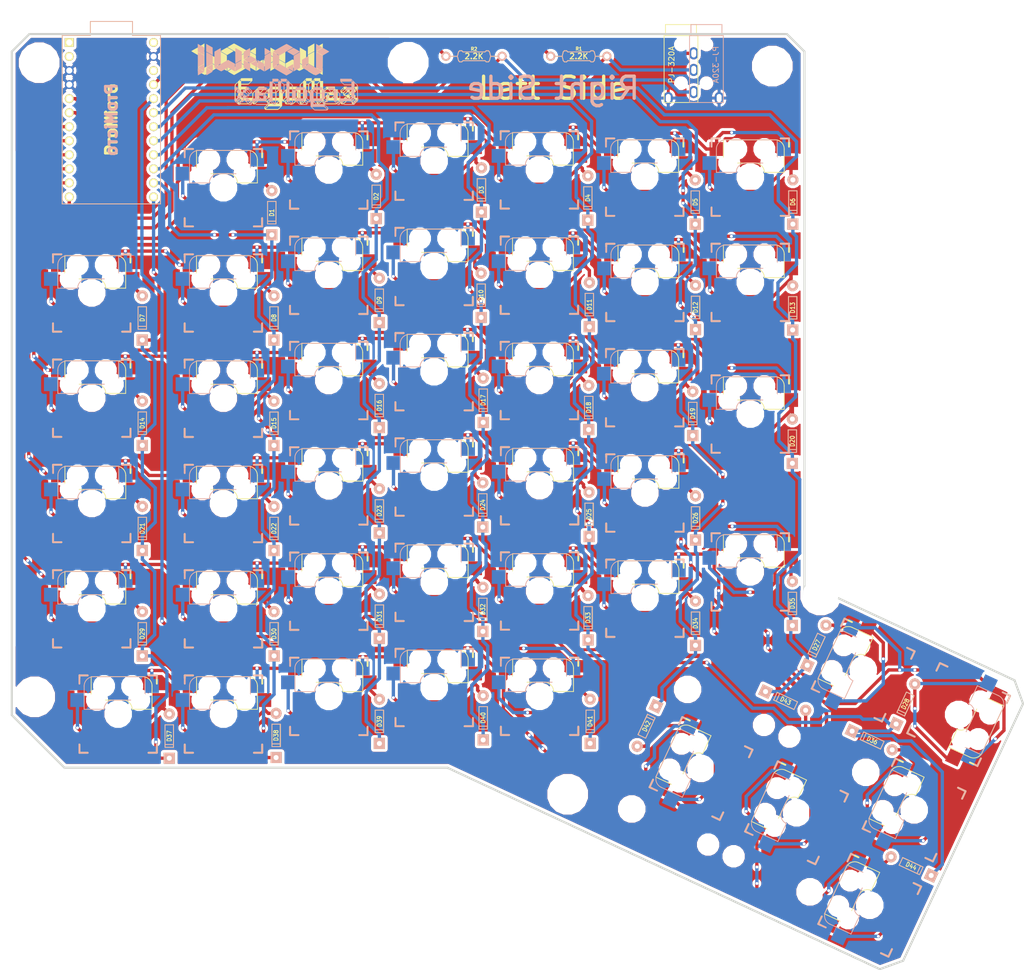
<source format=kicad_pcb>
(kicad_pcb (version 20171130) (host pcbnew "(5.0.1)-3")
  (layers (0 F.Cu signal) (31 B.Cu signal) (34 B.Paste user) (35 F.Paste user) (36 B.SilkS user) (37 F.SilkS user) (38 B.Mask user) (39 F.Mask user) (44 Edge.Cuts user))
  (net 0 "")
  (net 1 "Net-(D1-Pad2)")
  (net 2 /Col1)
  (net 3 "Net-(D2-Pad2)")
  (net 4 /Col2)
  (net 5 /Col3)
  (net 6 "Net-(D3-Pad2)")
  (net 7 "Net-(D4-Pad2)")
  (net 8 /Col4)
  (net 9 "Net-(D5-Pad2)")
  (net 10 /Col5)
  (net 11 /Col6)
  (net 12 "Net-(D6-Pad2)")
  (net 13 /Col0)
  (net 14 "Net-(D7-Pad2)")
  (net 15 "Net-(D8-Pad2)")
  (net 16 "Net-(D9-Pad2)")
  (net 17 "Net-(D10-Pad2)")
  (net 18 "Net-(D11-Pad2)")
  (net 19 "Net-(D12-Pad2)")
  (net 20 "Net-(D13-Pad2)")
  (net 21 "Net-(D14-Pad2)")
  (net 22 "Net-(D15-Pad2)")
  (net 23 "Net-(D16-Pad2)")
  (net 24 "Net-(D17-Pad2)")
  (net 25 "Net-(D18-Pad2)")
  (net 26 "Net-(D19-Pad2)")
  (net 27 "Net-(D20-Pad2)")
  (net 28 "Net-(D21-Pad2)")
  (net 29 "Net-(D22-Pad2)")
  (net 30 "Net-(D23-Pad2)")
  (net 31 "Net-(D24-Pad2)")
  (net 32 "Net-(D25-Pad2)")
  (net 33 "Net-(D26-Pad2)")
  (net 34 "Net-(D27-Pad2)")
  (net 35 /Col7)
  (net 36 "Net-(D28-Pad2)")
  (net 37 "Net-(D29-Pad2)")
  (net 38 "Net-(D30-Pad2)")
  (net 39 "Net-(D31-Pad2)")
  (net 40 "Net-(D32-Pad2)")
  (net 41 "Net-(D33-Pad2)")
  (net 42 "Net-(D34-Pad2)")
  (net 43 "Net-(D35-Pad2)")
  (net 44 "Net-(D36-Pad2)")
  (net 45 "Net-(D37-Pad2)")
  (net 46 "Net-(D38-Pad2)")
  (net 47 "Net-(D39-Pad2)")
  (net 48 "Net-(D40-Pad2)")
  (net 49 "Net-(D41-Pad2)")
  (net 50 "Net-(D42-Pad2)")
  (net 51 "Net-(D43-Pad2)")
  (net 52 "Net-(D44-Pad2)")
  (net 53 /Row0)
  (net 54 /Row1)
  (net 55 /Row2)
  (net 56 /Row3)
  (net 57 /Row4)
  (net 58 /Row5)
  (net 59 VCC)
  (net 60 SDA)
  (net 61 SCL)
  (net 62 "Net-(U1-Pad1)")
  (net 63 "Net-(U1-Pad2)")
  (net 64 GND)
  (net 65 "Net-(U1-Pad22)")
  (net 66 "Net-(U1-Pad24)")
  (module ErgoMax:ProMicroReversible (layer F.Cu) (at 128.34966 51.34864 270)
    (fp_text reference U1 hide)
    (fp_text value ProMicro hide)
    (fp_text user ProMicro (at 0 0 270) (layer B.SilkS) (effects (font (size 2 2) (thickness 0.5)) (justify mirror)))
    (fp_text user ProMicro (at 0 0 270) (layer F.SilkS) (effects (font (size 2 2) (thickness 0.5))))
    (pad 24 thru_hole circle (at -13.97 -7.62 270) (size 1.6 1.6) (drill 1.1) (layers *.Cu *.Mask F.SilkS) (net 66 "Net-(U1-Pad24)"))
    (pad 23 thru_hole circle (at -11.43 -7.62 270) (size 1.6 1.6) (drill 1.1) (layers *.Cu *.Mask) (net 64 GND))
    (pad 22 thru_hole circle (at -8.89 -7.62 270) (size 1.6 1.6) (drill 1.1) (layers *.Cu *.Mask F.SilkS) (net 65 "Net-(U1-Pad22)"))
    (pad 21 thru_hole circle (at -6.35 -7.62 270) (size 1.6 1.6) (drill 1.1) (layers *.Cu *.Mask F.SilkS) (net 59 VCC))
    (pad 20 thru_hole circle (at -3.81 -7.62 270) (size 1.6 1.6) (drill 1.1) (layers *.Cu *.Mask F.SilkS) (net 35 /Col7))
    (pad 19 thru_hole circle (at -1.27 -7.62 270) (size 1.6 1.6) (drill 1.1) (layers *.Cu *.Mask F.SilkS) (net 11 /Col6))
    (pad 18 thru_hole circle (at 1.27 -7.62 270) (size 1.6 1.6) (drill 1.1) (layers *.Cu *.Mask F.SilkS) (net 10 /Col5))
    (pad 17 thru_hole circle (at 3.81 -7.62 270) (size 1.6 1.6) (drill 1.1) (layers *.Cu *.Mask F.SilkS) (net 8 /Col4))
    (pad 16 thru_hole circle (at 6.35 -7.62 270) (size 1.6 1.6) (drill 1.1) (layers *.Cu *.Mask F.SilkS) (net 5 /Col3))
    (pad 15 thru_hole circle (at 8.89 -7.62 270) (size 1.6 1.6) (drill 1.1) (layers *.Cu *.Mask F.SilkS) (net 4 /Col2))
    (pad 14 thru_hole circle (at 11.43 -7.62 270) (size 1.6 1.6) (drill 1.1) (layers *.Cu *.Mask F.SilkS) (net 2 /Col1))
    (pad 13 thru_hole circle (at 13.97 -7.62 270) (size 1.6 1.6) (drill 1.1) (layers *.Cu *.Mask F.SilkS) (net 13 /Col0))
    (pad 12 thru_hole circle (at 13.97 7.62 270) (size 1.6 1.6) (drill 1.1) (layers *.Cu *.Mask F.SilkS) (net 53 /Row0))
    (pad 11 thru_hole circle (at 11.43 7.62 270) (size 1.6 1.6) (drill 1.1) (layers *.Cu *.Mask F.SilkS) (net 54 /Row1))
    (pad 10 thru_hole circle (at 8.89 7.62 270) (size 1.6 1.6) (drill 1.1) (layers *.Cu *.Mask F.SilkS) (net 55 /Row2))
    (pad 9 thru_hole circle (at 6.35 7.62 270) (size 1.6 1.6) (drill 1.1) (layers *.Cu *.Mask F.SilkS) (net 56 /Row3))
    (pad 8 thru_hole circle (at 3.81 7.62 270) (size 1.6 1.6) (drill 1.1) (layers *.Cu *.Mask F.SilkS) (net 57 /Row4))
    (pad 7 thru_hole circle (at 1.27 7.62 270) (size 1.6 1.6) (drill 1.1) (layers *.Cu *.Mask F.SilkS) (net 58 /Row5))
    (pad 6 thru_hole circle (at -1.27 7.62 270) (size 1.6 1.6) (drill 1.1) (layers *.Cu *.Mask F.SilkS) (net 61 SCL))
    (pad 5 thru_hole circle (at -3.81 7.62 270) (size 1.6 1.6) (drill 1.1) (layers *.Cu *.Mask F.SilkS) (net 60 SDA))
    (pad 4 thru_hole circle (at -6.35 7.62 270) (size 1.6 1.6) (drill 1.1) (layers *.Cu *.Mask) (net 64 GND))
    (pad 3 thru_hole circle (at -8.89 7.62 270) (size 1.6 1.6) (drill 1.1) (layers *.Cu *.Mask) (net 64 GND))
    (pad 2 thru_hole circle (at -11.43 7.62 270) (size 1.6 1.6) (drill 1.1) (layers *.Cu *.Mask F.SilkS) (net 63 "Net-(U1-Pad2)"))
    (pad 1 thru_hole rect (at -13.97 7.62 270) (size 1.6 1.6) (drill 1.1) (layers *.Cu *.Mask F.SilkS) (net 62 "Net-(U1-Pad1)"))
  )
  (module ErgoMax:RightSideText (layer F.Cu) (at 208.20126 45.65396)
    (fp_text reference Lg6 hide)
    (fp_text value Logo hide)
    (fp_text user "Right Side" (at 0 0) (layer B.SilkS) (effects (font (size 4 4) (thickness 0.6)) (justify mirror)))
  )
  (module ErgoMax:LeftSideText (layer F.Cu) (at 208.20634 45.65396)
    (fp_text reference Lg5 hide)
    (fp_text value Logo hide)
    (fp_text user "Left Side" (at 0 0) (layer F.SilkS) (effects (font (size 4 4) (thickness 0.6))))
  )
  (module ErgoMax:Kailh_MX_Socket_reversible (layer F.Cu) (at 205.73 60.43364)
    (fp_text reference K4 hide)
    (fp_text value KEYSW hide)
    (pad 1 smd rect (at 7.36 -2.54) (size 2.55 2.5) (layers F.Cu F.Paste F.Mask) (net 7 "Net-(D4-Pad2)"))
    (pad 2 smd rect (at -6.09 -5.08) (size 2.55 2.5) (layers F.Cu F.Paste F.Mask) (net 53 /Row0))
    (pad "" np_thru_hole circle (at -2.54 -5.08) (size 2.95 2.95) (drill 2.95) (layers *.Cu *.Mask))
    (pad "" np_thru_hole circle (at 3.81 -2.54) (size 2.95 2.95) (drill 2.95) (layers *.Cu *.Mask))
    (pad 2 smd rect (at 6.09 -5.08) (size 2.55 2.5) (layers B.Cu B.Paste B.Mask) (net 53 /Row0))
    (pad "" np_thru_hole circle (at -3.81 -2.54) (size 2.95 2.95) (drill 2.95) (layers *.Cu *.Mask))
    (pad "" np_thru_hole circle (at 2.54 -5.08) (size 2.95 2.95) (drill 2.95) (layers *.Cu *.Mask))
    (pad "" np_thru_hole circle (at 0 0) (size 3.98018 3.98018) (drill 3.98018) (layers *.Cu *.Mask))
    (pad 1 smd rect (at -7.36 -2.54) (size 2.55 2.5) (layers B.Cu B.Paste B.Mask) (net 7 "Net-(D4-Pad2)"))
  )
  (module ErgoMax:Kailh_MX_Socket_reversible (layer F.Cu) (at 186.69 58.84964)
    (fp_text reference K3 hide)
    (fp_text value KEYSW hide)
    (pad 1 smd rect (at 7.36 -2.54) (size 2.55 2.5) (layers F.Cu F.Paste F.Mask) (net 6 "Net-(D3-Pad2)"))
    (pad 2 smd rect (at -6.09 -5.08) (size 2.55 2.5) (layers F.Cu F.Paste F.Mask) (net 53 /Row0))
    (pad "" np_thru_hole circle (at -2.54 -5.08) (size 2.95 2.95) (drill 2.95) (layers *.Cu *.Mask))
    (pad "" np_thru_hole circle (at 3.81 -2.54) (size 2.95 2.95) (drill 2.95) (layers *.Cu *.Mask))
    (pad 2 smd rect (at 6.09 -5.08) (size 2.55 2.5) (layers B.Cu B.Paste B.Mask) (net 53 /Row0))
    (pad "" np_thru_hole circle (at -3.81 -2.54) (size 2.95 2.95) (drill 2.95) (layers *.Cu *.Mask))
    (pad "" np_thru_hole circle (at 2.54 -5.08) (size 2.95 2.95) (drill 2.95) (layers *.Cu *.Mask))
    (pad "" np_thru_hole circle (at 0 0) (size 3.98018 3.98018) (drill 3.98018) (layers *.Cu *.Mask))
    (pad 1 smd rect (at -7.36 -2.54) (size 2.55 2.5) (layers B.Cu B.Paste B.Mask) (net 6 "Net-(D3-Pad2)"))
  )
  (module ErgoMax:Kailh_MX_Socket_reversible (layer F.Cu) (at 148.6016 120.78204)
    (fp_text reference K22 hide)
    (fp_text value KEYSW hide)
    (pad 1 smd rect (at 7.36 -2.54) (size 2.55 2.5) (layers F.Cu F.Paste F.Mask) (net 29 "Net-(D22-Pad2)"))
    (pad 2 smd rect (at -6.09 -5.08) (size 2.55 2.5) (layers F.Cu F.Paste F.Mask) (net 56 /Row3))
    (pad "" np_thru_hole circle (at -2.54 -5.08) (size 2.95 2.95) (drill 2.95) (layers *.Cu *.Mask))
    (pad "" np_thru_hole circle (at 3.81 -2.54) (size 2.95 2.95) (drill 2.95) (layers *.Cu *.Mask))
    (pad 2 smd rect (at 6.09 -5.08) (size 2.55 2.5) (layers B.Cu B.Paste B.Mask) (net 56 /Row3))
    (pad "" np_thru_hole circle (at -3.81 -2.54) (size 2.95 2.95) (drill 2.95) (layers *.Cu *.Mask))
    (pad "" np_thru_hole circle (at 2.54 -5.08) (size 2.95 2.95) (drill 2.95) (layers *.Cu *.Mask))
    (pad "" np_thru_hole circle (at 0 0) (size 3.98018 3.98018) (drill 3.98018) (layers *.Cu *.Mask))
    (pad 1 smd rect (at -7.36 -2.54) (size 2.55 2.5) (layers B.Cu B.Paste B.Mask) (net 29 "Net-(D22-Pad2)"))
  )
  (module ErgoMax:Kailh_MX_Socket_reversible (layer F.Cu) (at 167.66 117.59024)
    (fp_text reference K23 hide)
    (fp_text value KEYSW hide)
    (pad 1 smd rect (at 7.36 -2.54) (size 2.55 2.5) (layers F.Cu F.Paste F.Mask) (net 30 "Net-(D23-Pad2)"))
    (pad 2 smd rect (at -6.09 -5.08) (size 2.55 2.5) (layers F.Cu F.Paste F.Mask) (net 56 /Row3))
    (pad "" np_thru_hole circle (at -2.54 -5.08) (size 2.95 2.95) (drill 2.95) (layers *.Cu *.Mask))
    (pad "" np_thru_hole circle (at 3.81 -2.54) (size 2.95 2.95) (drill 2.95) (layers *.Cu *.Mask))
    (pad 2 smd rect (at 6.09 -5.08) (size 2.55 2.5) (layers B.Cu B.Paste B.Mask) (net 56 /Row3))
    (pad "" np_thru_hole circle (at -3.81 -2.54) (size 2.95 2.95) (drill 2.95) (layers *.Cu *.Mask))
    (pad "" np_thru_hole circle (at 2.54 -5.08) (size 2.95 2.95) (drill 2.95) (layers *.Cu *.Mask))
    (pad "" np_thru_hole circle (at 0 0) (size 3.98018 3.98018) (drill 3.98018) (layers *.Cu *.Mask))
    (pad 1 smd rect (at -7.36 -2.54) (size 2.55 2.5) (layers B.Cu B.Paste B.Mask) (net 30 "Net-(D23-Pad2)"))
  )
  (module ErgoMax:Kailh_MX_Socket_reversible (layer F.Cu) (at 205.76 117.57)
    (fp_text reference K25 hide)
    (fp_text value KEYSW hide)
    (pad 1 smd rect (at 7.36 -2.54) (size 2.55 2.5) (layers F.Cu F.Paste F.Mask) (net 32 "Net-(D25-Pad2)"))
    (pad 2 smd rect (at -6.09 -5.08) (size 2.55 2.5) (layers F.Cu F.Paste F.Mask) (net 56 /Row3))
    (pad "" np_thru_hole circle (at -2.54 -5.08) (size 2.95 2.95) (drill 2.95) (layers *.Cu *.Mask))
    (pad "" np_thru_hole circle (at 3.81 -2.54) (size 2.95 2.95) (drill 2.95) (layers *.Cu *.Mask))
    (pad 2 smd rect (at 6.09 -5.08) (size 2.55 2.5) (layers B.Cu B.Paste B.Mask) (net 56 /Row3))
    (pad "" np_thru_hole circle (at -3.81 -2.54) (size 2.95 2.95) (drill 2.95) (layers *.Cu *.Mask))
    (pad "" np_thru_hole circle (at 2.54 -5.08) (size 2.95 2.95) (drill 2.95) (layers *.Cu *.Mask))
    (pad "" np_thru_hole circle (at 0 0) (size 3.98018 3.98018) (drill 3.98018) (layers *.Cu *.Mask))
    (pad 1 smd rect (at -7.36 -2.54) (size 2.55 2.5) (layers B.Cu B.Paste B.Mask) (net 32 "Net-(D25-Pad2)"))
  )
  (module ErgoMax:Kailh_MX_Socket_reversible (layer F.Cu) (at 224.81 118.88084)
    (fp_text reference K26 hide)
    (fp_text value KEYSW hide)
    (pad 1 smd rect (at 7.36 -2.54) (size 2.55 2.5) (layers F.Cu F.Paste F.Mask) (net 33 "Net-(D26-Pad2)"))
    (pad 2 smd rect (at -6.09 -5.08) (size 2.55 2.5) (layers F.Cu F.Paste F.Mask) (net 56 /Row3))
    (pad "" np_thru_hole circle (at -2.54 -5.08) (size 2.95 2.95) (drill 2.95) (layers *.Cu *.Mask))
    (pad "" np_thru_hole circle (at 3.81 -2.54) (size 2.95 2.95) (drill 2.95) (layers *.Cu *.Mask))
    (pad 2 smd rect (at 6.09 -5.08) (size 2.55 2.5) (layers B.Cu B.Paste B.Mask) (net 56 /Row3))
    (pad "" np_thru_hole circle (at -3.81 -2.54) (size 2.95 2.95) (drill 2.95) (layers *.Cu *.Mask))
    (pad "" np_thru_hole circle (at 2.54 -5.08) (size 2.95 2.95) (drill 2.95) (layers *.Cu *.Mask))
    (pad "" np_thru_hole circle (at 0 0) (size 3.98018 3.98018) (drill 3.98018) (layers *.Cu *.Mask))
    (pad 1 smd rect (at -7.36 -2.54) (size 2.55 2.5) (layers B.Cu B.Paste B.Mask) (net 33 "Net-(D26-Pad2)"))
  )
  (module ErgoMax:Kailh_MX_Socket_reversible (layer F.Cu) (at 264.274894 150.896396 65)
    (fp_text reference K27 hide)
    (fp_text value KEYSW hide)
    (pad 1 smd rect (at 7.36 -2.54 65) (size 2.55 2.5) (layers F.Cu F.Paste F.Mask) (net 34 "Net-(D27-Pad2)"))
    (pad 2 smd rect (at -6.09 -5.08 65) (size 2.55 2.5) (layers F.Cu F.Paste F.Mask) (net 56 /Row3))
    (pad "" np_thru_hole circle (at -2.54 -5.08 65) (size 2.95 2.95) (drill 2.95) (layers *.Cu *.Mask))
    (pad "" np_thru_hole circle (at 3.81 -2.54 65) (size 2.95 2.95) (drill 2.95) (layers *.Cu *.Mask))
    (pad 2 smd rect (at 6.09 -5.08 65) (size 2.55 2.5) (layers B.Cu B.Paste B.Mask) (net 56 /Row3))
    (pad "" np_thru_hole circle (at -3.81 -2.54 65) (size 2.95 2.95) (drill 2.95) (layers *.Cu *.Mask))
    (pad "" np_thru_hole circle (at 2.54 -5.08 65) (size 2.95 2.95) (drill 2.95) (layers *.Cu *.Mask))
    (pad "" np_thru_hole circle (at 0 0 65) (size 3.98018 3.98018) (drill 3.98018) (layers *.Cu *.Mask))
    (pad 1 smd rect (at -7.36 -2.54 65) (size 2.55 2.5) (layers B.Cu B.Paste B.Mask) (net 34 "Net-(D27-Pad2)"))
  )
  (module ErgoMax:Kailh_MX_Socket_reversible (layer F.Cu) (at 281.534682 158.946393 245)
    (fp_text reference K28 hide)
    (fp_text value KEYSW hide)
    (pad 1 smd rect (at 7.36 -2.54 245) (size 2.55 2.5) (layers F.Cu F.Paste F.Mask) (net 36 "Net-(D28-Pad2)"))
    (pad 2 smd rect (at -6.09 -5.08 245) (size 2.55 2.5) (layers F.Cu F.Paste F.Mask) (net 56 /Row3))
    (pad "" np_thru_hole circle (at -2.54 -5.08 245) (size 2.95 2.95) (drill 2.95) (layers *.Cu *.Mask))
    (pad "" np_thru_hole circle (at 3.81 -2.54 245) (size 2.95 2.95) (drill 2.95) (layers *.Cu *.Mask))
    (pad 2 smd rect (at 6.09 -5.08 245) (size 2.55 2.5) (layers B.Cu B.Paste B.Mask) (net 56 /Row3))
    (pad "" np_thru_hole circle (at -3.81 -2.54 245) (size 2.95 2.95) (drill 2.95) (layers *.Cu *.Mask))
    (pad "" np_thru_hole circle (at 2.54 -5.08 245) (size 2.95 2.95) (drill 2.95) (layers *.Cu *.Mask))
    (pad "" np_thru_hole circle (at 0 0 245) (size 3.98018 3.98018) (drill 3.98018) (layers *.Cu *.Mask))
    (pad 1 smd rect (at -7.36 -2.54 245) (size 2.55 2.5) (layers B.Cu B.Paste B.Mask) (net 36 "Net-(D28-Pad2)"))
  )
  (module ErgoMax:Kailh_MX_Socket_reversible (layer F.Cu) (at 124.8 139.82)
    (fp_text reference K29 hide)
    (fp_text value KEYSW hide)
    (pad 1 smd rect (at 7.36 -2.54) (size 2.55 2.5) (layers F.Cu F.Paste F.Mask) (net 37 "Net-(D29-Pad2)"))
    (pad 2 smd rect (at -6.09 -5.08) (size 2.55 2.5) (layers F.Cu F.Paste F.Mask) (net 57 /Row4))
    (pad "" np_thru_hole circle (at -2.54 -5.08) (size 2.95 2.95) (drill 2.95) (layers *.Cu *.Mask))
    (pad "" np_thru_hole circle (at 3.81 -2.54) (size 2.95 2.95) (drill 2.95) (layers *.Cu *.Mask))
    (pad 2 smd rect (at 6.09 -5.08) (size 2.55 2.5) (layers B.Cu B.Paste B.Mask) (net 57 /Row4))
    (pad "" np_thru_hole circle (at -3.81 -2.54) (size 2.95 2.95) (drill 2.95) (layers *.Cu *.Mask))
    (pad "" np_thru_hole circle (at 2.54 -5.08) (size 2.95 2.95) (drill 2.95) (layers *.Cu *.Mask))
    (pad "" np_thru_hole circle (at 0 0) (size 3.98018 3.98018) (drill 3.98018) (layers *.Cu *.Mask))
    (pad 1 smd rect (at -7.36 -2.54) (size 2.55 2.5) (layers B.Cu B.Paste B.Mask) (net 37 "Net-(D29-Pad2)"))
  )
  (module ErgoMax:Kailh_MX_Socket_reversible (layer F.Cu) (at 148.61 139.82)
    (fp_text reference K30 hide)
    (fp_text value KEYSW hide)
    (pad 1 smd rect (at 7.36 -2.54) (size 2.55 2.5) (layers F.Cu F.Paste F.Mask) (net 38 "Net-(D30-Pad2)"))
    (pad 2 smd rect (at -6.09 -5.08) (size 2.55 2.5) (layers F.Cu F.Paste F.Mask) (net 57 /Row4))
    (pad "" np_thru_hole circle (at -2.54 -5.08) (size 2.95 2.95) (drill 2.95) (layers *.Cu *.Mask))
    (pad "" np_thru_hole circle (at 3.81 -2.54) (size 2.95 2.95) (drill 2.95) (layers *.Cu *.Mask))
    (pad 2 smd rect (at 6.09 -5.08) (size 2.55 2.5) (layers B.Cu B.Paste B.Mask) (net 57 /Row4))
    (pad "" np_thru_hole circle (at -3.81 -2.54) (size 2.95 2.95) (drill 2.95) (layers *.Cu *.Mask))
    (pad "" np_thru_hole circle (at 2.54 -5.08) (size 2.95 2.95) (drill 2.95) (layers *.Cu *.Mask))
    (pad "" np_thru_hole circle (at 0 0) (size 3.98018 3.98018) (drill 3.98018) (layers *.Cu *.Mask))
    (pad 1 smd rect (at -7.36 -2.54) (size 2.55 2.5) (layers B.Cu B.Paste B.Mask) (net 38 "Net-(D30-Pad2)"))
  )
  (module ErgoMax:Kailh_MX_Socket_reversible (layer F.Cu) (at 186.71 135.03)
    (fp_text reference K32 hide)
    (fp_text value KEYSW hide)
    (pad 1 smd rect (at 7.36 -2.54) (size 2.55 2.5) (layers F.Cu F.Paste F.Mask) (net 40 "Net-(D32-Pad2)"))
    (pad 2 smd rect (at -6.09 -5.08) (size 2.55 2.5) (layers F.Cu F.Paste F.Mask) (net 57 /Row4))
    (pad "" np_thru_hole circle (at -2.54 -5.08) (size 2.95 2.95) (drill 2.95) (layers *.Cu *.Mask))
    (pad "" np_thru_hole circle (at 3.81 -2.54) (size 2.95 2.95) (drill 2.95) (layers *.Cu *.Mask))
    (pad 2 smd rect (at 6.09 -5.08) (size 2.55 2.5) (layers B.Cu B.Paste B.Mask) (net 57 /Row4))
    (pad "" np_thru_hole circle (at -3.81 -2.54) (size 2.95 2.95) (drill 2.95) (layers *.Cu *.Mask))
    (pad "" np_thru_hole circle (at 2.54 -5.08) (size 2.95 2.95) (drill 2.95) (layers *.Cu *.Mask))
    (pad "" np_thru_hole circle (at 0 0) (size 3.98018 3.98018) (drill 3.98018) (layers *.Cu *.Mask))
    (pad 1 smd rect (at -7.36 -2.54) (size 2.55 2.5) (layers B.Cu B.Paste B.Mask) (net 40 "Net-(D32-Pad2)"))
  )
  (module ErgoMax:Kailh_MX_Socket_reversible (layer F.Cu) (at 124.8054 120.77384)
    (fp_text reference K21 hide)
    (fp_text value KEYSW hide)
    (pad 1 smd rect (at 7.36 -2.54) (size 2.55 2.5) (layers F.Cu F.Paste F.Mask) (net 28 "Net-(D21-Pad2)"))
    (pad 2 smd rect (at -6.09 -5.08) (size 2.55 2.5) (layers F.Cu F.Paste F.Mask) (net 56 /Row3))
    (pad "" np_thru_hole circle (at -2.54 -5.08) (size 2.95 2.95) (drill 2.95) (layers *.Cu *.Mask))
    (pad "" np_thru_hole circle (at 3.81 -2.54) (size 2.95 2.95) (drill 2.95) (layers *.Cu *.Mask))
    (pad 2 smd rect (at 6.09 -5.08) (size 2.55 2.5) (layers B.Cu B.Paste B.Mask) (net 56 /Row3))
    (pad "" np_thru_hole circle (at -3.81 -2.54) (size 2.95 2.95) (drill 2.95) (layers *.Cu *.Mask))
    (pad "" np_thru_hole circle (at 2.54 -5.08) (size 2.95 2.95) (drill 2.95) (layers *.Cu *.Mask))
    (pad "" np_thru_hole circle (at 0 0) (size 3.98018 3.98018) (drill 3.98018) (layers *.Cu *.Mask))
    (pad 1 smd rect (at -7.36 -2.54) (size 2.55 2.5) (layers B.Cu B.Paste B.Mask) (net 28 "Net-(D21-Pad2)"))
  )
  (module ErgoMax:Kailh_MX_Socket_reversible (layer F.Cu) (at 224.81 137.91)
    (fp_text reference K34 hide)
    (fp_text value KEYSW hide)
    (pad 1 smd rect (at 7.36 -2.54) (size 2.55 2.5) (layers F.Cu F.Paste F.Mask) (net 42 "Net-(D34-Pad2)"))
    (pad 2 smd rect (at -6.09 -5.08) (size 2.55 2.5) (layers F.Cu F.Paste F.Mask) (net 57 /Row4))
    (pad "" np_thru_hole circle (at -2.54 -5.08) (size 2.95 2.95) (drill 2.95) (layers *.Cu *.Mask))
    (pad "" np_thru_hole circle (at 3.81 -2.54) (size 2.95 2.95) (drill 2.95) (layers *.Cu *.Mask))
    (pad 2 smd rect (at 6.09 -5.08) (size 2.55 2.5) (layers B.Cu B.Paste B.Mask) (net 57 /Row4))
    (pad "" np_thru_hole circle (at -3.81 -2.54) (size 2.95 2.95) (drill 2.95) (layers *.Cu *.Mask))
    (pad "" np_thru_hole circle (at 2.54 -5.08) (size 2.95 2.95) (drill 2.95) (layers *.Cu *.Mask))
    (pad "" np_thru_hole circle (at 0 0) (size 3.98018 3.98018) (drill 3.98018) (layers *.Cu *.Mask))
    (pad 1 smd rect (at -7.36 -2.54) (size 2.55 2.5) (layers B.Cu B.Paste B.Mask) (net 42 "Net-(D34-Pad2)"))
  )
  (module ErgoMax:Kailh_MX_Socket_reversible (layer F.Cu) (at 243.86 133.15)
    (fp_text reference K35 hide)
    (fp_text value KEYSW hide)
    (pad 1 smd rect (at 7.36 -2.54) (size 2.55 2.5) (layers F.Cu F.Paste F.Mask) (net 43 "Net-(D35-Pad2)"))
    (pad 2 smd rect (at -6.09 -5.08) (size 2.55 2.5) (layers F.Cu F.Paste F.Mask) (net 57 /Row4))
    (pad "" np_thru_hole circle (at -2.54 -5.08) (size 2.95 2.95) (drill 2.95) (layers *.Cu *.Mask))
    (pad "" np_thru_hole circle (at 3.81 -2.54) (size 2.95 2.95) (drill 2.95) (layers *.Cu *.Mask))
    (pad 2 smd rect (at 6.09 -5.08) (size 2.55 2.5) (layers B.Cu B.Paste B.Mask) (net 57 /Row4))
    (pad "" np_thru_hole circle (at -3.81 -2.54) (size 2.95 2.95) (drill 2.95) (layers *.Cu *.Mask))
    (pad "" np_thru_hole circle (at 2.54 -5.08) (size 2.95 2.95) (drill 2.95) (layers *.Cu *.Mask))
    (pad "" np_thru_hole circle (at 0 0) (size 3.98018 3.98018) (drill 3.98018) (layers *.Cu *.Mask))
    (pad 1 smd rect (at -7.36 -2.54) (size 2.55 2.5) (layers B.Cu B.Paste B.Mask) (net 43 "Net-(D35-Pad2)"))
  )
  (module ErgoMax:Kailh_MX_Socket_reversible (layer F.Cu) (at 186.71 154.07)
    (fp_text reference K40 hide)
    (fp_text value KEYSW hide)
    (pad 1 smd rect (at 7.36 -2.54) (size 2.55 2.5) (layers F.Cu F.Paste F.Mask) (net 48 "Net-(D40-Pad2)"))
    (pad 2 smd rect (at -6.09 -5.08) (size 2.55 2.5) (layers F.Cu F.Paste F.Mask) (net 58 /Row5))
    (pad "" np_thru_hole circle (at -2.54 -5.08) (size 2.95 2.95) (drill 2.95) (layers *.Cu *.Mask))
    (pad "" np_thru_hole circle (at 3.81 -2.54) (size 2.95 2.95) (drill 2.95) (layers *.Cu *.Mask))
    (pad 2 smd rect (at 6.09 -5.08) (size 2.55 2.5) (layers B.Cu B.Paste B.Mask) (net 58 /Row5))
    (pad "" np_thru_hole circle (at -3.81 -2.54) (size 2.95 2.95) (drill 2.95) (layers *.Cu *.Mask))
    (pad "" np_thru_hole circle (at 2.54 -5.08) (size 2.95 2.95) (drill 2.95) (layers *.Cu *.Mask))
    (pad "" np_thru_hole circle (at 0 0) (size 3.98018 3.98018) (drill 3.98018) (layers *.Cu *.Mask))
    (pad 1 smd rect (at -7.36 -2.54) (size 2.55 2.5) (layers B.Cu B.Paste B.Mask) (net 48 "Net-(D40-Pad2)"))
  )
  (module ErgoMax:Kailh_MX_Socket_reversible (layer F.Cu) (at 273.483805 176.211556 65)
    (fp_text reference K36 hide)
    (fp_text value KEYSW hide)
    (pad 1 smd rect (at 7.36 -2.54 65) (size 2.55 2.5) (layers F.Cu F.Paste F.Mask) (net 44 "Net-(D36-Pad2)"))
    (pad 2 smd rect (at -6.09 -5.08 65) (size 2.55 2.5) (layers F.Cu F.Paste F.Mask) (net 57 /Row4))
    (pad "" np_thru_hole circle (at -2.54 -5.08 65) (size 2.95 2.95) (drill 2.95) (layers *.Cu *.Mask))
    (pad "" np_thru_hole circle (at 3.81 -2.54 65) (size 2.95 2.95) (drill 2.95) (layers *.Cu *.Mask))
    (pad 2 smd rect (at 6.09 -5.08 65) (size 2.55 2.5) (layers B.Cu B.Paste B.Mask) (net 57 /Row4))
    (pad "" np_thru_hole circle (at -3.81 -2.54 65) (size 2.95 2.95) (drill 2.95) (layers *.Cu *.Mask))
    (pad "" np_thru_hole circle (at 2.54 -5.08 65) (size 2.95 2.95) (drill 2.95) (layers *.Cu *.Mask))
    (pad "" np_thru_hole circle (at 0 0 65) (size 3.98018 3.98018) (drill 3.98018) (layers *.Cu *.Mask))
    (pad 1 smd rect (at -7.36 -2.54 65) (size 2.55 2.5) (layers B.Cu B.Paste B.Mask) (net 44 "Net-(D36-Pad2)"))
  )
  (module ErgoMax:Kailh_MX_Socket_reversible (layer F.Cu) (at 129.56 158.87)
    (fp_text reference K37 hide)
    (fp_text value KEYSW hide)
    (pad 1 smd rect (at 7.36 -2.54) (size 2.55 2.5) (layers F.Cu F.Paste F.Mask) (net 45 "Net-(D37-Pad2)"))
    (pad 2 smd rect (at -6.09 -5.08) (size 2.55 2.5) (layers F.Cu F.Paste F.Mask) (net 58 /Row5))
    (pad "" np_thru_hole circle (at -2.54 -5.08) (size 2.95 2.95) (drill 2.95) (layers *.Cu *.Mask))
    (pad "" np_thru_hole circle (at 3.81 -2.54) (size 2.95 2.95) (drill 2.95) (layers *.Cu *.Mask))
    (pad 2 smd rect (at 6.09 -5.08) (size 2.55 2.5) (layers B.Cu B.Paste B.Mask) (net 58 /Row5))
    (pad "" np_thru_hole circle (at -3.81 -2.54) (size 2.95 2.95) (drill 2.95) (layers *.Cu *.Mask))
    (pad "" np_thru_hole circle (at 2.54 -5.08) (size 2.95 2.95) (drill 2.95) (layers *.Cu *.Mask))
    (pad "" np_thru_hole circle (at 0 0) (size 3.98018 3.98018) (drill 3.98018) (layers *.Cu *.Mask))
    (pad 1 smd rect (at -7.36 -2.54) (size 2.55 2.5) (layers B.Cu B.Paste B.Mask) (net 45 "Net-(D37-Pad2)"))
  )
  (module ErgoMax:Kailh_MX_Socket_reversible (layer F.Cu) (at 148.61 158.87)
    (fp_text reference K38 hide)
    (fp_text value KEYSW hide)
    (pad 1 smd rect (at 7.36 -2.54) (size 2.55 2.5) (layers F.Cu F.Paste F.Mask) (net 46 "Net-(D38-Pad2)"))
    (pad 2 smd rect (at -6.09 -5.08) (size 2.55 2.5) (layers F.Cu F.Paste F.Mask) (net 58 /Row5))
    (pad "" np_thru_hole circle (at -2.54 -5.08) (size 2.95 2.95) (drill 2.95) (layers *.Cu *.Mask))
    (pad "" np_thru_hole circle (at 3.81 -2.54) (size 2.95 2.95) (drill 2.95) (layers *.Cu *.Mask))
    (pad 2 smd rect (at 6.09 -5.08) (size 2.55 2.5) (layers B.Cu B.Paste B.Mask) (net 58 /Row5))
    (pad "" np_thru_hole circle (at -3.81 -2.54) (size 2.95 2.95) (drill 2.95) (layers *.Cu *.Mask))
    (pad "" np_thru_hole circle (at 2.54 -5.08) (size 2.95 2.95) (drill 2.95) (layers *.Cu *.Mask))
    (pad "" np_thru_hole circle (at 0 0) (size 3.98018 3.98018) (drill 3.98018) (layers *.Cu *.Mask))
    (pad 1 smd rect (at -7.36 -2.54) (size 2.55 2.5) (layers B.Cu B.Paste B.Mask) (net 46 "Net-(D38-Pad2)"))
  )
  (module ErgoMax:Kailh_MX_Socket_reversible (layer F.Cu) (at 167.66 155.67)
    (fp_text reference K39 hide)
    (fp_text value KEYSW hide)
    (pad 1 smd rect (at 7.36 -2.54) (size 2.55 2.5) (layers F.Cu F.Paste F.Mask) (net 47 "Net-(D39-Pad2)"))
    (pad 2 smd rect (at -6.09 -5.08) (size 2.55 2.5) (layers F.Cu F.Paste F.Mask) (net 58 /Row5))
    (pad "" np_thru_hole circle (at -2.54 -5.08) (size 2.95 2.95) (drill 2.95) (layers *.Cu *.Mask))
    (pad "" np_thru_hole circle (at 3.81 -2.54) (size 2.95 2.95) (drill 2.95) (layers *.Cu *.Mask))
    (pad 2 smd rect (at 6.09 -5.08) (size 2.55 2.5) (layers B.Cu B.Paste B.Mask) (net 58 /Row5))
    (pad "" np_thru_hole circle (at -3.81 -2.54) (size 2.95 2.95) (drill 2.95) (layers *.Cu *.Mask))
    (pad "" np_thru_hole circle (at 2.54 -5.08) (size 2.95 2.95) (drill 2.95) (layers *.Cu *.Mask))
    (pad "" np_thru_hole circle (at 0 0) (size 3.98018 3.98018) (drill 3.98018) (layers *.Cu *.Mask))
    (pad 1 smd rect (at -7.36 -2.54) (size 2.55 2.5) (layers B.Cu B.Paste B.Mask) (net 47 "Net-(D39-Pad2)"))
  )
  (module ErgoMax:Kailh_MX_Socket_reversible (layer F.Cu) (at 186.71 115.98724)
    (fp_text reference K24 hide)
    (fp_text value KEYSW hide)
    (pad 1 smd rect (at 7.36 -2.54) (size 2.55 2.5) (layers F.Cu F.Paste F.Mask) (net 31 "Net-(D24-Pad2)"))
    (pad 2 smd rect (at -6.09 -5.08) (size 2.55 2.5) (layers F.Cu F.Paste F.Mask) (net 56 /Row3))
    (pad "" np_thru_hole circle (at -2.54 -5.08) (size 2.95 2.95) (drill 2.95) (layers *.Cu *.Mask))
    (pad "" np_thru_hole circle (at 3.81 -2.54) (size 2.95 2.95) (drill 2.95) (layers *.Cu *.Mask))
    (pad 2 smd rect (at 6.09 -5.08) (size 2.55 2.5) (layers B.Cu B.Paste B.Mask) (net 56 /Row3))
    (pad "" np_thru_hole circle (at -3.81 -2.54) (size 2.95 2.95) (drill 2.95) (layers *.Cu *.Mask))
    (pad "" np_thru_hole circle (at 2.54 -5.08) (size 2.95 2.95) (drill 2.95) (layers *.Cu *.Mask))
    (pad "" np_thru_hole circle (at 0 0) (size 3.98018 3.98018) (drill 3.98018) (layers *.Cu *.Mask))
    (pad 1 smd rect (at -7.36 -2.54) (size 2.55 2.5) (layers B.Cu B.Paste B.Mask) (net 31 "Net-(D24-Pad2)"))
  )
  (module ErgoMax:Kailh_MX_Socket_reversible (layer F.Cu) (at 148.6 63.65364)
    (fp_text reference K1 hide)
    (fp_text value KEYSW hide)
    (pad 1 smd rect (at 7.36 -2.54) (size 2.55 2.5) (layers F.Cu F.Paste F.Mask) (net 1 "Net-(D1-Pad2)"))
    (pad 2 smd rect (at -6.09 -5.08) (size 2.55 2.5) (layers F.Cu F.Paste F.Mask) (net 53 /Row0))
    (pad "" np_thru_hole circle (at -2.54 -5.08) (size 2.95 2.95) (drill 2.95) (layers *.Cu *.Mask))
    (pad "" np_thru_hole circle (at 3.81 -2.54) (size 2.95 2.95) (drill 2.95) (layers *.Cu *.Mask))
    (pad 2 smd rect (at 6.09 -5.08) (size 2.55 2.5) (layers B.Cu B.Paste B.Mask) (net 53 /Row0))
    (pad "" np_thru_hole circle (at -3.81 -2.54) (size 2.95 2.95) (drill 2.95) (layers *.Cu *.Mask))
    (pad "" np_thru_hole circle (at 2.54 -5.08) (size 2.95 2.95) (drill 2.95) (layers *.Cu *.Mask))
    (pad "" np_thru_hole circle (at 0 0) (size 3.98018 3.98018) (drill 3.98018) (layers *.Cu *.Mask))
    (pad 1 smd rect (at -7.36 -2.54) (size 2.55 2.5) (layers B.Cu B.Paste B.Mask) (net 1 "Net-(D1-Pad2)"))
  )
  (module ErgoMax:Kailh_MX_Socket_reversible (layer F.Cu) (at 167.66 136.64)
    (fp_text reference K31 hide)
    (fp_text value KEYSW hide)
    (pad 1 smd rect (at 7.36 -2.54) (size 2.55 2.5) (layers F.Cu F.Paste F.Mask) (net 39 "Net-(D31-Pad2)"))
    (pad 2 smd rect (at -6.09 -5.08) (size 2.55 2.5) (layers F.Cu F.Paste F.Mask) (net 57 /Row4))
    (pad "" np_thru_hole circle (at -2.54 -5.08) (size 2.95 2.95) (drill 2.95) (layers *.Cu *.Mask))
    (pad "" np_thru_hole circle (at 3.81 -2.54) (size 2.95 2.95) (drill 2.95) (layers *.Cu *.Mask))
    (pad 2 smd rect (at 6.09 -5.08) (size 2.55 2.5) (layers B.Cu B.Paste B.Mask) (net 57 /Row4))
    (pad "" np_thru_hole circle (at -3.81 -2.54) (size 2.95 2.95) (drill 2.95) (layers *.Cu *.Mask))
    (pad "" np_thru_hole circle (at 2.54 -5.08) (size 2.95 2.95) (drill 2.95) (layers *.Cu *.Mask))
    (pad "" np_thru_hole circle (at 0 0) (size 3.98018 3.98018) (drill 3.98018) (layers *.Cu *.Mask))
    (pad 1 smd rect (at -7.36 -2.54) (size 2.55 2.5) (layers B.Cu B.Paste B.Mask) (net 39 "Net-(D31-Pad2)"))
  )
  (module ErgoMax:Kailh_MX_Socket_reversible (layer F.Cu) (at 234.952436 168.708408 65)
    (fp_text reference K42 hide)
    (fp_text value KEYSW hide)
    (pad 1 smd rect (at 7.36 -2.54 65) (size 2.55 2.5) (layers F.Cu F.Paste F.Mask) (net 50 "Net-(D42-Pad2)"))
    (pad 2 smd rect (at -6.09 -5.08 65) (size 2.55 2.5) (layers F.Cu F.Paste F.Mask) (net 58 /Row5))
    (pad "" np_thru_hole circle (at -2.54 -5.08 65) (size 2.95 2.95) (drill 2.95) (layers *.Cu *.Mask))
    (pad "" np_thru_hole circle (at 3.81 -2.54 65) (size 2.95 2.95) (drill 2.95) (layers *.Cu *.Mask))
    (pad 2 smd rect (at 6.09 -5.08 65) (size 2.55 2.5) (layers B.Cu B.Paste B.Mask) (net 58 /Row5))
    (pad "" np_thru_hole circle (at -3.81 -2.54 65) (size 2.95 2.95) (drill 2.95) (layers *.Cu *.Mask))
    (pad "" np_thru_hole circle (at 2.54 -5.08 65) (size 2.95 2.95) (drill 2.95) (layers *.Cu *.Mask))
    (pad "" np_thru_hole circle (at 0 0 65) (size 3.98018 3.98018) (drill 3.98018) (layers *.Cu *.Mask))
    (pad 1 smd rect (at -7.36 -2.54 65) (size 2.55 2.5) (layers B.Cu B.Paste B.Mask) (net 50 "Net-(D42-Pad2)"))
  )
  (module ErgoMax:Kailh_MX_Socket_reversible (layer F.Cu) (at 252.22308 176.726588 65)
    (fp_text reference K43 hide)
    (fp_text value KEYSW hide)
    (pad 1 smd rect (at 7.36 -2.54 65) (size 2.55 2.5) (layers F.Cu F.Paste F.Mask) (net 51 "Net-(D43-Pad2)"))
    (pad 2 smd rect (at -6.09 -5.08 65) (size 2.55 2.5) (layers F.Cu F.Paste F.Mask) (net 58 /Row5))
    (pad "" np_thru_hole circle (at -2.54 -5.08 65) (size 2.95 2.95) (drill 2.95) (layers *.Cu *.Mask))
    (pad "" np_thru_hole circle (at 3.81 -2.54 65) (size 2.95 2.95) (drill 2.95) (layers *.Cu *.Mask))
    (pad 2 smd rect (at 6.09 -5.08 65) (size 2.55 2.5) (layers B.Cu B.Paste B.Mask) (net 58 /Row5))
    (pad "" np_thru_hole circle (at -3.81 -2.54 65) (size 2.95 2.95) (drill 2.95) (layers *.Cu *.Mask))
    (pad "" np_thru_hole circle (at 2.54 -5.08 65) (size 2.95 2.95) (drill 2.95) (layers *.Cu *.Mask))
    (pad "" np_thru_hole circle (at 0 0 65) (size 3.98018 3.98018) (drill 3.98018) (layers *.Cu *.Mask))
    (pad 1 smd rect (at -7.36 -2.54 65) (size 2.55 2.5) (layers B.Cu B.Paste B.Mask) (net 51 "Net-(D43-Pad2)"))
  )
  (module ErgoMax:Kailh_MX_Socket_reversible (layer F.Cu) (at 265.450951 193.451188 65)
    (fp_text reference K44 hide)
    (fp_text value KEYSW hide)
    (pad 1 smd rect (at 7.36 -2.54 65) (size 2.55 2.5) (layers F.Cu F.Paste F.Mask) (net 52 "Net-(D44-Pad2)"))
    (pad 2 smd rect (at -6.09 -5.08 65) (size 2.55 2.5) (layers F.Cu F.Paste F.Mask) (net 58 /Row5))
    (pad "" np_thru_hole circle (at -2.54 -5.08 65) (size 2.95 2.95) (drill 2.95) (layers *.Cu *.Mask))
    (pad "" np_thru_hole circle (at 3.81 -2.54 65) (size 2.95 2.95) (drill 2.95) (layers *.Cu *.Mask))
    (pad 2 smd rect (at 6.09 -5.08 65) (size 2.55 2.5) (layers B.Cu B.Paste B.Mask) (net 58 /Row5))
    (pad "" np_thru_hole circle (at -3.81 -2.54 65) (size 2.95 2.95) (drill 2.95) (layers *.Cu *.Mask))
    (pad "" np_thru_hole circle (at 2.54 -5.08 65) (size 2.95 2.95) (drill 2.95) (layers *.Cu *.Mask))
    (pad "" np_thru_hole circle (at 0 0 65) (size 3.98018 3.98018) (drill 3.98018) (layers *.Cu *.Mask))
    (pad 1 smd rect (at -7.36 -2.54 65) (size 2.55 2.5) (layers B.Cu B.Paste B.Mask) (net 52 "Net-(D44-Pad2)"))
  )
  (module ErgoMax:Kailh_MX_Socket_reversible (layer F.Cu) (at 205.76 136.61)
    (fp_text reference K33 hide)
    (fp_text value KEYSW hide)
    (pad 1 smd rect (at 7.36 -2.54) (size 2.55 2.5) (layers F.Cu F.Paste F.Mask) (net 41 "Net-(D33-Pad2)"))
    (pad 2 smd rect (at -6.09 -5.08) (size 2.55 2.5) (layers F.Cu F.Paste F.Mask) (net 57 /Row4))
    (pad "" np_thru_hole circle (at -2.54 -5.08) (size 2.95 2.95) (drill 2.95) (layers *.Cu *.Mask))
    (pad "" np_thru_hole circle (at 3.81 -2.54) (size 2.95 2.95) (drill 2.95) (layers *.Cu *.Mask))
    (pad 2 smd rect (at 6.09 -5.08) (size 2.55 2.5) (layers B.Cu B.Paste B.Mask) (net 57 /Row4))
    (pad "" np_thru_hole circle (at -3.81 -2.54) (size 2.95 2.95) (drill 2.95) (layers *.Cu *.Mask))
    (pad "" np_thru_hole circle (at 2.54 -5.08) (size 2.95 2.95) (drill 2.95) (layers *.Cu *.Mask))
    (pad "" np_thru_hole circle (at 0 0) (size 3.98018 3.98018) (drill 3.98018) (layers *.Cu *.Mask))
    (pad 1 smd rect (at -7.36 -2.54) (size 2.55 2.5) (layers B.Cu B.Paste B.Mask) (net 41 "Net-(D33-Pad2)"))
  )
  (module ErgoMax:Kailh_MX_Socket_reversible (layer F.Cu) (at 124.79168 82.69064)
    (fp_text reference K7 hide)
    (fp_text value KEYSW hide)
    (pad 1 smd rect (at 7.36 -2.54) (size 2.55 2.5) (layers F.Cu F.Paste F.Mask) (net 14 "Net-(D7-Pad2)"))
    (pad 2 smd rect (at -6.09 -5.08) (size 2.55 2.5) (layers F.Cu F.Paste F.Mask) (net 54 /Row1))
    (pad "" np_thru_hole circle (at -2.54 -5.08) (size 2.95 2.95) (drill 2.95) (layers *.Cu *.Mask))
    (pad "" np_thru_hole circle (at 3.81 -2.54) (size 2.95 2.95) (drill 2.95) (layers *.Cu *.Mask))
    (pad 2 smd rect (at 6.09 -5.08) (size 2.55 2.5) (layers B.Cu B.Paste B.Mask) (net 54 /Row1))
    (pad "" np_thru_hole circle (at -3.81 -2.54) (size 2.95 2.95) (drill 2.95) (layers *.Cu *.Mask))
    (pad "" np_thru_hole circle (at 2.54 -5.08) (size 2.95 2.95) (drill 2.95) (layers *.Cu *.Mask))
    (pad "" np_thru_hole circle (at 0 0) (size 3.98018 3.98018) (drill 3.98018) (layers *.Cu *.Mask))
    (pad 1 smd rect (at -7.36 -2.54) (size 2.55 2.5) (layers B.Cu B.Paste B.Mask) (net 14 "Net-(D7-Pad2)"))
  )
  (module ErgoMax:Kailh_MX_Socket_reversible (layer F.Cu) (at 167.65 60.44704)
    (fp_text reference K2 hide)
    (fp_text value KEYSW hide)
    (pad 1 smd rect (at 7.36 -2.54) (size 2.55 2.5) (layers F.Cu F.Paste F.Mask) (net 3 "Net-(D2-Pad2)"))
    (pad 2 smd rect (at -6.09 -5.08) (size 2.55 2.5) (layers F.Cu F.Paste F.Mask) (net 53 /Row0))
    (pad "" np_thru_hole circle (at -2.54 -5.08) (size 2.95 2.95) (drill 2.95) (layers *.Cu *.Mask))
    (pad "" np_thru_hole circle (at 3.81 -2.54) (size 2.95 2.95) (drill 2.95) (layers *.Cu *.Mask))
    (pad 2 smd rect (at 6.09 -5.08) (size 2.55 2.5) (layers B.Cu B.Paste B.Mask) (net 53 /Row0))
    (pad "" np_thru_hole circle (at -3.81 -2.54) (size 2.95 2.95) (drill 2.95) (layers *.Cu *.Mask))
    (pad "" np_thru_hole circle (at 2.54 -5.08) (size 2.95 2.95) (drill 2.95) (layers *.Cu *.Mask))
    (pad "" np_thru_hole circle (at 0 0) (size 3.98018 3.98018) (drill 3.98018) (layers *.Cu *.Mask))
    (pad 1 smd rect (at -7.36 -2.54) (size 2.55 2.5) (layers B.Cu B.Paste B.Mask) (net 3 "Net-(D2-Pad2)"))
  )
  (module ErgoMax:Kailh_MX_Socket_reversible (layer F.Cu) (at 224.767751 61.73364)
    (fp_text reference K5 hide)
    (fp_text value KEYSW hide)
    (pad 1 smd rect (at 7.36 -2.54) (size 2.55 2.5) (layers F.Cu F.Paste F.Mask) (net 9 "Net-(D5-Pad2)"))
    (pad 2 smd rect (at -6.09 -5.08) (size 2.55 2.5) (layers F.Cu F.Paste F.Mask) (net 53 /Row0))
    (pad "" np_thru_hole circle (at -2.54 -5.08) (size 2.95 2.95) (drill 2.95) (layers *.Cu *.Mask))
    (pad "" np_thru_hole circle (at 3.81 -2.54) (size 2.95 2.95) (drill 2.95) (layers *.Cu *.Mask))
    (pad 2 smd rect (at 6.09 -5.08) (size 2.55 2.5) (layers B.Cu B.Paste B.Mask) (net 53 /Row0))
    (pad "" np_thru_hole circle (at -3.81 -2.54) (size 2.95 2.95) (drill 2.95) (layers *.Cu *.Mask))
    (pad "" np_thru_hole circle (at 2.54 -5.08) (size 2.95 2.95) (drill 2.95) (layers *.Cu *.Mask))
    (pad "" np_thru_hole circle (at 0 0) (size 3.98018 3.98018) (drill 3.98018) (layers *.Cu *.Mask))
    (pad 1 smd rect (at -7.36 -2.54) (size 2.55 2.5) (layers B.Cu B.Paste B.Mask) (net 9 "Net-(D5-Pad2)"))
  )
  (module ErgoMax:Kailh_MX_Socket_reversible (layer F.Cu) (at 167.6471 79.50064)
    (fp_text reference K9 hide)
    (fp_text value KEYSW hide)
    (pad 1 smd rect (at 7.36 -2.54) (size 2.55 2.5) (layers F.Cu F.Paste F.Mask) (net 16 "Net-(D9-Pad2)"))
    (pad 2 smd rect (at -6.09 -5.08) (size 2.55 2.5) (layers F.Cu F.Paste F.Mask) (net 54 /Row1))
    (pad "" np_thru_hole circle (at -2.54 -5.08) (size 2.95 2.95) (drill 2.95) (layers *.Cu *.Mask))
    (pad "" np_thru_hole circle (at 3.81 -2.54) (size 2.95 2.95) (drill 2.95) (layers *.Cu *.Mask))
    (pad 2 smd rect (at 6.09 -5.08) (size 2.55 2.5) (layers B.Cu B.Paste B.Mask) (net 54 /Row1))
    (pad "" np_thru_hole circle (at -3.81 -2.54) (size 2.95 2.95) (drill 2.95) (layers *.Cu *.Mask))
    (pad "" np_thru_hole circle (at 2.54 -5.08) (size 2.95 2.95) (drill 2.95) (layers *.Cu *.Mask))
    (pad "" np_thru_hole circle (at 0 0) (size 3.98018 3.98018) (drill 3.98018) (layers *.Cu *.Mask))
    (pad 1 smd rect (at -7.36 -2.54) (size 2.55 2.5) (layers B.Cu B.Paste B.Mask) (net 16 "Net-(D9-Pad2)"))
  )
  (module ErgoMax:Kailh_MX_Socket_reversible (layer F.Cu) (at 243.86 61.73564)
    (fp_text reference K6 hide)
    (fp_text value KEYSW hide)
    (pad 1 smd rect (at 7.36 -2.54) (size 2.55 2.5) (layers F.Cu F.Paste F.Mask) (net 12 "Net-(D6-Pad2)"))
    (pad 2 smd rect (at -6.09 -5.08) (size 2.55 2.5) (layers F.Cu F.Paste F.Mask) (net 53 /Row0))
    (pad "" np_thru_hole circle (at -2.54 -5.08) (size 2.95 2.95) (drill 2.95) (layers *.Cu *.Mask))
    (pad "" np_thru_hole circle (at 3.81 -2.54) (size 2.95 2.95) (drill 2.95) (layers *.Cu *.Mask))
    (pad 2 smd rect (at 6.09 -5.08) (size 2.55 2.5) (layers B.Cu B.Paste B.Mask) (net 53 /Row0))
    (pad "" np_thru_hole circle (at -3.81 -2.54) (size 2.95 2.95) (drill 2.95) (layers *.Cu *.Mask))
    (pad "" np_thru_hole circle (at 2.54 -5.08) (size 2.95 2.95) (drill 2.95) (layers *.Cu *.Mask))
    (pad "" np_thru_hole circle (at 0 0) (size 3.98018 3.98018) (drill 3.98018) (layers *.Cu *.Mask))
    (pad 1 smd rect (at -7.36 -2.54) (size 2.55 2.5) (layers B.Cu B.Paste B.Mask) (net 12 "Net-(D6-Pad2)"))
  )
  (module ErgoMax:Kailh_MX_Socket_reversible (layer F.Cu) (at 224.81 80.78352)
    (fp_text reference K12 hide)
    (fp_text value KEYSW hide)
    (pad 1 smd rect (at 7.36 -2.54) (size 2.55 2.5) (layers F.Cu F.Paste F.Mask) (net 19 "Net-(D12-Pad2)"))
    (pad 2 smd rect (at -6.09 -5.08) (size 2.55 2.5) (layers F.Cu F.Paste F.Mask) (net 54 /Row1))
    (pad "" np_thru_hole circle (at -2.54 -5.08) (size 2.95 2.95) (drill 2.95) (layers *.Cu *.Mask))
    (pad "" np_thru_hole circle (at 3.81 -2.54) (size 2.95 2.95) (drill 2.95) (layers *.Cu *.Mask))
    (pad 2 smd rect (at 6.09 -5.08) (size 2.55 2.5) (layers B.Cu B.Paste B.Mask) (net 54 /Row1))
    (pad "" np_thru_hole circle (at -3.81 -2.54) (size 2.95 2.95) (drill 2.95) (layers *.Cu *.Mask))
    (pad "" np_thru_hole circle (at 2.54 -5.08) (size 2.95 2.95) (drill 2.95) (layers *.Cu *.Mask))
    (pad "" np_thru_hole circle (at 0 0) (size 3.98018 3.98018) (drill 3.98018) (layers *.Cu *.Mask))
    (pad 1 smd rect (at -7.36 -2.54) (size 2.55 2.5) (layers B.Cu B.Paste B.Mask) (net 19 "Net-(D12-Pad2)"))
  )
  (module ErgoMax:Kailh_MX_Socket_reversible (layer F.Cu) (at 243.86 80.77594)
    (fp_text reference K13 hide)
    (fp_text value KEYSW hide)
    (pad 1 smd rect (at 7.36 -2.54) (size 2.55 2.5) (layers F.Cu F.Paste F.Mask) (net 20 "Net-(D13-Pad2)"))
    (pad 2 smd rect (at -6.09 -5.08) (size 2.55 2.5) (layers F.Cu F.Paste F.Mask) (net 54 /Row1))
    (pad "" np_thru_hole circle (at -2.54 -5.08) (size 2.95 2.95) (drill 2.95) (layers *.Cu *.Mask))
    (pad "" np_thru_hole circle (at 3.81 -2.54) (size 2.95 2.95) (drill 2.95) (layers *.Cu *.Mask))
    (pad 2 smd rect (at 6.09 -5.08) (size 2.55 2.5) (layers B.Cu B.Paste B.Mask) (net 54 /Row1))
    (pad "" np_thru_hole circle (at -3.81 -2.54) (size 2.95 2.95) (drill 2.95) (layers *.Cu *.Mask))
    (pad "" np_thru_hole circle (at 2.54 -5.08) (size 2.95 2.95) (drill 2.95) (layers *.Cu *.Mask))
    (pad "" np_thru_hole circle (at 0 0) (size 3.98018 3.98018) (drill 3.98018) (layers *.Cu *.Mask))
    (pad 1 smd rect (at -7.36 -2.54) (size 2.55 2.5) (layers B.Cu B.Paste B.Mask) (net 20 "Net-(D13-Pad2)"))
  )
  (module ErgoMax:Kailh_MX_Socket_reversible (layer F.Cu) (at 124.79508 101.73374)
    (fp_text reference K14 hide)
    (fp_text value KEYSW hide)
    (pad 1 smd rect (at 7.36 -2.54) (size 2.55 2.5) (layers F.Cu F.Paste F.Mask) (net 21 "Net-(D14-Pad2)"))
    (pad 2 smd rect (at -6.09 -5.08) (size 2.55 2.5) (layers F.Cu F.Paste F.Mask) (net 55 /Row2))
    (pad "" np_thru_hole circle (at -2.54 -5.08) (size 2.95 2.95) (drill 2.95) (layers *.Cu *.Mask))
    (pad "" np_thru_hole circle (at 3.81 -2.54) (size 2.95 2.95) (drill 2.95) (layers *.Cu *.Mask))
    (pad 2 smd rect (at 6.09 -5.08) (size 2.55 2.5) (layers B.Cu B.Paste B.Mask) (net 55 /Row2))
    (pad "" np_thru_hole circle (at -3.81 -2.54) (size 2.95 2.95) (drill 2.95) (layers *.Cu *.Mask))
    (pad "" np_thru_hole circle (at 2.54 -5.08) (size 2.95 2.95) (drill 2.95) (layers *.Cu *.Mask))
    (pad "" np_thru_hole circle (at 0 0) (size 3.98018 3.98018) (drill 3.98018) (layers *.Cu *.Mask))
    (pad 1 smd rect (at -7.36 -2.54) (size 2.55 2.5) (layers B.Cu B.Paste B.Mask) (net 21 "Net-(D14-Pad2)"))
  )
  (module ErgoMax:Kailh_MX_Socket_reversible (layer F.Cu) (at 148.59586 101.74334)
    (fp_text reference K15 hide)
    (fp_text value KEYSW hide)
    (pad 1 smd rect (at 7.36 -2.54) (size 2.55 2.5) (layers F.Cu F.Paste F.Mask) (net 22 "Net-(D15-Pad2)"))
    (pad 2 smd rect (at -6.09 -5.08) (size 2.55 2.5) (layers F.Cu F.Paste F.Mask) (net 55 /Row2))
    (pad "" np_thru_hole circle (at -2.54 -5.08) (size 2.95 2.95) (drill 2.95) (layers *.Cu *.Mask))
    (pad "" np_thru_hole circle (at 3.81 -2.54) (size 2.95 2.95) (drill 2.95) (layers *.Cu *.Mask))
    (pad 2 smd rect (at 6.09 -5.08) (size 2.55 2.5) (layers B.Cu B.Paste B.Mask) (net 55 /Row2))
    (pad "" np_thru_hole circle (at -3.81 -2.54) (size 2.95 2.95) (drill 2.95) (layers *.Cu *.Mask))
    (pad "" np_thru_hole circle (at 2.54 -5.08) (size 2.95 2.95) (drill 2.95) (layers *.Cu *.Mask))
    (pad "" np_thru_hole circle (at 0 0) (size 3.98018 3.98018) (drill 3.98018) (layers *.Cu *.Mask))
    (pad 1 smd rect (at -7.36 -2.54) (size 2.55 2.5) (layers B.Cu B.Paste B.Mask) (net 22 "Net-(D15-Pad2)"))
  )
  (module ErgoMax:Kailh_MX_Socket_reversible (layer F.Cu) (at 167.6446 98.54262)
    (fp_text reference K16 hide)
    (fp_text value KEYSW hide)
    (pad 1 smd rect (at 7.36 -2.54) (size 2.55 2.5) (layers F.Cu F.Paste F.Mask) (net 23 "Net-(D16-Pad2)"))
    (pad 2 smd rect (at -6.09 -5.08) (size 2.55 2.5) (layers F.Cu F.Paste F.Mask) (net 55 /Row2))
    (pad "" np_thru_hole circle (at -2.54 -5.08) (size 2.95 2.95) (drill 2.95) (layers *.Cu *.Mask))
    (pad "" np_thru_hole circle (at 3.81 -2.54) (size 2.95 2.95) (drill 2.95) (layers *.Cu *.Mask))
    (pad 2 smd rect (at 6.09 -5.08) (size 2.55 2.5) (layers B.Cu B.Paste B.Mask) (net 55 /Row2))
    (pad "" np_thru_hole circle (at -3.81 -2.54) (size 2.95 2.95) (drill 2.95) (layers *.Cu *.Mask))
    (pad "" np_thru_hole circle (at 2.54 -5.08) (size 2.95 2.95) (drill 2.95) (layers *.Cu *.Mask))
    (pad "" np_thru_hole circle (at 0 0) (size 3.98018 3.98018) (drill 3.98018) (layers *.Cu *.Mask))
    (pad 1 smd rect (at -7.36 -2.54) (size 2.55 2.5) (layers B.Cu B.Paste B.Mask) (net 23 "Net-(D16-Pad2)"))
  )
  (module ErgoMax:Kailh_MX_Socket_reversible (layer F.Cu) (at 186.68904 96.93954)
    (fp_text reference K17 hide)
    (fp_text value KEYSW hide)
    (pad 1 smd rect (at 7.36 -2.54) (size 2.55 2.5) (layers F.Cu F.Paste F.Mask) (net 24 "Net-(D17-Pad2)"))
    (pad 2 smd rect (at -6.09 -5.08) (size 2.55 2.5) (layers F.Cu F.Paste F.Mask) (net 55 /Row2))
    (pad "" np_thru_hole circle (at -2.54 -5.08) (size 2.95 2.95) (drill 2.95) (layers *.Cu *.Mask))
    (pad "" np_thru_hole circle (at 3.81 -2.54) (size 2.95 2.95) (drill 2.95) (layers *.Cu *.Mask))
    (pad 2 smd rect (at 6.09 -5.08) (size 2.55 2.5) (layers B.Cu B.Paste B.Mask) (net 55 /Row2))
    (pad "" np_thru_hole circle (at -3.81 -2.54) (size 2.95 2.95) (drill 2.95) (layers *.Cu *.Mask))
    (pad "" np_thru_hole circle (at 2.54 -5.08) (size 2.95 2.95) (drill 2.95) (layers *.Cu *.Mask))
    (pad "" np_thru_hole circle (at 0 0) (size 3.98018 3.98018) (drill 3.98018) (layers *.Cu *.Mask))
    (pad 1 smd rect (at -7.36 -2.54) (size 2.55 2.5) (layers B.Cu B.Paste B.Mask) (net 24 "Net-(D17-Pad2)"))
  )
  (module ErgoMax:Kailh_MX_Socket_reversible (layer F.Cu) (at 205.73444 98.52526)
    (fp_text reference K18 hide)
    (fp_text value KEYSW hide)
    (pad 1 smd rect (at 7.36 -2.54) (size 2.55 2.5) (layers F.Cu F.Paste F.Mask) (net 25 "Net-(D18-Pad2)"))
    (pad 2 smd rect (at -6.09 -5.08) (size 2.55 2.5) (layers F.Cu F.Paste F.Mask) (net 55 /Row2))
    (pad "" np_thru_hole circle (at -2.54 -5.08) (size 2.95 2.95) (drill 2.95) (layers *.Cu *.Mask))
    (pad "" np_thru_hole circle (at 3.81 -2.54) (size 2.95 2.95) (drill 2.95) (layers *.Cu *.Mask))
    (pad 2 smd rect (at 6.09 -5.08) (size 2.55 2.5) (layers B.Cu B.Paste B.Mask) (net 55 /Row2))
    (pad "" np_thru_hole circle (at -3.81 -2.54) (size 2.95 2.95) (drill 2.95) (layers *.Cu *.Mask))
    (pad "" np_thru_hole circle (at 2.54 -5.08) (size 2.95 2.95) (drill 2.95) (layers *.Cu *.Mask))
    (pad "" np_thru_hole circle (at 0 0) (size 3.98018 3.98018) (drill 3.98018) (layers *.Cu *.Mask))
    (pad 1 smd rect (at -7.36 -2.54) (size 2.55 2.5) (layers B.Cu B.Paste B.Mask) (net 25 "Net-(D18-Pad2)"))
  )
  (module ErgoMax:Kailh_MX_Socket_reversible (layer F.Cu) (at 205.7346 79.48742)
    (fp_text reference K11 hide)
    (fp_text value KEYSW hide)
    (pad 1 smd rect (at 7.36 -2.54) (size 2.55 2.5) (layers F.Cu F.Paste F.Mask) (net 18 "Net-(D11-Pad2)"))
    (pad 2 smd rect (at -6.09 -5.08) (size 2.55 2.5) (layers F.Cu F.Paste F.Mask) (net 54 /Row1))
    (pad "" np_thru_hole circle (at -2.54 -5.08) (size 2.95 2.95) (drill 2.95) (layers *.Cu *.Mask))
    (pad "" np_thru_hole circle (at 3.81 -2.54) (size 2.95 2.95) (drill 2.95) (layers *.Cu *.Mask))
    (pad 2 smd rect (at 6.09 -5.08) (size 2.55 2.5) (layers B.Cu B.Paste B.Mask) (net 54 /Row1))
    (pad "" np_thru_hole circle (at -3.81 -2.54) (size 2.95 2.95) (drill 2.95) (layers *.Cu *.Mask))
    (pad "" np_thru_hole circle (at 2.54 -5.08) (size 2.95 2.95) (drill 2.95) (layers *.Cu *.Mask))
    (pad "" np_thru_hole circle (at 0 0) (size 3.98018 3.98018) (drill 3.98018) (layers *.Cu *.Mask))
    (pad 1 smd rect (at -7.36 -2.54) (size 2.55 2.5) (layers B.Cu B.Paste B.Mask) (net 18 "Net-(D11-Pad2)"))
  )
  (module ErgoMax:Kailh_MX_Socket_reversible (layer F.Cu) (at 224.7676 99.83604)
    (fp_text reference K19 hide)
    (fp_text value KEYSW hide)
    (pad 1 smd rect (at 7.36 -2.54) (size 2.55 2.5) (layers F.Cu F.Paste F.Mask) (net 26 "Net-(D19-Pad2)"))
    (pad 2 smd rect (at -6.09 -5.08) (size 2.55 2.5) (layers F.Cu F.Paste F.Mask) (net 55 /Row2))
    (pad "" np_thru_hole circle (at -2.54 -5.08) (size 2.95 2.95) (drill 2.95) (layers *.Cu *.Mask))
    (pad "" np_thru_hole circle (at 3.81 -2.54) (size 2.95 2.95) (drill 2.95) (layers *.Cu *.Mask))
    (pad 2 smd rect (at 6.09 -5.08) (size 2.55 2.5) (layers B.Cu B.Paste B.Mask) (net 55 /Row2))
    (pad "" np_thru_hole circle (at -3.81 -2.54) (size 2.95 2.95) (drill 2.95) (layers *.Cu *.Mask))
    (pad "" np_thru_hole circle (at 2.54 -5.08) (size 2.95 2.95) (drill 2.95) (layers *.Cu *.Mask))
    (pad "" np_thru_hole circle (at 0 0) (size 3.98018 3.98018) (drill 3.98018) (layers *.Cu *.Mask))
    (pad 1 smd rect (at -7.36 -2.54) (size 2.55 2.5) (layers B.Cu B.Paste B.Mask) (net 26 "Net-(D19-Pad2)"))
  )
  (module ErgoMax:Kailh_MX_Socket_reversible (layer F.Cu) (at 243.86 104.59564)
    (fp_text reference K20 hide)
    (fp_text value KEYSW hide)
    (pad 1 smd rect (at 7.36 -2.54) (size 2.55 2.5) (layers F.Cu F.Paste F.Mask) (net 27 "Net-(D20-Pad2)"))
    (pad 2 smd rect (at -6.09 -5.08) (size 2.55 2.5) (layers F.Cu F.Paste F.Mask) (net 55 /Row2))
    (pad "" np_thru_hole circle (at -2.54 -5.08) (size 2.95 2.95) (drill 2.95) (layers *.Cu *.Mask))
    (pad "" np_thru_hole circle (at 3.81 -2.54) (size 2.95 2.95) (drill 2.95) (layers *.Cu *.Mask))
    (pad 2 smd rect (at 6.09 -5.08) (size 2.55 2.5) (layers B.Cu B.Paste B.Mask) (net 55 /Row2))
    (pad "" np_thru_hole circle (at -3.81 -2.54) (size 2.95 2.95) (drill 2.95) (layers *.Cu *.Mask))
    (pad "" np_thru_hole circle (at 2.54 -5.08) (size 2.95 2.95) (drill 2.95) (layers *.Cu *.Mask))
    (pad "" np_thru_hole circle (at 0 0) (size 3.98018 3.98018) (drill 3.98018) (layers *.Cu *.Mask))
    (pad 1 smd rect (at -7.36 -2.54) (size 2.55 2.5) (layers B.Cu B.Paste B.Mask) (net 27 "Net-(D20-Pad2)"))
  )
  (module ErgoMax:Kailh_MX_Socket_reversible (layer F.Cu) (at 186.6927 77.89508)
    (fp_text reference K10 hide)
    (fp_text value KEYSW hide)
    (pad 1 smd rect (at 7.36 -2.54) (size 2.55 2.5) (layers F.Cu F.Paste F.Mask) (net 17 "Net-(D10-Pad2)"))
    (pad 2 smd rect (at -6.09 -5.08) (size 2.55 2.5) (layers F.Cu F.Paste F.Mask) (net 54 /Row1))
    (pad "" np_thru_hole circle (at -2.54 -5.08) (size 2.95 2.95) (drill 2.95) (layers *.Cu *.Mask))
    (pad "" np_thru_hole circle (at 3.81 -2.54) (size 2.95 2.95) (drill 2.95) (layers *.Cu *.Mask))
    (pad 2 smd rect (at 6.09 -5.08) (size 2.55 2.5) (layers B.Cu B.Paste B.Mask) (net 54 /Row1))
    (pad "" np_thru_hole circle (at -3.81 -2.54) (size 2.95 2.95) (drill 2.95) (layers *.Cu *.Mask))
    (pad "" np_thru_hole circle (at 2.54 -5.08) (size 2.95 2.95) (drill 2.95) (layers *.Cu *.Mask))
    (pad "" np_thru_hole circle (at 0 0) (size 3.98018 3.98018) (drill 3.98018) (layers *.Cu *.Mask))
    (pad 1 smd rect (at -7.36 -2.54) (size 2.55 2.5) (layers B.Cu B.Paste B.Mask) (net 17 "Net-(D10-Pad2)"))
  )
  (module ErgoMax:Kailh_MX_Socket_reversible (layer F.Cu) (at 205.76 155.65)
    (fp_text reference K41 hide)
    (fp_text value KEYSW hide)
    (pad 1 smd rect (at 7.36 -2.54) (size 2.55 2.5) (layers F.Cu F.Paste F.Mask) (net 49 "Net-(D41-Pad2)"))
    (pad 2 smd rect (at -6.09 -5.08) (size 2.55 2.5) (layers F.Cu F.Paste F.Mask) (net 58 /Row5))
    (pad "" np_thru_hole circle (at -2.54 -5.08) (size 2.95 2.95) (drill 2.95) (layers *.Cu *.Mask))
    (pad "" np_thru_hole circle (at 3.81 -2.54) (size 2.95 2.95) (drill 2.95) (layers *.Cu *.Mask))
    (pad 2 smd rect (at 6.09 -5.08) (size 2.55 2.5) (layers B.Cu B.Paste B.Mask) (net 58 /Row5))
    (pad "" np_thru_hole circle (at -3.81 -2.54) (size 2.95 2.95) (drill 2.95) (layers *.Cu *.Mask))
    (pad "" np_thru_hole circle (at 2.54 -5.08) (size 2.95 2.95) (drill 2.95) (layers *.Cu *.Mask))
    (pad "" np_thru_hole circle (at 0 0) (size 3.98018 3.98018) (drill 3.98018) (layers *.Cu *.Mask))
    (pad 1 smd rect (at -7.36 -2.54) (size 2.55 2.5) (layers B.Cu B.Paste B.Mask) (net 49 "Net-(D41-Pad2)"))
  )
  (module ErgoMax:Kailh_MX_Socket_reversible (layer F.Cu) (at 148.5971 82.69064)
    (fp_text reference K8 hide)
    (fp_text value KEYSW hide)
    (pad 1 smd rect (at 7.36 -2.54) (size 2.55 2.5) (layers F.Cu F.Paste F.Mask) (net 15 "Net-(D8-Pad2)"))
    (pad 2 smd rect (at -6.09 -5.08) (size 2.55 2.5) (layers F.Cu F.Paste F.Mask) (net 54 /Row1))
    (pad "" np_thru_hole circle (at -2.54 -5.08) (size 2.95 2.95) (drill 2.95) (layers *.Cu *.Mask))
    (pad "" np_thru_hole circle (at 3.81 -2.54) (size 2.95 2.95) (drill 2.95) (layers *.Cu *.Mask))
    (pad 2 smd rect (at 6.09 -5.08) (size 2.55 2.5) (layers B.Cu B.Paste B.Mask) (net 54 /Row1))
    (pad "" np_thru_hole circle (at -3.81 -2.54) (size 2.95 2.95) (drill 2.95) (layers *.Cu *.Mask))
    (pad "" np_thru_hole circle (at 2.54 -5.08) (size 2.95 2.95) (drill 2.95) (layers *.Cu *.Mask))
    (pad "" np_thru_hole circle (at 0 0) (size 3.98018 3.98018) (drill 3.98018) (layers *.Cu *.Mask))
    (pad 1 smd rect (at -7.36 -2.54) (size 2.55 2.5) (layers B.Cu B.Paste B.Mask) (net 15 "Net-(D8-Pad2)"))
  )
  (module ErgoMax:Diode_Long_Reversible-No3dModel (layer F.Cu) (at 195.49364 121.03354 270)
    (fp_text reference D24 (at 0 0 270) (layer F.SilkS) (effects (font (size 0.8 0.7))))
    (fp_text value D hide)
    (pad 1 thru_hole rect (at 4 0 270) (size 2 2) (drill 0.9) (layers *.Cu *.SilkS *.Mask) (net 5 /Col3))
    (pad 2 thru_hole circle (at -4 0 270) (size 2 2) (drill 0.9) (layers *.Cu *.SilkS *.Mask) (net 31 "Net-(D24-Pad2)"))
  )
  (module ErgoMax:Diode_Long_Reversible-No3dModel (layer F.Cu) (at 214.70366 122.7328 270)
    (fp_text reference D25 (at 0 0 270) (layer F.SilkS) (effects (font (size 0.8 0.7))))
    (fp_text value D hide)
    (pad 2 thru_hole circle (at -4 0 270) (size 2 2) (drill 0.9) (layers *.Cu *.SilkS *.Mask) (net 32 "Net-(D25-Pad2)"))
    (pad 1 thru_hole rect (at 4 0 270) (size 2 2) (drill 0.9) (layers *.Cu *.SilkS *.Mask) (net 8 /Col4))
  )
  (module ErgoMax:Diode_Long_Reversible-No3dModel (layer F.Cu) (at 233.954161 123.400166 270)
    (fp_text reference D26 (at 0 0 270) (layer F.SilkS) (effects (font (size 0.8 0.7))))
    (fp_text value D hide)
    (pad 1 thru_hole rect (at 4 0 270) (size 2 2) (drill 0.9) (layers *.Cu *.SilkS *.Mask) (net 10 /Col5))
    (pad 2 thru_hole circle (at -4 0 270) (size 2 2) (drill 0.9) (layers *.Cu *.SilkS *.Mask) (net 33 "Net-(D26-Pad2)"))
  )
  (module ErgoMax:Diode_Long_Reversible-No3dModel (layer F.Cu) (at 255.85166 146.41576 245)
    (fp_text reference D27 (at 0 0 245) (layer F.SilkS) (effects (font (size 0.8 0.7))))
    (fp_text value D hide)
    (pad 2 thru_hole circle (at -4 0 245) (size 2 2) (drill 0.9) (layers *.Cu *.SilkS *.Mask) (net 34 "Net-(D27-Pad2)"))
    (pad 1 thru_hole rect (at 4 0 245) (size 2 2) (drill 0.9) (layers *.Cu *.SilkS *.Mask) (net 11 /Col6))
  )
  (module ErgoMax:Diode_Long_Reversible-No3dModel (layer F.Cu) (at 271.91716 157.04566 245)
    (fp_text reference D28 (at 0 0 245) (layer F.SilkS) (effects (font (size 0.8 0.7))))
    (fp_text value D hide)
    (pad 1 thru_hole rect (at 4 0 245) (size 2 2) (drill 0.9) (layers *.Cu *.SilkS *.Mask) (net 35 /Col7))
    (pad 2 thru_hole circle (at -4 0 245) (size 2 2) (drill 0.9) (layers *.Cu *.SilkS *.Mask) (net 36 "Net-(D28-Pad2)"))
  )
  (module ErgoMax:Diode_Long_Reversible-No3dModel (layer F.Cu) (at 133.944161 144.339326 270)
    (fp_text reference D29 (at 0 0 270) (layer F.SilkS) (effects (font (size 0.8 0.7))))
    (fp_text value D hide)
    (pad 2 thru_hole circle (at -4 0 270) (size 2 2) (drill 0.9) (layers *.Cu *.SilkS *.Mask) (net 37 "Net-(D29-Pad2)"))
    (pad 1 thru_hole rect (at 4 0 270) (size 2 2) (drill 0.9) (layers *.Cu *.SilkS *.Mask) (net 13 /Col0))
  )
  (module ErgoMax:Diode_Long_Reversible-No3dModel (layer F.Cu) (at 157.754161 144.339326 270)
    (fp_text reference D30 (at 0 0 270) (layer F.SilkS) (effects (font (size 0.8 0.7))))
    (fp_text value D hide)
    (pad 1 thru_hole rect (at 4 0 270) (size 2 2) (drill 0.9) (layers *.Cu *.SilkS *.Mask) (net 2 /Col1))
    (pad 2 thru_hole circle (at -4 0 270) (size 2 2) (drill 0.9) (layers *.Cu *.SilkS *.Mask) (net 38 "Net-(D30-Pad2)"))
  )
  (module ErgoMax:Diode_Long_Reversible-No3dModel (layer F.Cu) (at 176.804161 141.159326 270)
    (fp_text reference D31 (at 0 0 270) (layer F.SilkS) (effects (font (size 0.8 0.7))))
    (fp_text value D hide)
    (pad 2 thru_hole circle (at -4 0 270) (size 2 2) (drill 0.9) (layers *.Cu *.SilkS *.Mask) (net 39 "Net-(D31-Pad2)"))
    (pad 1 thru_hole rect (at 4 0 270) (size 2 2) (drill 0.9) (layers *.Cu *.SilkS *.Mask) (net 4 /Col2))
  )
  (module ErgoMax:Diode_Long_Reversible-No3dModel (layer F.Cu) (at 195.51396 139.92098 270)
    (fp_text reference D32 (at 0 0 270) (layer F.SilkS) (effects (font (size 0.8 0.7))))
    (fp_text value D hide)
    (pad 1 thru_hole rect (at 4 0 270) (size 2 2) (drill 0.9) (layers *.Cu *.SilkS *.Mask) (net 5 /Col3))
    (pad 2 thru_hole circle (at -4 0 270) (size 2 2) (drill 0.9) (layers *.Cu *.SilkS *.Mask) (net 40 "Net-(D32-Pad2)"))
  )
  (module ErgoMax:Diode_Long_Reversible-No3dModel (layer F.Cu) (at 133.949561 125.293166 270)
    (fp_text reference D21 (at 0 0 270) (layer F.SilkS) (effects (font (size 0.8 0.7))))
    (fp_text value D hide)
    (pad 2 thru_hole circle (at -4 0 270) (size 2 2) (drill 0.9) (layers *.Cu *.SilkS *.Mask) (net 28 "Net-(D21-Pad2)"))
    (pad 1 thru_hole rect (at 4 0 270) (size 2 2) (drill 0.9) (layers *.Cu *.SilkS *.Mask) (net 13 /Col0))
  )
  (module ErgoMax:Diode_Long_Reversible-No3dModel (layer F.Cu) (at 176.804161 122.109566 270)
    (fp_text reference D23 (at 0 0 270) (layer F.SilkS) (effects (font (size 0.8 0.7))))
    (fp_text value D hide)
    (pad 1 thru_hole rect (at 4 0 270) (size 2 2) (drill 0.9) (layers *.Cu *.SilkS *.Mask) (net 4 /Col2))
    (pad 2 thru_hole circle (at -4 0 270) (size 2 2) (drill 0.9) (layers *.Cu *.SilkS *.Mask) (net 30 "Net-(D23-Pad2)"))
  )
  (module ErgoMax:Diode_Long_Reversible-No3dModel (layer F.Cu) (at 157.745761 125.301366 270)
    (fp_text reference D22 (at 0 0 270) (layer F.SilkS) (effects (font (size 0.8 0.7))))
    (fp_text value D hide)
    (pad 2 thru_hole circle (at -4 0 270) (size 2 2) (drill 0.9) (layers *.Cu *.SilkS *.Mask) (net 29 "Net-(D22-Pad2)"))
    (pad 1 thru_hole rect (at 4 0 270) (size 2 2) (drill 0.9) (layers *.Cu *.SilkS *.Mask) (net 2 /Col1))
  )
  (module ErgoMax:Diode_Long_Reversible-No3dModel (layer F.Cu) (at 225.1075 161.06902 65)
    (fp_text reference D42 (at 0 0 65) (layer F.SilkS) (effects (font (size 0.8 0.7))))
    (fp_text value D hide)
    (pad 1 thru_hole rect (at 4 0 65) (size 2 2) (drill 0.9) (layers *.Cu *.SilkS *.Mask) (net 10 /Col5))
    (pad 2 thru_hole circle (at -4 0 65) (size 2 2) (drill 0.9) (layers *.Cu *.SilkS *.Mask) (net 50 "Net-(D42-Pad2)"))
  )
  (module ErgoMax:Diode_Long_Reversible-No3dModel (layer F.Cu) (at 214.904161 160.169326 270)
    (fp_text reference D41 (at 0 0 270) (layer F.SilkS) (effects (font (size 0.8 0.7))))
    (fp_text value D hide)
    (pad 2 thru_hole circle (at -4 0 270) (size 2 2) (drill 0.9) (layers *.Cu *.SilkS *.Mask) (net 49 "Net-(D41-Pad2)"))
    (pad 1 thru_hole rect (at 4 0 270) (size 2 2) (drill 0.9) (layers *.Cu *.SilkS *.Mask) (net 8 /Col4))
  )
  (module ErgoMax:Diode_Long_Reversible-No3dModel (layer F.Cu) (at 195.55968 159.54756 270)
    (fp_text reference D40 (at 0 0 270) (layer F.SilkS) (effects (font (size 0.8 0.7))))
    (fp_text value D hide)
    (pad 1 thru_hole rect (at 4 0 270) (size 2 2) (drill 0.9) (layers *.Cu *.SilkS *.Mask) (net 5 /Col3))
    (pad 2 thru_hole circle (at -4 0 270) (size 2 2) (drill 0.9) (layers *.Cu *.SilkS *.Mask) (net 48 "Net-(D40-Pad2)"))
  )
  (module ErgoMax:Diode_Long_Reversible-No3dModel (layer F.Cu) (at 176.804161 160.189326 270)
    (fp_text reference D39 (at 0 0 270) (layer F.SilkS) (effects (font (size 0.8 0.7))))
    (fp_text value D hide)
    (pad 2 thru_hole circle (at -4 0 270) (size 2 2) (drill 0.9) (layers *.Cu *.SilkS *.Mask) (net 47 "Net-(D39-Pad2)"))
    (pad 1 thru_hole rect (at 4 0 270) (size 2 2) (drill 0.9) (layers *.Cu *.SilkS *.Mask) (net 4 /Col2))
  )
  (module ErgoMax:Diode_Long_Reversible-No3dModel (layer F.Cu) (at 158.12262 162.7378 270)
    (fp_text reference D38 (at 0 0 270) (layer F.SilkS) (effects (font (size 0.8 0.7))))
    (fp_text value D hide)
    (pad 1 thru_hole rect (at 4 0 270) (size 2 2) (drill 0.9) (layers *.Cu *.SilkS *.Mask) (net 2 /Col1))
    (pad 2 thru_hole circle (at -4 0 270) (size 2 2) (drill 0.9) (layers *.Cu *.SilkS *.Mask) (net 46 "Net-(D38-Pad2)"))
  )
  (module ErgoMax:Diode_Long_Reversible-No3dModel (layer F.Cu) (at 138.811 162.84956 270)
    (fp_text reference D37 (at 0 0 270) (layer F.SilkS) (effects (font (size 0.8 0.7))))
    (fp_text value D hide)
    (pad 2 thru_hole circle (at -4 0 270) (size 2 2) (drill 0.9) (layers *.Cu *.SilkS *.Mask) (net 45 "Net-(D37-Pad2)"))
    (pad 1 thru_hole rect (at 4 0 270) (size 2 2) (drill 0.9) (layers *.Cu *.SilkS *.Mask) (net 13 /Col0))
  )
  (module ErgoMax:Diode_Long_Reversible-No3dModel (layer F.Cu) (at 265.8872 163.64458 155)
    (fp_text reference D36 (at 0 0 155) (layer F.SilkS) (effects (font (size 0.8 0.7))))
    (fp_text value D hide)
    (pad 1 thru_hole rect (at 4 0 155) (size 2 2) (drill 0.9) (layers *.Cu *.SilkS *.Mask) (net 35 /Col7))
    (pad 2 thru_hole circle (at -4 0 155) (size 2 2) (drill 0.9) (layers *.Cu *.SilkS *.Mask) (net 44 "Net-(D36-Pad2)"))
  )
  (module ErgoMax:Diode_Long_Reversible-No3dModel (layer F.Cu) (at 251.47524 138.85418 270)
    (fp_text reference D35 (at 0 0 270) (layer F.SilkS) (effects (font (size 0.8 0.7))))
    (fp_text value D hide)
    (pad 2 thru_hole circle (at -4 0 270) (size 2 2) (drill 0.9) (layers *.Cu *.SilkS *.Mask) (net 43 "Net-(D35-Pad2)"))
    (pad 1 thru_hole rect (at 4 0 270) (size 2 2) (drill 0.9) (layers *.Cu *.SilkS *.Mask) (net 11 /Col6))
  )
  (module ErgoMax:Diode_Long_Reversible-No3dModel (layer F.Cu) (at 233.954161 142.429326 270)
    (fp_text reference D34 (at 0 0 270) (layer F.SilkS) (effects (font (size 0.8 0.7))))
    (fp_text value D hide)
    (pad 1 thru_hole rect (at 4 0 270) (size 2 2) (drill 0.9) (layers *.Cu *.SilkS *.Mask) (net 10 /Col5))
    (pad 2 thru_hole circle (at -4 0 270) (size 2 2) (drill 0.9) (layers *.Cu *.SilkS *.Mask) (net 42 "Net-(D34-Pad2)"))
  )
  (module ErgoMax:Diode_Long_Reversible-No3dModel (layer F.Cu) (at 250.2408 156.4894 155)
    (fp_text reference D43 (at 0 0 155) (layer F.SilkS) (effects (font (size 0.8 0.7))))
    (fp_text value D hide)
    (pad 2 thru_hole circle (at -4 0 155) (size 2 2) (drill 0.9) (layers *.Cu *.SilkS *.Mask) (net 51 "Net-(D43-Pad2)"))
    (pad 1 thru_hole rect (at 4 0 155) (size 2 2) (drill 0.9) (layers *.Cu *.SilkS *.Mask) (net 11 /Col6))
  )
  (module ErgoMax:Diode_Long_Reversible-No3dModel (layer F.Cu) (at 214.52332 141.44498 270)
    (fp_text reference D33 (at 0 0 270) (layer F.SilkS) (effects (font (size 0.8 0.7))))
    (fp_text value D hide)
    (pad 1 thru_hole rect (at 4 0 270) (size 2 2) (drill 0.9) (layers *.Cu *.SilkS *.Mask) (net 8 /Col4))
    (pad 2 thru_hole circle (at -4 0 270) (size 2 2) (drill 0.9) (layers *.Cu *.SilkS *.Mask) (net 41 "Net-(D33-Pad2)"))
  )
  (module ErgoMax:Diode_Long_Reversible-No3dModel (layer F.Cu) (at 195.25234 64.04864 270)
    (fp_text reference D3 (at 0 0 270) (layer F.SilkS) (effects (font (size 0.8 0.7))))
    (fp_text value D hide)
    (pad 2 thru_hole circle (at -4 0 270) (size 2 2) (drill 0.9) (layers *.Cu *.SilkS *.Mask) (net 6 "Net-(D3-Pad2)"))
    (pad 1 thru_hole rect (at 4 0 270) (size 2 2) (drill 0.9) (layers *.Cu *.SilkS *.Mask) (net 5 /Col3))
  )
  (module ErgoMax:Diode_Long_Reversible-No3dModel (layer F.Cu) (at 214.49538 65.50406 270)
    (fp_text reference D4 (at 0 0 270) (layer F.SilkS) (effects (font (size 0.8 0.7))))
    (fp_text value D hide)
    (pad 1 thru_hole rect (at 4 0 270) (size 2 2) (drill 0.9) (layers *.Cu *.SilkS *.Mask) (net 8 /Col4))
    (pad 2 thru_hole circle (at -4 0 270) (size 2 2) (drill 0.9) (layers *.Cu *.SilkS *.Mask) (net 7 "Net-(D4-Pad2)"))
  )
  (module ErgoMax:Diode_Long_Reversible-No3dModel (layer F.Cu) (at 233.911912 66.252966 270)
    (fp_text reference D5 (at 0 0 270) (layer F.SilkS) (effects (font (size 0.8 0.7))))
    (fp_text value D hide)
    (pad 2 thru_hole circle (at -4 0 270) (size 2 2) (drill 0.9) (layers *.Cu *.SilkS *.Mask) (net 9 "Net-(D5-Pad2)"))
    (pad 1 thru_hole rect (at 4 0 270) (size 2 2) (drill 0.9) (layers *.Cu *.SilkS *.Mask) (net 10 /Col5))
  )
  (module ErgoMax:Diode_Long_Reversible-No3dModel (layer F.Cu) (at 251.55906 66.23558 270)
    (fp_text reference D6 (at 0 0 270) (layer F.SilkS) (effects (font (size 0.8 0.7))))
    (fp_text value D hide)
    (pad 1 thru_hole rect (at 4 0 270) (size 2 2) (drill 0.9) (layers *.Cu *.SilkS *.Mask) (net 11 /Col6))
    (pad 2 thru_hole circle (at -4 0 270) (size 2 2) (drill 0.9) (layers *.Cu *.SilkS *.Mask) (net 12 "Net-(D6-Pad2)"))
  )
  (module ErgoMax:Diode_Long_Reversible-No3dModel (layer F.Cu) (at 133.935841 87.209966 270)
    (fp_text reference D7 (at 0 0 270) (layer F.SilkS) (effects (font (size 0.8 0.7))))
    (fp_text value D hide)
    (pad 2 thru_hole circle (at -4 0 270) (size 2 2) (drill 0.9) (layers *.Cu *.SilkS *.Mask) (net 14 "Net-(D7-Pad2)"))
    (pad 1 thru_hole rect (at 4 0 270) (size 2 2) (drill 0.9) (layers *.Cu *.SilkS *.Mask) (net 13 /Col0))
  )
  (module ErgoMax:Diode_Long_Reversible-No3dModel (layer F.Cu) (at 157.741261 87.209966 270)
    (fp_text reference D8 (at 0 0 270) (layer F.SilkS) (effects (font (size 0.8 0.7))))
    (fp_text value D hide)
    (pad 1 thru_hole rect (at 4 0 270) (size 2 2) (drill 0.9) (layers *.Cu *.SilkS *.Mask) (net 2 /Col1))
    (pad 2 thru_hole circle (at -4 0 270) (size 2 2) (drill 0.9) (layers *.Cu *.SilkS *.Mask) (net 15 "Net-(D8-Pad2)"))
  )
  (module ErgoMax:Diode_Long_Reversible-No3dModel (layer F.Cu) (at 176.791261 84.019966 270)
    (fp_text reference D9 (at 0 0 270) (layer F.SilkS) (effects (font (size 0.8 0.7))))
    (fp_text value D hide)
    (pad 2 thru_hole circle (at -4 0 270) (size 2 2) (drill 0.9) (layers *.Cu *.SilkS *.Mask) (net 16 "Net-(D9-Pad2)"))
    (pad 1 thru_hole rect (at 4 0 270) (size 2 2) (drill 0.9) (layers *.Cu *.SilkS *.Mask) (net 4 /Col2))
  )
  (module ErgoMax:Diode_Long_Reversible-No3dModel (layer F.Cu) (at 195.19138 83.1088 270)
    (fp_text reference D10 (at 0 0 270) (layer F.SilkS) (effects (font (size 0.8 0.7))))
    (fp_text value D hide)
    (pad 1 thru_hole rect (at 4 0 270) (size 2 2) (drill 0.9) (layers *.Cu *.SilkS *.Mask) (net 5 /Col3))
    (pad 2 thru_hole circle (at -4 0 270) (size 2 2) (drill 0.9) (layers *.Cu *.SilkS *.Mask) (net 17 "Net-(D10-Pad2)"))
  )
  (module ErgoMax:Diode_Long_Reversible-No3dModel (layer F.Cu) (at 272.93824 186.37758 335)
    (fp_text reference D44 (at 0 0 335) (layer F.SilkS) (effects (font (size 0.8 0.7))))
    (fp_text value D hide)
    (pad 2 thru_hole circle (at -4 0 335) (size 2 2) (drill 0.9) (layers *.Cu *.SilkS *.Mask) (net 52 "Net-(D44-Pad2)"))
    (pad 1 thru_hole rect (at 4 0 335) (size 2 2) (drill 0.9) (layers *.Cu *.SilkS *.Mask) (net 35 /Col7))
  )
  (module ErgoMax:Diode_Long_Reversible-No3dModel (layer F.Cu) (at 233.954161 85.302846 270)
    (fp_text reference D12 (at 0 0 270) (layer F.SilkS) (effects (font (size 0.8 0.7))))
    (fp_text value D hide)
    (pad 1 thru_hole rect (at 4 0 270) (size 2 2) (drill 0.9) (layers *.Cu *.SilkS *.Mask) (net 10 /Col5))
    (pad 2 thru_hole circle (at -4 0 270) (size 2 2) (drill 0.9) (layers *.Cu *.SilkS *.Mask) (net 19 "Net-(D12-Pad2)"))
  )
  (module ErgoMax:Diode_Long_Reversible-No3dModel (layer F.Cu) (at 214.76716 84.80806 270)
    (fp_text reference D11 (at 0 0 270) (layer F.SilkS) (effects (font (size 0.8 0.7))))
    (fp_text value D hide)
    (pad 2 thru_hole circle (at -4 0 270) (size 2 2) (drill 0.9) (layers *.Cu *.SilkS *.Mask) (net 18 "Net-(D11-Pad2)"))
    (pad 1 thru_hole rect (at 4 0 270) (size 2 2) (drill 0.9) (layers *.Cu *.SilkS *.Mask) (net 8 /Col4))
  )
  (module ErgoMax:Diode_Long_Reversible-No3dModel (layer F.Cu) (at 157.35046 68.18122 270)
    (fp_text reference D1 (at 0 0 270) (layer F.SilkS) (effects (font (size 0.8 0.7))))
    (fp_text value D hide)
    (pad 1 thru_hole rect (at 4 0 270) (size 2 2) (drill 0.9) (layers *.Cu *.SilkS *.Mask) (net 2 /Col1))
    (pad 2 thru_hole circle (at -4 0 270) (size 2 2) (drill 0.9) (layers *.Cu *.SilkS *.Mask) (net 1 "Net-(D1-Pad2)"))
  )
  (module ErgoMax:Diode_Long_Reversible-No3dModel (layer F.Cu) (at 233.45394 104.50322 270)
    (fp_text reference D19 (at 0 0 270) (layer F.SilkS) (effects (font (size 0.8 0.7))))
    (fp_text value D hide)
    (pad 2 thru_hole circle (at -4 0 270) (size 2 2) (drill 0.9) (layers *.Cu *.SilkS *.Mask) (net 26 "Net-(D19-Pad2)"))
    (pad 1 thru_hole rect (at 4 0 270) (size 2 2) (drill 0.9) (layers *.Cu *.SilkS *.Mask) (net 10 /Col5))
  )
  (module ErgoMax:Diode_Long_Reversible-No3dModel (layer F.Cu) (at 176.2252 65.22212 270)
    (fp_text reference D2 (at 0 0 270) (layer F.SilkS) (effects (font (size 0.8 0.7))))
    (fp_text value D hide)
    (pad 1 thru_hole rect (at 4 0 270) (size 2 2) (drill 0.9) (layers *.Cu *.SilkS *.Mask) (net 4 /Col2))
    (pad 2 thru_hole circle (at -4 0 270) (size 2 2) (drill 0.9) (layers *.Cu *.SilkS *.Mask) (net 3 "Net-(D2-Pad2)"))
  )
  (module ErgoMax:Diode_Long_Reversible-No3dModel (layer F.Cu) (at 251.4727 109.50194 270)
    (fp_text reference D20 (at 0 0 270) (layer F.SilkS) (effects (font (size 0.8 0.7))))
    (fp_text value D hide)
    (pad 2 thru_hole circle (at -4 0 270) (size 2 2) (drill 0.9) (layers *.Cu *.SilkS *.Mask) (net 27 "Net-(D20-Pad2)"))
    (pad 1 thru_hole rect (at 4 0 270) (size 2 2) (drill 0.9) (layers *.Cu *.SilkS *.Mask) (net 11 /Col6))
  )
  (module ErgoMax:Diode_Long_Reversible-No3dModel (layer F.Cu) (at 214.63508 103.42118 270)
    (fp_text reference D18 (at 0 0 270) (layer F.SilkS) (effects (font (size 0.8 0.7))))
    (fp_text value D hide)
    (pad 1 thru_hole rect (at 4 0 270) (size 2 2) (drill 0.9) (layers *.Cu *.SilkS *.Mask) (net 8 /Col4))
    (pad 2 thru_hole circle (at -4 0 270) (size 2 2) (drill 0.9) (layers *.Cu *.SilkS *.Mask) (net 25 "Net-(D18-Pad2)"))
  )
  (module ErgoMax:Diode_Long_Reversible-No3dModel (layer F.Cu) (at 195.56476 102.09784 270)
    (fp_text reference D17 (at 0 0 270) (layer F.SilkS) (effects (font (size 0.8 0.7))))
    (fp_text value D hide)
    (pad 2 thru_hole circle (at -4 0 270) (size 2 2) (drill 0.9) (layers *.Cu *.SilkS *.Mask) (net 24 "Net-(D17-Pad2)"))
    (pad 1 thru_hole rect (at 4 0 270) (size 2 2) (drill 0.9) (layers *.Cu *.SilkS *.Mask) (net 5 /Col3))
  )
  (module ErgoMax:Diode_Long_Reversible-No3dModel (layer F.Cu) (at 176.788761 103.061946 270)
    (fp_text reference D16 (at 0 0 270) (layer F.SilkS) (effects (font (size 0.8 0.7))))
    (fp_text value D hide)
    (pad 1 thru_hole rect (at 4 0 270) (size 2 2) (drill 0.9) (layers *.Cu *.SilkS *.Mask) (net 4 /Col2))
    (pad 2 thru_hole circle (at -4 0 270) (size 2 2) (drill 0.9) (layers *.Cu *.SilkS *.Mask) (net 23 "Net-(D16-Pad2)"))
  )
  (module ErgoMax:Diode_Long_Reversible-No3dModel (layer F.Cu) (at 157.740021 106.262666 270)
    (fp_text reference D15 (at 0 0 270) (layer F.SilkS) (effects (font (size 0.8 0.7))))
    (fp_text value D hide)
    (pad 2 thru_hole circle (at -4 0 270) (size 2 2) (drill 0.9) (layers *.Cu *.SilkS *.Mask) (net 22 "Net-(D15-Pad2)"))
    (pad 1 thru_hole rect (at 4 0 270) (size 2 2) (drill 0.9) (layers *.Cu *.SilkS *.Mask) (net 2 /Col1))
  )
  (module ErgoMax:Diode_Long_Reversible-No3dModel (layer F.Cu) (at 133.939241 106.253066 270)
    (fp_text reference D14 (at 0 0 270) (layer F.SilkS) (effects (font (size 0.8 0.7))))
    (fp_text value D hide)
    (pad 1 thru_hole rect (at 4 0 270) (size 2 2) (drill 0.9) (layers *.Cu *.SilkS *.Mask) (net 13 /Col0))
    (pad 2 thru_hole circle (at -4 0 270) (size 2 2) (drill 0.9) (layers *.Cu *.SilkS *.Mask) (net 21 "Net-(D14-Pad2)"))
  )
  (module ErgoMax:Diode_Long_Reversible-No3dModel (layer F.Cu) (at 251.51334 85.37956 270)
    (fp_text reference D13 (at 0 0 270) (layer F.SilkS) (effects (font (size 0.8 0.7))))
    (fp_text value D hide)
    (pad 2 thru_hole circle (at -4 0 270) (size 2 2) (drill 0.9) (layers *.Cu *.SilkS *.Mask) (net 20 "Net-(D13-Pad2)"))
    (pad 1 thru_hole rect (at 4 0 270) (size 2 2) (drill 0.9) (layers *.Cu *.SilkS *.Mask) (net 11 /Col6))
  )
  (module ErgoMax:ErgoMax-logo (layer B.Cu) (at 161.7726 46.8122 180)
    (fp_text reference Lg4 hide)
    (fp_text value Logo hide)
  )
  (module ErgoMax:LouWii-logo (layer B.Cu) (at 155.4226 40.6908 180)
    (fp_text reference Lg3 hide)
    (fp_text value Logo hide)
  )
  (module Keebio-Parts:TRRS-PJ-320A-dual (layer F.Cu) (at 233.6292 36.1442)
    (fp_text reference J1)
    (fp_text value PJ-320A)
    (fp_text user PJ-320A (at 4 5.25 270) (layer B.SilkS) (effects (justify mirror)))
    (fp_text user PJ-320A (at -4 5.25 90) (layer F.SilkS))
    (pad "" np_thru_hole circle (at 2.3 8.6) (size 1.5 1.5) (drill 1.5) (layers *.Cu *.Mask))
    (pad "" np_thru_hole circle (at 2.3 1.6) (size 1.5 1.5) (drill 1.5) (layers *.Cu *.Mask))
    (pad 1 thru_hole oval (at 4.6 11.3) (size 1.6 2.2) (drill oval 0.9 1.5) (layers *.Cu *.Mask) (net 64 GND))
    (pad 1 thru_hole oval (at -4.6 11.3) (size 1.6 2.2) (drill oval 0.9 1.5) (layers *.Cu *.Mask) (net 64 GND))
    (pad 2 thru_hole oval (at 0 10.2) (size 1.6 2.2) (drill oval 0.9 1.5) (layers *.Cu *.Mask) (net 60 SDA))
    (pad 4 thru_hole oval (at 0 3.2) (size 1.6 2.2) (drill oval 0.9 1.5) (layers *.Cu *.Mask) (net 59 VCC))
    (pad "" np_thru_hole circle (at -2.3 8.6) (size 1.5 1.5) (drill 1.5) (layers *.Cu *.Mask))
    (pad "" np_thru_hole circle (at -2.3 1.6) (size 1.5 1.5) (drill 1.5) (layers *.Cu *.Mask))
    (pad 3 thru_hole oval (at 0 6.2) (size 1.6 2.2) (drill oval 0.9 1.5) (layers *.Cu *.Mask) (net 61 SCL))
  )
  (module ErgoMax:ErgoMax-logo (layer F.Cu) (at 161.7853 46.70806)
    (fp_text reference Lg2 hide)
    (fp_text value Logo hide)
  )
  (module ErgoMax:LouWii-logo (layer F.Cu) (at 155.10764 40.61206)
    (fp_text reference Lg1 hide)
    (fp_text value Logo hide)
  )
  (module keyboard_parts:Mx_Stab_200 (layer F.Cu) (at 252.22308 176.726588 65)
    (fp_text reference St1 hide)
    (fp_text value "Stab 2U" hide)
    (pad "" np_thru_hole circle (at -11.938 -6.985 65) (size 3.048 3.048) (drill 3.048) (layers *.Cu *.Mask))
    (pad "" np_thru_hole circle (at 11.938 -6.985 65) (size 3.048 3.048) (drill 3.048) (layers *.Cu *.Mask))
    (pad "" np_thru_hole circle (at -11.938 8.255 65) (size 3.9878 3.9878) (drill 3.9878) (layers *.Cu *.Mask))
    (pad "" np_thru_hole circle (at 11.938001 8.255 65) (size 3.9878 3.9878) (drill 3.9878) (layers *.Cu *.Mask))
  )
  (module keyboard_parts:Mx_Stab_200 (layer F.Cu) (at 234.952436 168.708408 245)
    (fp_text reference St2 hide)
    (fp_text value "Stab 2U" hide)
    (pad "" np_thru_hole circle (at 11.938001 8.255 245) (size 3.9878 3.9878) (drill 3.9878) (layers *.Cu *.Mask))
    (pad "" np_thru_hole circle (at -11.938 8.255 245) (size 3.9878 3.9878) (drill 3.9878) (layers *.Cu *.Mask))
    (pad "" np_thru_hole circle (at 11.938 -6.985 245) (size 3.048 3.048) (drill 3.048) (layers *.Cu *.Mask))
    (pad "" np_thru_hole circle (at -11.938 -6.985 245) (size 3.048 3.048) (drill 3.048) (layers *.Cu *.Mask))
  )
  (module MountingHole:MountingHole_6mm (layer F.Cu) (at 256.580125 137.332164)
    (fp_text reference H6 hide)
    (fp_text value MountingHole)
    (pad "" np_thru_hole circle (at 0 0) (size 6.3754 6.3754) (drill 6.3754) (layers *.Cu *.Mask))
  )
  (module MountingHole:MountingHole_6mm (layer F.Cu) (at 182.00238 40.97688)
    (fp_text reference H2 hide)
    (fp_text value MountingHole)
    (pad "" np_thru_hole circle (at 0 0) (size 6.3754 6.3754) (drill 6.3754) (layers *.Cu *.Mask))
  )
  (module MountingHole:MountingHole_6mm (layer F.Cu) (at 115.28298 41.03624)
    (fp_text reference H1 hide)
    (fp_text value MountingHole)
    (pad "" np_thru_hole circle (at 0 0) (size 6.3754 6.3754) (drill 6.3754) (layers *.Cu *.Mask))
  )
  (module MountingHole:MountingHole_6mm (layer F.Cu) (at 247.84558 41.65092)
    (fp_text reference H3 hide)
    (fp_text value MountingHole)
    (pad "" np_thru_hole circle (at 0 0) (size 6.3754 6.3754) (drill 6.3754) (layers *.Cu *.Mask))
  )
  (module MountingHole:MountingHole_6mm (layer F.Cu) (at 114.479969 155.747076)
    (fp_text reference H4 hide)
    (fp_text value MountingHole)
    (pad "" np_thru_hole circle (at 0 0) (size 6.3754 6.3754) (drill 6.3754) (layers *.Cu *.Mask))
  )
  (module MountingHole:MountingHole_6mm (layer F.Cu) (at 210.842752 173.375665)
    (fp_text reference H5 hide)
    (fp_text value MountingHole)
    (pad "" np_thru_hole circle (at 0 0) (size 6.3754 6.3754) (drill 6.3754) (layers *.Cu *.Mask))
  )
  (module Keebio-Parts:Resistor (layer F.Cu) (at 212.84592 39.87546 180)
    (fp_text reference R1 (at -0.00508 1.3462 180) (layer F.SilkS) (effects (font (size 0.6 0.6))))
    (fp_text value 2.2K (at 0 0 180) (layer F.SilkS) (effects (font (thickness 0.2))))
    (pad 2 thru_hole circle (at 5.08 0 180) (size 1.651 1.651) (drill 0.9906) (layers *.Cu *.SilkS *.Mask) (net 59 VCC))
    (pad 1 thru_hole circle (at -5.08 0 180) (size 1.651 1.651) (drill 0.9906) (layers *.Cu *.SilkS *.Mask) (net 61 SCL))
  )
  (module Keebio-Parts:Resistor (layer F.Cu) (at 193.90768 39.87546 180)
    (fp_text reference R2 (at 0 1.31318 180) (layer F.SilkS) (effects (font (size 0.6 0.6))))
    (fp_text value 2.2K (at 0 0 180) (layer F.SilkS) (effects (font (thickness 0.2))))
    (pad 2 thru_hole circle (at 5.08 0 180) (size 1.651 1.651) (drill 0.9906) (layers *.Cu *.SilkS *.Mask) (net 59 VCC))
    (pad 1 thru_hole circle (at -5.08 0 180) (size 1.651 1.651) (drill 0.9906) (layers *.Cu *.SilkS *.Mask) (net 60 SDA))
  )
  (gr_line (start 113.514 35.85) (end 110.339 39.025) (layer Edge.Cuts) (width 0.381))
  (gr_line (start 253.65 137.29) (end 258.5486 137.333) (layer Edge.Cuts) (width 0.381))
  (gr_line (start 250.48 35.85) (end 113.514 35.85) (layer Edge.Cuts) (width 0.381))
  (gr_line (start 253.64948 39.02456) (end 250.47956 35.84956) (layer Edge.Cuts) (width 0.381))
  (gr_line (start 253.64948 39.02456) (end 253.65 137.29) (layer Edge.Cuts) (width 0.381))
  (gr_line (start 110.34 159.05) (end 119.865 168.575) (layer Edge.Cuts) (width 0.381))
  (gr_line (start 291.63972 152.7635) (end 258.5486 137.333) (layer Edge.Cuts) (width 0.381))
  (gr_line (start 293.17642 156.98244) (end 291.63972 152.7635) (layer Edge.Cuts) (width 0.381))
  (gr_line (start 271.49244 203.48476) (end 293.17642 156.98244) (layer Edge.Cuts) (width 0.381))
  (gr_line (start 267.2735 205.01892) (end 271.49244 203.48476) (layer Edge.Cuts) (width 0.381))
  (gr_line (start 189.105 168.575) (end 267.2735 205.01892) (layer Edge.Cuts) (width 0.381))
  (gr_line (start 119.865 168.575) (end 189.105 168.575) (layer Edge.Cuts) (width 0.381))
  (gr_line (start 110.3376 39.0271) (end 110.34 159.05) (layer Edge.Cuts) (width 0.381))
  (segment (start 155.96 61.11364) (end 155.96 62.38) (width 0.6) (layer F.Cu) (net 1))
  (segment (start 155.96 61.11364) (end 155.935 61.11364) (width 0.6) (layer F.Cu) (net 1))
  (segment (start 155.935 61.11364) (end 150.800109 66.248531) (width 0.6) (layer F.Cu) (net 1))
  (segment (start 142.387571 66.248531) (end 141.24686 65.10782) (width 0.6) (layer F.Cu) (net 1))
  (segment (start 141.24686 65.10782) (end 141.24686 65.10782) (width 0.6) (layer F.Cu) (net 1))
  (via (at 141.24686 65.10782) (size 0.6096) (drill 0.508) (layers F.Cu B.Cu) (net 1))
  (segment (start 141.24 61.166954) (end 141.266657 61.140297) (width 0.6) (layer B.Cu) (net 1))
  (segment (start 141.24 64.669908) (end 141.24 61.166954) (width 0.6) (layer B.Cu) (net 1))
  (segment (start 141.24686 64.676768) (end 141.24 64.669908) (width 0.6) (layer B.Cu) (net 1))
  (segment (start 141.24686 65.10782) (end 141.24686 64.676768) (width 0.6) (layer B.Cu) (net 1))
  (segment (start 150.800109 66.248531) (end 150.786849 66.248531) (width 0.6) (layer F.Cu) (net 1))
  (segment (start 150.786849 66.248531) (end 149.75078 67.2846) (width 0.6) (layer F.Cu) (net 1))
  (segment (start 143.42364 67.2846) (end 142.387571 66.248531) (width 0.6) (layer F.Cu) (net 1))
  (segment (start 149.75078 67.2846) (end 143.42364 67.2846) (width 0.6) (layer F.Cu) (net 1))
  (segment (start 156.350461 62.770461) (end 155.96 62.38) (width 0.6) (layer F.Cu) (net 1))
  (segment (start 156.350461 63.181221) (end 156.350461 62.770461) (width 0.6) (layer F.Cu) (net 1))
  (segment (start 157.35046 64.18122) (end 156.350461 63.181221) (width 0.6) (layer F.Cu) (net 1))
  (segment (start 157.745761 127.701366) (end 155.64866 125.604265) (width 0.6) (layer B.Cu) (net 2))
  (segment (start 157.745761 129.301366) (end 157.745761 127.701366) (width 0.6) (layer B.Cu) (net 2))
  (segment (start 155.64866 125.604265) (end 155.64866 120.07596) (width 0.6) (layer B.Cu) (net 2))
  (segment (start 157.740021 117.984599) (end 157.740021 110.262666) (width 0.6) (layer B.Cu) (net 2))
  (segment (start 155.64866 120.07596) (end 157.740021 117.984599) (width 0.6) (layer B.Cu) (net 2))
  (segment (start 157.754161 146.739326) (end 155.3591 144.344265) (width 0.6) (layer B.Cu) (net 2))
  (segment (start 157.754161 148.339326) (end 157.754161 146.739326) (width 0.6) (layer B.Cu) (net 2))
  (segment (start 155.3591 144.344265) (end 155.3591 138.70178) (width 0.6) (layer B.Cu) (net 2))
  (segment (start 157.745761 136.315119) (end 157.745761 129.301366) (width 0.6) (layer B.Cu) (net 2))
  (segment (start 155.3591 138.70178) (end 157.745761 136.315119) (width 0.6) (layer B.Cu) (net 2))
  (segment (start 157.740021 108.662666) (end 157.740021 110.262666) (width 0.6) (layer B.Cu) (net 2))
  (segment (start 157.741261 91.209966) (end 157.741261 98.509179) (width 0.6) (layer B.Cu) (net 2))
  (segment (start 156.13522 100.11522) (end 156.13014 100.11522) (width 0.6) (layer B.Cu) (net 2))
  (segment (start 156.13014 100.11522) (end 154.9781 101.26726) (width 0.6) (layer B.Cu) (net 2))
  (segment (start 154.9781 101.26726) (end 154.9781 105.39222) (width 0.6) (layer B.Cu) (net 2))
  (segment (start 157.741261 98.509179) (end 156.13522 100.11522) (width 0.6) (layer B.Cu) (net 2))
  (segment (start 157.741261 89.609966) (end 157.741261 91.209966) (width 0.6) (layer B.Cu) (net 2))
  (segment (start 154.99588 86.864585) (end 157.741261 89.609966) (width 0.6) (layer B.Cu) (net 2))
  (segment (start 154.99588 82.20202) (end 154.99588 86.864585) (width 0.6) (layer B.Cu) (net 2))
  (segment (start 157.35046 79.84744) (end 157.03296 80.16494) (width 0.6) (layer B.Cu) (net 2))
  (segment (start 157.35046 72.18122) (end 157.35046 79.84744) (width 0.6) (layer B.Cu) (net 2))
  (segment (start 157.03296 80.16494) (end 154.99588 82.20202) (width 0.6) (layer B.Cu) (net 2))
  (segment (start 155.85186 157.20568) (end 155.85186 161.43224) (width 0.6) (layer B.Cu) (net 2))
  (segment (start 157.754161 148.339326) (end 157.754161 155.303379) (width 0.6) (layer B.Cu) (net 2))
  (segment (start 157.754161 155.303379) (end 155.85186 157.20568) (width 0.6) (layer B.Cu) (net 2))
  (segment (start 140.61136 72.18122) (end 146.98726 72.18122) (width 0.6) (layer B.Cu) (net 2))
  (segment (start 138.87704 70.4469) (end 140.61136 72.18122) (width 0.6) (layer B.Cu) (net 2))
  (segment (start 138.87704 64.55465) (end 138.87704 70.4469) (width 0.6) (layer B.Cu) (net 2))
  (segment (start 137.10103 62.77864) (end 138.87704 64.55465) (width 0.6) (layer B.Cu) (net 2))
  (segment (start 135.96966 62.77864) (end 137.10103 62.77864) (width 0.6) (layer B.Cu) (net 2))
  (via (at 155.85186 161.43224) (size 0.6096) (drill 0.508) (layers F.Cu B.Cu) (net 2))
  (segment (start 156.52262 166.7378) (end 158.12262 166.7378) (width 0.6) (layer F.Cu) (net 2))
  (segment (start 155.85186 166.06704) (end 156.52262 166.7378) (width 0.6) (layer F.Cu) (net 2))
  (segment (start 155.85186 161.43224) (end 155.85186 166.06704) (width 0.6) (layer F.Cu) (net 2))
  (via (at 154.9781 105.39222) (size 0.6096) (drill 0.508) (layers F.Cu B.Cu) (net 2))
  (segment (start 156.582855 107.5055) (end 157.740021 108.662666) (width 0.6) (layer B.Cu) (net 2))
  (via (at 156.582855 107.5055) (size 0.6096) (drill 0.508) (layers F.Cu B.Cu) (net 2))
  (segment (start 156.582855 106.996975) (end 154.9781 105.39222) (width 0.6) (layer F.Cu) (net 2))
  (segment (start 156.582855 107.5055) (end 156.582855 106.996975) (width 0.6) (layer F.Cu) (net 2))
  (via (at 146.98726 72.18122) (size 0.6096) (drill 0.508) (layers F.Cu B.Cu) (net 2))
  (segment (start 150.32482 72.18122) (end 157.35046 72.18122) (width 0.6) (layer B.Cu) (net 2))
  (via (at 150.32482 72.18122) (size 0.6096) (drill 0.508) (layers F.Cu B.Cu) (net 2))
  (segment (start 150.32482 72.18122) (end 146.98726 72.18122) (width 0.6) (layer F.Cu) (net 2))
  (segment (start 175.01 57.90704) (end 174.538106 57.90704) (width 0.6) (layer F.Cu) (net 3))
  (segment (start 161.309451 63.041931) (end 160.30702 62.0395) (width 0.6) (layer F.Cu) (net 3))
  (segment (start 160.30702 62.0395) (end 160.30702 62.0395) (width 0.6) (layer F.Cu) (net 3))
  (via (at 160.30702 62.0395) (size 0.6096) (drill 0.508) (layers F.Cu B.Cu) (net 3))
  (segment (start 160.29 62.02248) (end 160.30702 62.0395) (width 0.6) (layer B.Cu) (net 3))
  (segment (start 160.29 57.90704) (end 160.29 62.02248) (width 0.6) (layer B.Cu) (net 3))
  (segment (start 175.01 60.00692) (end 176.2252 61.22212) (width 0.6) (layer F.Cu) (net 3))
  (segment (start 175.01 57.90704) (end 175.01 60.00692) (width 0.6) (layer F.Cu) (net 3))
  (segment (start 175.01 60.00692) (end 175.01 60.02382) (width 0.6) (layer F.Cu) (net 3))
  (segment (start 175.01 60.02382) (end 171.08932 63.9445) (width 0.6) (layer F.Cu) (net 3))
  (segment (start 162.21202 63.9445) (end 161.309451 63.041931) (width 0.6) (layer F.Cu) (net 3))
  (segment (start 171.08932 63.9445) (end 162.21202 63.9445) (width 0.6) (layer F.Cu) (net 3))
  (segment (start 176.804161 124.509566) (end 174.69358 122.398985) (width 0.6) (layer B.Cu) (net 4))
  (segment (start 176.804161 126.109566) (end 176.804161 124.509566) (width 0.6) (layer B.Cu) (net 4))
  (segment (start 174.69358 122.398985) (end 174.69358 116.95684) (width 0.6) (layer B.Cu) (net 4))
  (segment (start 176.788761 114.861659) (end 176.788761 107.061946) (width 0.6) (layer B.Cu) (net 4))
  (segment (start 174.69358 116.95684) (end 176.788761 114.861659) (width 0.6) (layer B.Cu) (net 4))
  (segment (start 176.804161 143.559326) (end 174.37862 141.133785) (width 0.6) (layer B.Cu) (net 4))
  (segment (start 176.804161 145.159326) (end 176.804161 143.559326) (width 0.6) (layer B.Cu) (net 4))
  (segment (start 174.37862 141.133785) (end 174.37862 136.1821) (width 0.6) (layer B.Cu) (net 4))
  (segment (start 176.804161 133.756559) (end 176.804161 126.109566) (width 0.6) (layer B.Cu) (net 4))
  (segment (start 174.37862 136.1821) (end 176.804161 133.756559) (width 0.6) (layer B.Cu) (net 4))
  (segment (start 176.804161 162.589326) (end 174.4091 160.194265) (width 0.6) (layer B.Cu) (net 4))
  (segment (start 176.804161 164.189326) (end 176.804161 162.589326) (width 0.6) (layer B.Cu) (net 4))
  (segment (start 174.4091 160.194265) (end 174.4091 154.81046) (width 0.6) (layer B.Cu) (net 4))
  (segment (start 176.804161 152.415399) (end 176.804161 145.159326) (width 0.6) (layer B.Cu) (net 4))
  (segment (start 174.4091 154.81046) (end 176.804161 152.415399) (width 0.6) (layer B.Cu) (net 4))
  (segment (start 176.791261 94.1197) (end 176.791261 88.019966) (width 0.6) (layer B.Cu) (net 4))
  (segment (start 176.788761 105.461946) (end 176.788761 107.061946) (width 0.6) (layer B.Cu) (net 4))
  (segment (start 174.0535 102.726685) (end 176.788761 105.461946) (width 0.6) (layer B.Cu) (net 4))
  (segment (start 174.0535 97.6884) (end 174.0535 102.726685) (width 0.6) (layer B.Cu) (net 4))
  (segment (start 176.791261 94.1197) (end 176.791261 94.950639) (width 0.6) (layer B.Cu) (net 4))
  (segment (start 176.791261 94.950639) (end 174.0535 97.6884) (width 0.6) (layer B.Cu) (net 4))
  (segment (start 176.791261 86.419966) (end 176.791261 88.019966) (width 0.6) (layer B.Cu) (net 4))
  (segment (start 173.863 83.491705) (end 176.791261 86.419966) (width 0.6) (layer B.Cu) (net 4))
  (segment (start 173.863 78.994) (end 173.863 83.491705) (width 0.6) (layer B.Cu) (net 4))
  (segment (start 176.2252 67.62212) (end 176.2252 69.22212) (width 0.6) (layer B.Cu) (net 4))
  (segment (start 178.19624 60.44692) (end 178.19624 65.65108) (width 0.6) (layer B.Cu) (net 4))
  (segment (start 135.96966 60.23864) (end 137.10103 60.23864) (width 0.6) (layer B.Cu) (net 4))
  (segment (start 146.86733 50.47234) (end 175.34382 50.47234) (width 0.6) (layer B.Cu) (net 4))
  (segment (start 175.34382 50.47234) (end 176.64684 51.77536) (width 0.6) (layer B.Cu) (net 4))
  (segment (start 176.64684 51.77536) (end 176.64684 58.89752) (width 0.6) (layer B.Cu) (net 4))
  (segment (start 178.19624 65.65108) (end 176.2252 67.62212) (width 0.6) (layer B.Cu) (net 4))
  (segment (start 137.10103 60.23864) (end 146.86733 50.47234) (width 0.6) (layer B.Cu) (net 4))
  (segment (start 176.64684 58.89752) (end 178.19624 60.44692) (width 0.6) (layer B.Cu) (net 4))
  (segment (start 176.2252 76.6318) (end 175.93056 76.92644) (width 0.6) (layer B.Cu) (net 4))
  (segment (start 176.2252 69.22212) (end 176.2252 76.6318) (width 0.6) (layer B.Cu) (net 4))
  (segment (start 175.93056 76.92644) (end 173.863 78.994) (width 0.6) (layer B.Cu) (net 4))
  (segment (start 194.2284 95.36462) (end 194.2284 95.37732) (width 0.6) (layer B.Cu) (net 5))
  (segment (start 194.2284 95.37732) (end 193.1543 96.45142) (width 0.6) (layer B.Cu) (net 5))
  (segment (start 193.1543 96.45142) (end 193.1543 101.179965) (width 0.6) (layer B.Cu) (net 5))
  (segment (start 195.51396 141.609125) (end 195.51396 143.92098) (width 0.6) (layer B.Cu) (net 5))
  (segment (start 193.43116 139.526325) (end 195.51396 141.609125) (width 0.6) (layer B.Cu) (net 5))
  (segment (start 195.56476 103.590425) (end 195.56476 106.09784) (width 0.6) (layer B.Cu) (net 5))
  (segment (start 193.1543 101.179965) (end 195.56476 103.590425) (width 0.6) (layer B.Cu) (net 5))
  (segment (start 195.49364 122.546045) (end 195.49364 125.03354) (width 0.6) (layer B.Cu) (net 5))
  (segment (start 193.53022 120.582625) (end 195.49364 122.546045) (width 0.6) (layer B.Cu) (net 5))
  (segment (start 195.55968 160.694845) (end 195.55968 163.54756) (width 0.6) (layer B.Cu) (net 5))
  (segment (start 193.50736 158.642525) (end 195.55968 160.694845) (width 0.6) (layer B.Cu) (net 5))
  (segment (start 195.19138 84.168925) (end 195.19138 84.168925) (width 0.6) (layer B.Cu) (net 5))
  (segment (start 193.13398 82.111525) (end 193.13398 82.111525) (width 0.6) (layer B.Cu) (net 5))
  (segment (start 193.13398 77.14996) (end 193.13398 82.111525) (width 0.6) (layer B.Cu) (net 5))
  (segment (start 195.19138 94.41434) (end 194.2284 95.37732) (width 0.6) (layer B.Cu) (net 5))
  (segment (start 195.25234 75.0316) (end 194.28206 76.00188) (width 0.6) (layer B.Cu) (net 5))
  (segment (start 195.25234 68.04864) (end 195.25234 75.0316) (width 0.6) (layer B.Cu) (net 5))
  (segment (start 194.28206 76.00188) (end 193.13398 77.14996) (width 0.6) (layer B.Cu) (net 5))
  (segment (start 193.50736 153.64206) (end 193.50736 154.00528) (width 0.6) (layer B.Cu) (net 5))
  (segment (start 193.50736 154.00528) (end 193.50736 158.642525) (width 0.6) (layer B.Cu) (net 5))
  (segment (start 195.51396 143.92098) (end 195.51396 145.68424) (width 0.6) (layer B.Cu) (net 5))
  (segment (start 195.51396 145.68424) (end 196.39026 146.56054) (width 0.6) (layer B.Cu) (net 5))
  (segment (start 196.39026 146.56054) (end 196.39026 150.75916) (width 0.6) (layer B.Cu) (net 5))
  (segment (start 196.39026 150.75916) (end 193.50736 153.64206) (width 0.6) (layer B.Cu) (net 5))
  (segment (start 193.43116 135.32612) (end 193.43116 134.73938) (width 0.6) (layer B.Cu) (net 5))
  (segment (start 193.43116 135.32612) (end 193.43116 139.526325) (width 0.6) (layer B.Cu) (net 5))
  (segment (start 193.43116 134.73938) (end 196.08292 132.08762) (width 0.6) (layer B.Cu) (net 5))
  (segment (start 196.08292 132.08762) (end 196.08292 128.27254) (width 0.6) (layer B.Cu) (net 5))
  (segment (start 195.49364 127.68326) (end 195.49364 125.03354) (width 0.6) (layer B.Cu) (net 5))
  (segment (start 196.08292 128.27254) (end 195.49364 127.68326) (width 0.6) (layer B.Cu) (net 5))
  (segment (start 193.53022 116.37264) (end 193.53022 115.4176) (width 0.6) (layer B.Cu) (net 5))
  (segment (start 193.53022 116.37264) (end 193.53022 120.582625) (width 0.6) (layer B.Cu) (net 5))
  (segment (start 193.53022 115.4176) (end 196.26072 112.6871) (width 0.6) (layer B.Cu) (net 5))
  (segment (start 196.26072 112.6871) (end 196.26072 109.2073) (width 0.6) (layer B.Cu) (net 5))
  (segment (start 195.56476 108.51134) (end 195.56476 106.09784) (width 0.6) (layer B.Cu) (net 5))
  (segment (start 196.26072 109.2073) (end 195.56476 108.51134) (width 0.6) (layer B.Cu) (net 5))
  (segment (start 195.19138 87.1088) (end 195.19138 94.41434) (width 0.6) (layer B.Cu) (net 5))
  (segment (start 195.19138 84.168925) (end 195.19138 87.1088) (width 0.6) (layer B.Cu) (net 5))
  (via (at 195.19138 84.168925) (size 0.6096) (drill 0.508) (layers F.Cu B.Cu) (net 5))
  (via (at 193.13398 82.111525) (size 0.6096) (drill 0.508) (layers F.Cu B.Cu) (net 5))
  (segment (start 195.19138 84.168925) (end 193.13398 82.111525) (width 0.6) (layer F.Cu) (net 5))
  (segment (start 137.10103 57.69864) (end 135.96966 57.69864) (width 0.6) (layer B.Cu) (net 5))
  (segment (start 145.59987 49.1998) (end 137.10103 57.69864) (width 0.6) (layer B.Cu) (net 5))
  (segment (start 195.25234 68.04864) (end 195.25234 65.90508) (width 0.6) (layer B.Cu) (net 5))
  (segment (start 149.352 49.1998) (end 145.59987 49.1998) (width 0.6) (layer B.Cu) (net 5))
  (segment (start 193.84772 49.43602) (end 193.84772 49.39792) (width 0.6) (layer B.Cu) (net 5))
  (segment (start 193.6242 49.1744) (end 149.3774 49.1744) (width 0.6) (layer B.Cu) (net 5))
  (segment (start 196.6214 52.2097) (end 193.84772 49.43602) (width 0.6) (layer B.Cu) (net 5))
  (segment (start 192.85712 59.11088) (end 196.6214 55.3466) (width 0.6) (layer B.Cu) (net 5))
  (segment (start 192.85712 63.50986) (end 192.85712 59.11088) (width 0.6) (layer B.Cu) (net 5))
  (segment (start 193.84772 49.39792) (end 193.6242 49.1744) (width 0.6) (layer B.Cu) (net 5))
  (segment (start 195.25234 65.90508) (end 192.85712 63.50986) (width 0.6) (layer B.Cu) (net 5))
  (segment (start 149.3774 49.1744) (end 149.352 49.1998) (width 0.6) (layer B.Cu) (net 5))
  (segment (start 196.6214 55.3466) (end 196.6214 52.2097) (width 0.6) (layer B.Cu) (net 5))
  (segment (start 194.05 56.30964) (end 194.05 57.584805) (width 0.6) (layer F.Cu) (net 6))
  (segment (start 190.765109 61.444531) (end 180.560371 61.444531) (width 0.6) (layer F.Cu) (net 6))
  (segment (start 194.05 56.30964) (end 194.05 58.15964) (width 0.6) (layer F.Cu) (net 6))
  (segment (start 194.05 58.15964) (end 190.765109 61.444531) (width 0.6) (layer F.Cu) (net 6))
  (segment (start 180.560371 61.444531) (end 179.3494 60.23356) (width 0.6) (layer F.Cu) (net 6))
  (segment (start 179.3494 60.23356) (end 179.3494 60.23356) (width 0.6) (layer F.Cu) (net 6))
  (via (at 179.3494 60.23356) (size 0.6096) (drill 0.508) (layers F.Cu B.Cu) (net 6))
  (segment (start 179.3494 56.32904) (end 179.33 56.30964) (width 0.6) (layer B.Cu) (net 6))
  (segment (start 179.3494 60.23356) (end 179.3494 56.32904) (width 0.6) (layer B.Cu) (net 6))
  (segment (start 194.05 56.30964) (end 194.05 58.30274) (width 0.6) (layer F.Cu) (net 6))
  (segment (start 194.252341 58.361981) (end 194.05 58.15964) (width 0.6) (layer F.Cu) (net 6))
  (segment (start 194.252341 59.048641) (end 194.252341 58.361981) (width 0.6) (layer F.Cu) (net 6))
  (segment (start 195.25234 60.04864) (end 194.252341 59.048641) (width 0.6) (layer F.Cu) (net 6))
  (segment (start 213.09 57.89364) (end 213.09 59.168805) (width 0.6) (layer F.Cu) (net 7))
  (segment (start 213.09 57.89364) (end 213.09 59.74364) (width 0.6) (layer F.Cu) (net 7))
  (segment (start 213.09 59.74364) (end 209.805109 63.028531) (width 0.6) (layer F.Cu) (net 7))
  (segment (start 209.805109 63.028531) (end 199.474791 63.028531) (width 0.6) (layer F.Cu) (net 7))
  (segment (start 199.474791 63.028531) (end 198.3867 61.94044) (width 0.6) (layer F.Cu) (net 7))
  (segment (start 198.3867 61.94044) (end 198.3867 61.94044) (width 0.6) (layer F.Cu) (net 7))
  (via (at 198.3867 61.94044) (size 0.6096) (drill 0.508) (layers F.Cu B.Cu) (net 7))
  (segment (start 198.37 61.92374) (end 198.3867 61.94044) (width 0.6) (layer B.Cu) (net 7))
  (segment (start 198.37 57.89364) (end 198.37 61.92374) (width 0.6) (layer B.Cu) (net 7))
  (segment (start 213.09 57.89364) (end 213.09 59.71006) (width 0.6) (layer F.Cu) (net 7))
  (segment (start 213.495381 60.149021) (end 213.09 59.74364) (width 0.6) (layer F.Cu) (net 7))
  (segment (start 213.495381 60.504061) (end 213.495381 60.149021) (width 0.6) (layer F.Cu) (net 7))
  (segment (start 214.49538 61.50406) (end 213.495381 60.504061) (width 0.6) (layer F.Cu) (net 7))
  (segment (start 214.76716 87.20806) (end 214.76716 88.80806) (width 0.6) (layer B.Cu) (net 8))
  (segment (start 213.162359 85.603259) (end 213.3346 85.7755) (width 0.6) (layer B.Cu) (net 8))
  (segment (start 213.3346 85.7755) (end 214.76716 87.20806) (width 0.6) (layer B.Cu) (net 8))
  (segment (start 214.63508 105.201065) (end 214.63508 107.42118) (width 0.6) (layer B.Cu) (net 8))
  (segment (start 212.06714 102.633125) (end 214.63508 105.201065) (width 0.6) (layer B.Cu) (net 8))
  (segment (start 214.70366 124.288825) (end 214.70366 124.288825) (width 0.6) (layer B.Cu) (net 8))
  (segment (start 212.57768 122.162845) (end 212.57768 122.162845) (width 0.6) (layer B.Cu) (net 8))
  (segment (start 212.57768 116.95176) (end 212.57768 122.162845) (width 0.6) (layer B.Cu) (net 8))
  (segment (start 214.63508 114.89436) (end 212.57768 116.95176) (width 0.6) (layer B.Cu) (net 8))
  (segment (start 214.52332 143.148485) (end 214.52332 145.44498) (width 0.6) (layer B.Cu) (net 8))
  (segment (start 212.34146 140.966625) (end 214.52332 143.148485) (width 0.6) (layer B.Cu) (net 8))
  (segment (start 212.34146 136.32942) (end 212.34146 140.966625) (width 0.6) (layer B.Cu) (net 8))
  (segment (start 214.70366 133.96722) (end 212.34146 136.32942) (width 0.6) (layer B.Cu) (net 8))
  (segment (start 214.52332 147.04498) (end 214.52332 145.44498) (width 0.6) (layer B.Cu) (net 8))
  (segment (start 214.904161 162.569326) (end 216.508962 160.964525) (width 0.6) (layer B.Cu) (net 8))
  (segment (start 216.508962 160.964525) (end 216.509955 160.964525) (width 0.6) (layer B.Cu) (net 8))
  (segment (start 214.904161 164.169326) (end 214.904161 162.569326) (width 0.6) (layer B.Cu) (net 8))
  (segment (start 216.509955 160.964525) (end 217.40876 160.06572) (width 0.6) (layer B.Cu) (net 8))
  (segment (start 217.40876 160.06572) (end 217.40876 149.93042) (width 0.6) (layer B.Cu) (net 8))
  (segment (start 217.40876 149.93042) (end 214.52332 147.04498) (width 0.6) (layer B.Cu) (net 8))
  (segment (start 214.70366 133.96722) (end 214.72144 133.96722) (width 0.6) (layer B.Cu) (net 8))
  (segment (start 214.72144 133.96722) (end 215.24468 133.44398) (width 0.6) (layer B.Cu) (net 8))
  (segment (start 215.24468 133.44398) (end 215.24468 129.72288) (width 0.6) (layer B.Cu) (net 8))
  (segment (start 214.70366 129.18186) (end 214.70366 126.7328) (width 0.6) (layer B.Cu) (net 8))
  (segment (start 215.24468 129.72288) (end 214.70366 129.18186) (width 0.6) (layer B.Cu) (net 8))
  (segment (start 214.63508 114.89436) (end 214.63508 114.8842) (width 0.6) (layer B.Cu) (net 8))
  (segment (start 214.63508 114.8842) (end 215.19642 114.32286) (width 0.6) (layer B.Cu) (net 8))
  (segment (start 215.19642 114.32286) (end 215.19642 110.44428) (width 0.6) (layer B.Cu) (net 8))
  (segment (start 214.63508 109.88294) (end 214.63508 107.42118) (width 0.6) (layer B.Cu) (net 8))
  (segment (start 215.19642 110.44428) (end 214.63508 109.88294) (width 0.6) (layer B.Cu) (net 8))
  (segment (start 212.06714 99.568) (end 212.06714 98.54946) (width 0.6) (layer B.Cu) (net 8))
  (segment (start 212.06714 99.568) (end 212.06714 102.633125) (width 0.6) (layer B.Cu) (net 8))
  (segment (start 212.06714 98.54946) (end 215.42756 95.18904) (width 0.6) (layer B.Cu) (net 8))
  (segment (start 215.42756 95.18904) (end 215.42756 91.821) (width 0.6) (layer B.Cu) (net 8))
  (segment (start 214.76716 91.1606) (end 214.76716 88.80806) (width 0.6) (layer B.Cu) (net 8))
  (segment (start 215.42756 91.821) (end 214.76716 91.1606) (width 0.6) (layer B.Cu) (net 8))
  (segment (start 214.49538 71.32574) (end 214.49538 69.50406) (width 0.6) (layer B.Cu) (net 8))
  (segment (start 215.29802 72.12838) (end 214.49538 71.32574) (width 0.6) (layer B.Cu) (net 8))
  (segment (start 212.22208 84.66298) (end 212.22208 79.21244) (width 0.6) (layer B.Cu) (net 8))
  (segment (start 213.3346 85.7755) (end 212.22208 84.66298) (width 0.6) (layer B.Cu) (net 8))
  (segment (start 212.22208 79.21244) (end 214.49538 76.93914) (width 0.6) (layer B.Cu) (net 8))
  (segment (start 214.49538 76.93914) (end 214.51824 76.93914) (width 0.6) (layer B.Cu) (net 8))
  (segment (start 214.51824 76.93914) (end 215.29802 76.15936) (width 0.6) (layer B.Cu) (net 8))
  (segment (start 215.29802 76.15936) (end 215.29802 72.12838) (width 0.6) (layer B.Cu) (net 8))
  (via (at 212.57768 122.162845) (size 0.6096) (drill 0.508) (layers F.Cu B.Cu) (net 8))
  (segment (start 214.70366 124.288825) (end 214.70366 126.7328) (width 0.6) (layer B.Cu) (net 8))
  (via (at 214.70366 124.288825) (size 0.6096) (drill 0.508) (layers F.Cu B.Cu) (net 8))
  (segment (start 214.70366 124.288825) (end 212.57768 122.162845) (width 0.6) (layer F.Cu) (net 8))
  (segment (start 211.9757 48.4505) (end 211.4804 47.9552) (width 0.6) (layer B.Cu) (net 8))
  (segment (start 211.99094 48.4505) (end 211.9757 48.4505) (width 0.6) (layer B.Cu) (net 8))
  (segment (start 215.1634 51.62296) (end 211.99094 48.4505) (width 0.6) (layer B.Cu) (net 8))
  (segment (start 214.49538 67.51544) (end 212.3821 65.40216) (width 0.6) (layer B.Cu) (net 8))
  (segment (start 211.4804 47.9552) (end 144.30447 47.9552) (width 0.6) (layer B.Cu) (net 8))
  (segment (start 215.1634 57.404) (end 215.1634 51.62296) (width 0.6) (layer B.Cu) (net 8))
  (segment (start 137.10103 55.15864) (end 135.96966 55.15864) (width 0.6) (layer B.Cu) (net 8))
  (segment (start 213.80958 58.75782) (end 215.1634 57.404) (width 0.6) (layer B.Cu) (net 8))
  (segment (start 213.80958 58.77306) (end 213.80958 58.75782) (width 0.6) (layer B.Cu) (net 8))
  (segment (start 144.30447 47.9552) (end 137.10103 55.15864) (width 0.6) (layer B.Cu) (net 8))
  (segment (start 212.3821 60.20054) (end 213.80958 58.77306) (width 0.6) (layer B.Cu) (net 8))
  (segment (start 212.3821 65.40216) (end 212.3821 60.20054) (width 0.6) (layer B.Cu) (net 8))
  (segment (start 214.49538 69.50406) (end 214.49538 67.51544) (width 0.6) (layer B.Cu) (net 8))
  (segment (start 232.127751 59.19364) (end 232.127751 60.468805) (width 0.6) (layer F.Cu) (net 9))
  (segment (start 228.84286 64.328531) (end 218.112831 64.328531) (width 0.6) (layer F.Cu) (net 9))
  (segment (start 232.127751 59.19364) (end 232.127751 61.04364) (width 0.6) (layer F.Cu) (net 9))
  (segment (start 232.127751 61.04364) (end 228.84286 64.328531) (width 0.6) (layer F.Cu) (net 9))
  (segment (start 218.112831 64.328531) (end 217.3986 63.6143) (width 0.6) (layer F.Cu) (net 9))
  (segment (start 217.3986 63.6143) (end 217.3986 63.6143) (width 0.6) (layer F.Cu) (net 9))
  (via (at 217.3986 63.6143) (size 0.6096) (drill 0.508) (layers F.Cu B.Cu) (net 9))
  (segment (start 217.407751 63.605149) (end 217.3986 63.6143) (width 0.6) (layer B.Cu) (net 9))
  (segment (start 217.407751 59.19364) (end 217.407751 63.605149) (width 0.6) (layer B.Cu) (net 9))
  (segment (start 232.127751 60.468805) (end 233.911912 62.252966) (width 0.6) (layer F.Cu) (net 9))
  (segment (start 227.8888 154.094687) (end 227.8888 156.352962) (width 0.6) (layer B.Cu) (net 10))
  (segment (start 227.8888 156.352962) (end 226.797973 157.443789) (width 0.6) (layer B.Cu) (net 10))
  (segment (start 233.954161 146.429326) (end 233.954161 148.029326) (width 0.6) (layer B.Cu) (net 10))
  (segment (start 233.954161 148.029326) (end 227.8888 154.094687) (width 0.6) (layer B.Cu) (net 10))
  (segment (start 233.911912 68.652966) (end 233.911912 70.252966) (width 0.6) (layer B.Cu) (net 10))
  (segment (start 232.307111 67.048165) (end 231.71658 66.45656) (width 0.6) (layer B.Cu) (net 10))
  (segment (start 232.307111 67.048165) (end 232.307111 67.047091) (width 0.6) (layer B.Cu) (net 10))
  (segment (start 232.307111 67.047091) (end 231.71658 66.45656) (width 0.6) (layer B.Cu) (net 10))
  (segment (start 233.954161 87.702846) (end 233.954161 89.302846) (width 0.6) (layer B.Cu) (net 10))
  (segment (start 231.20858 84.957265) (end 231.20858 84.957265) (width 0.6) (layer B.Cu) (net 10))
  (segment (start 231.20858 80.22844) (end 231.20858 84.957265) (width 0.6) (layer B.Cu) (net 10))
  (segment (start 233.911912 70.252966) (end 233.911912 77.525108) (width 0.6) (layer B.Cu) (net 10))
  (segment (start 233.911912 77.525108) (end 231.20858 80.22844) (width 0.6) (layer B.Cu) (net 10))
  (segment (start 236.728 123.026327) (end 236.728 123.026327) (width 0.6) (layer B.Cu) (net 10))
  (segment (start 233.45394 106.297545) (end 233.45394 108.50322) (width 0.6) (layer B.Cu) (net 10))
  (segment (start 231.2924 104.136005) (end 233.45394 106.297545) (width 0.6) (layer B.Cu) (net 10))
  (segment (start 231.2924 99.6061) (end 231.2924 99.4156) (width 0.6) (layer B.Cu) (net 10))
  (segment (start 231.2924 99.6061) (end 231.2924 104.136005) (width 0.6) (layer B.Cu) (net 10))
  (segment (start 231.2924 99.4156) (end 234.34548 96.36252) (width 0.6) (layer B.Cu) (net 10))
  (segment (start 234.34548 96.36252) (end 234.34548 91.81084) (width 0.6) (layer B.Cu) (net 10))
  (segment (start 233.954161 91.419521) (end 233.954161 89.302846) (width 0.6) (layer B.Cu) (net 10))
  (segment (start 234.34548 91.81084) (end 233.954161 91.419521) (width 0.6) (layer B.Cu) (net 10))
  (segment (start 233.954161 125.800166) (end 233.954161 127.400166) (width 0.6) (layer B.Cu) (net 10))
  (segment (start 238.887 120.867327) (end 238.887 120.867327) (width 0.6) (layer B.Cu) (net 10))
  (segment (start 238.887 115.4938) (end 238.887 115.4938) (width 0.6) (layer B.Cu) (net 10))
  (segment (start 236.75086 113.35766) (end 238.887 115.4938) (width 0.6) (layer B.Cu) (net 10))
  (segment (start 236.70838 113.35766) (end 236.75086 113.35766) (width 0.6) (layer B.Cu) (net 10))
  (segment (start 233.45394 110.10322) (end 236.70838 113.35766) (width 0.6) (layer B.Cu) (net 10))
  (segment (start 233.45394 108.50322) (end 233.45394 110.10322) (width 0.6) (layer B.Cu) (net 10))
  (segment (start 238.887 120.867327) (end 233.954161 125.800166) (width 0.6) (layer B.Cu) (net 10))
  (via (at 238.887 120.867327) (size 0.6096) (drill 0.508) (layers F.Cu B.Cu) (net 10))
  (via (at 238.887 115.4938) (size 0.6096) (drill 0.508) (layers F.Cu B.Cu) (net 10))
  (segment (start 238.887 115.4938) (end 238.887 120.867327) (width 0.6) (layer F.Cu) (net 10))
  (segment (start 233.954161 129.534761) (end 233.954161 127.400166) (width 0.6) (layer B.Cu) (net 10))
  (segment (start 234.2896 134.5057) (end 234.2896 129.8702) (width 0.6) (layer B.Cu) (net 10))
  (segment (start 232.34936 136.44594) (end 234.2896 134.5057) (width 0.6) (layer B.Cu) (net 10))
  (segment (start 232.34936 136.47896) (end 232.34936 136.44594) (width 0.6) (layer B.Cu) (net 10))
  (segment (start 231.2035 137.62482) (end 232.34936 136.47896) (width 0.6) (layer B.Cu) (net 10))
  (segment (start 234.2896 129.8702) (end 233.954161 129.534761) (width 0.6) (layer B.Cu) (net 10))
  (segment (start 231.2035 142.078665) (end 231.2035 137.62482) (width 0.6) (layer B.Cu) (net 10))
  (segment (start 233.954161 144.829326) (end 231.2035 142.078665) (width 0.6) (layer B.Cu) (net 10))
  (segment (start 233.954161 146.429326) (end 233.954161 144.829326) (width 0.6) (layer B.Cu) (net 10))
  (segment (start 233.195515 86.9442) (end 233.954161 87.702846) (width 0.6) (layer B.Cu) (net 10))
  (via (at 233.195515 86.9442) (size 0.6096) (drill 0.508) (layers F.Cu B.Cu) (net 10))
  (via (at 231.20858 84.957265) (size 0.6096) (drill 0.508) (layers F.Cu B.Cu) (net 10))
  (segment (start 233.195515 86.9442) (end 231.20858 84.957265) (width 0.6) (layer F.Cu) (net 10))
  (segment (start 231.71658 66.45656) (end 233.911912 68.652966) (width 0.6) (layer B.Cu) (net 10))
  (via (at 231.71658 66.45656) (size 0.6096) (drill 0.508) (layers F.Cu B.Cu) (net 10))
  (via (at 231.71658 64.1604) (size 0.6096) (drill 0.508) (layers F.Cu B.Cu) (net 10))
  (segment (start 231.71658 66.45656) (end 231.71658 64.1604) (width 0.6) (layer F.Cu) (net 10))
  (segment (start 135.96966 52.61864) (end 137.10103 52.61864) (width 0.6) (layer B.Cu) (net 10))
  (segment (start 137.10103 52.61864) (end 142.21913 47.50054) (width 0.6) (layer B.Cu) (net 10))
  (segment (start 142.93287 46.7868) (end 142.21913 47.50054) (width 0.6) (layer B.Cu) (net 10))
  (segment (start 234.1118 53.2892) (end 232.537 51.7144) (width 0.6) (layer B.Cu) (net 10))
  (segment (start 234.1118 58.6994) (end 234.1118 53.2892) (width 0.6) (layer B.Cu) (net 10))
  (segment (start 227.6094 51.7144) (end 222.6818 46.7868) (width 0.6) (layer B.Cu) (net 10))
  (segment (start 231.71658 61.09462) (end 234.1118 58.6994) (width 0.6) (layer B.Cu) (net 10))
  (segment (start 231.71658 64.1604) (end 231.71658 61.09462) (width 0.6) (layer B.Cu) (net 10))
  (segment (start 222.6818 46.7868) (end 142.93287 46.7868) (width 0.6) (layer B.Cu) (net 10))
  (segment (start 232.537 51.7144) (end 227.6094 51.7144) (width 0.6) (layer B.Cu) (net 10))
  (segment (start 254.15748 148.39442) (end 251.18 145.41694) (width 0.6) (layer B.Cu) (net 11))
  (segment (start 251.18 145.41694) (end 251.18 142.99) (width 0.6) (layer B.Cu) (net 11))
  (segment (start 254.15748 148.833907) (end 254.15748 148.39442) (width 0.6) (layer B.Cu) (net 11))
  (segment (start 254.161187 150.040991) (end 254.161187 148.837614) (width 0.6) (layer B.Cu) (net 11))
  (segment (start 254.161187 148.837614) (end 254.15748 148.833907) (width 0.6) (layer B.Cu) (net 11))
  (segment (start 252.784801 116.414041) (end 251.4727 115.10194) (width 0.6) (layer B.Cu) (net 11))
  (segment (start 251.4727 115.10194) (end 251.4727 113.50194) (width 0.6) (layer B.Cu) (net 11))
  (segment (start 251.18 143.300604) (end 251.18 142.99) (width 0.6) (layer B.Cu) (net 11))
  (segment (start 251.55906 71.83558) (end 251.55906 70.23558) (width 0.6) (layer B.Cu) (net 11))
  (segment (start 251.51334 89.37956) (end 251.51334 87.77956) (width 0.6) (layer B.Cu) (net 11))
  (segment (start 252.21692 72.49344) (end 251.55906 71.83558) (width 0.6) (layer B.Cu) (net 11))
  (segment (start 252.21692 77.4954) (end 248.85904 80.85328) (width 0.6) (layer B.Cu) (net 11))
  (segment (start 252.21692 77.4954) (end 252.21692 72.49344) (width 0.6) (layer B.Cu) (net 11))
  (segment (start 248.85904 85.12526) (end 250.06808 86.3343) (width 0.6) (layer B.Cu) (net 11))
  (segment (start 248.85904 80.85328) (end 248.85904 85.12526) (width 0.6) (layer B.Cu) (net 11))
  (segment (start 251.51334 87.77956) (end 250.06808 86.3343) (width 0.6) (layer B.Cu) (net 11))
  (segment (start 250.06808 86.3343) (end 249.908539 86.174759) (width 0.6) (layer B.Cu) (net 11))
  (segment (start 251.4727 111.90194) (end 251.4727 113.50194) (width 0.6) (layer B.Cu) (net 11))
  (segment (start 251.51334 90.97956) (end 252.04674 91.51296) (width 0.6) (layer B.Cu) (net 11))
  (segment (start 251.51334 89.37956) (end 251.51334 90.97956) (width 0.6) (layer B.Cu) (net 11))
  (segment (start 252.04674 91.51296) (end 252.04674 101.50094) (width 0.6) (layer B.Cu) (net 11))
  (segment (start 252.04674 101.50094) (end 249.01906 104.52862) (width 0.6) (layer B.Cu) (net 11))
  (segment (start 249.01906 104.52862) (end 249.01906 109.4483) (width 0.6) (layer B.Cu) (net 11))
  (segment (start 249.01906 109.4483) (end 251.4727 111.90194) (width 0.6) (layer B.Cu) (net 11))
  (segment (start 251.56414 131.01066) (end 248.77268 133.80212) (width 0.6) (layer B.Cu) (net 11))
  (segment (start 251.18 141.39) (end 251.18 142.99) (width 0.6) (layer B.Cu) (net 11))
  (segment (start 248.77268 138.98268) (end 251.18 141.39) (width 0.6) (layer B.Cu) (net 11))
  (segment (start 248.77268 133.80212) (end 248.77268 138.98268) (width 0.6) (layer B.Cu) (net 11))
  (segment (start 251.56414 131.001961) (end 252.784801 129.7813) (width 0.6) (layer B.Cu) (net 11))
  (segment (start 251.56414 131.01066) (end 251.56414 131.001961) (width 0.6) (layer B.Cu) (net 11))
  (segment (start 252.784801 129.7813) (end 252.784801 116.414041) (width 0.6) (layer B.Cu) (net 11))
  (segment (start 140.79728 46.52772) (end 141.7066 45.6184) (width 0.6) (layer B.Cu) (net 11))
  (segment (start 140.79728 46.56582) (end 140.79728 46.52772) (width 0.6) (layer B.Cu) (net 11))
  (segment (start 137.28446 50.07864) (end 140.79728 46.56582) (width 0.6) (layer B.Cu) (net 11))
  (segment (start 135.96966 50.07864) (end 137.28446 50.07864) (width 0.6) (layer B.Cu) (net 11))
  (segment (start 249.403251 154.798927) (end 254.161187 150.040991) (width 0.6) (layer B.Cu) (net 11))
  (segment (start 246.615569 154.798927) (end 249.403251 154.798927) (width 0.6) (layer B.Cu) (net 11))
  (segment (start 251.55906 68.63558) (end 248.92254 65.99906) (width 0.6) (layer B.Cu) (net 11))
  (segment (start 252.21184 55.303838) (end 247.362562 50.45456) (width 0.6) (layer B.Cu) (net 11))
  (segment (start 249.954259 60.276261) (end 249.954259 60.265023) (width 0.6) (layer B.Cu) (net 11))
  (segment (start 249.954259 60.265023) (end 252.21184 58.007442) (width 0.6) (layer B.Cu) (net 11))
  (segment (start 248.92254 65.99906) (end 248.92254 61.30798) (width 0.6) (layer B.Cu) (net 11))
  (segment (start 247.362562 50.45456) (end 228.33076 50.45456) (width 0.6) (layer B.Cu) (net 11))
  (segment (start 252.21184 58.007442) (end 252.21184 55.303838) (width 0.6) (layer B.Cu) (net 11))
  (segment (start 251.55906 70.23558) (end 251.55906 68.63558) (width 0.6) (layer B.Cu) (net 11))
  (segment (start 228.33076 50.45456) (end 223.4946 45.6184) (width 0.6) (layer B.Cu) (net 11))
  (segment (start 248.92254 61.30798) (end 249.954259 60.276261) (width 0.6) (layer B.Cu) (net 11))
  (segment (start 141.7066 45.6184) (end 223.4946 45.6184) (width 0.6) (layer B.Cu) (net 11))
  (segment (start 251.22 59.19564) (end 251.22 61.89652) (width 0.6) (layer F.Cu) (net 12))
  (segment (start 251.22 61.89652) (end 251.55906 62.23558) (width 0.6) (layer F.Cu) (net 12))
  (segment (start 246.060109 64.330531) (end 237.253731 64.330531) (width 0.6) (layer F.Cu) (net 12))
  (segment (start 251.22 59.19564) (end 251.195 59.19564) (width 0.6) (layer F.Cu) (net 12))
  (segment (start 251.195 59.19564) (end 246.060109 64.330531) (width 0.6) (layer F.Cu) (net 12))
  (segment (start 237.253731 64.330531) (end 236.50702 63.58382) (width 0.6) (layer F.Cu) (net 12))
  (segment (start 236.50702 63.58382) (end 236.50702 63.58382) (width 0.6) (layer F.Cu) (net 12))
  (via (at 236.50702 63.58382) (size 0.6096) (drill 0.508) (layers F.Cu B.Cu) (net 12))
  (segment (start 236.5 63.5768) (end 236.50702 63.58382) (width 0.6) (layer B.Cu) (net 12))
  (segment (start 236.5 59.19564) (end 236.5 63.5768) (width 0.6) (layer B.Cu) (net 12))
  (segment (start 135.535841 91.209966) (end 135.9916 90.754207) (width 0.6) (layer F.Cu) (net 13))
  (segment (start 133.935841 91.209966) (end 135.535841 91.209966) (width 0.6) (layer F.Cu) (net 13))
  (segment (start 135.9916 78.95082) (end 135.9916 78.95082) (width 0.6) (layer F.Cu) (net 13))
  (via (at 135.9916 78.95082) (size 0.6096) (drill 0.508) (layers F.Cu B.Cu) (net 13))
  (segment (start 135.96966 78.92888) (end 135.9916 78.95082) (width 0.6) (layer B.Cu) (net 13))
  (segment (start 135.96966 65.31864) (end 135.96966 78.92888) (width 0.6) (layer B.Cu) (net 13))
  (segment (start 133.939241 115.620761) (end 133.939241 110.253066) (width 0.6) (layer B.Cu) (net 13))
  (segment (start 136.26592 117.94744) (end 133.939241 115.620761) (width 0.6) (layer B.Cu) (net 13))
  (segment (start 136.26592 124.17044) (end 136.26592 117.94744) (width 0.6) (layer B.Cu) (net 13))
  (segment (start 133.949561 129.293166) (end 133.949561 126.486799) (width 0.6) (layer B.Cu) (net 13))
  (segment (start 133.949561 126.486799) (end 136.26592 124.17044) (width 0.6) (layer B.Cu) (net 13))
  (segment (start 133.939241 108.653066) (end 133.939241 110.253066) (width 0.6) (layer B.Cu) (net 13))
  (segment (start 133.935841 92.809966) (end 135.544042 94.418167) (width 0.6) (layer B.Cu) (net 13))
  (segment (start 133.935841 91.209966) (end 133.935841 92.809966) (width 0.6) (layer B.Cu) (net 13))
  (segment (start 135.544042 94.418167) (end 135.599187 94.418167) (width 0.6) (layer B.Cu) (net 13))
  (segment (start 135.599187 94.418167) (end 136.21004 95.02902) (width 0.6) (layer B.Cu) (net 13))
  (segment (start 136.21004 95.02902) (end 136.21004 106.382267) (width 0.6) (layer B.Cu) (net 13))
  (segment (start 136.21004 106.382267) (end 133.939241 108.653066) (width 0.6) (layer B.Cu) (net 13))
  (segment (start 133.944161 146.739326) (end 133.944161 148.339326) (width 0.6) (layer B.Cu) (net 13))
  (segment (start 133.949561 130.893166) (end 135.548962 132.492567) (width 0.6) (layer B.Cu) (net 13))
  (segment (start 133.949561 129.293166) (end 133.949561 130.893166) (width 0.6) (layer B.Cu) (net 13))
  (segment (start 135.548962 132.492567) (end 135.550727 132.492567) (width 0.6) (layer B.Cu) (net 13))
  (segment (start 135.550727 132.492567) (end 136.1694 133.11124) (width 0.6) (layer B.Cu) (net 13))
  (segment (start 136.1694 133.11124) (end 136.1694 144.514087) (width 0.6) (layer B.Cu) (net 13))
  (segment (start 136.1694 144.514087) (end 133.944161 146.739326) (width 0.6) (layer B.Cu) (net 13))
  (segment (start 135.544161 148.339326) (end 133.944161 148.339326) (width 0.6) (layer B.Cu) (net 13))
  (segment (start 138.3792 155.64104) (end 138.3792 151.174365) (width 0.6) (layer B.Cu) (net 13))
  (segment (start 136.40054 157.6197) (end 138.3792 155.64104) (width 0.6) (layer B.Cu) (net 13))
  (segment (start 138.3792 151.174365) (end 135.544161 148.339326) (width 0.6) (layer B.Cu) (net 13))
  (segment (start 136.40054 161.16808) (end 136.40054 157.6197) (width 0.6) (layer B.Cu) (net 13))
  (segment (start 137.211 166.84956) (end 138.811 166.84956) (width 0.6) (layer F.Cu) (net 13))
  (segment (start 136.40054 166.0391) (end 137.211 166.84956) (width 0.6) (layer F.Cu) (net 13))
  (segment (start 136.40054 166.0391) (end 136.40054 163.9189) (width 0.6) (layer F.Cu) (net 13))
  (segment (start 136.40054 163.9189) (end 136.40054 163.9189) (width 0.6) (layer F.Cu) (net 13))
  (via (at 136.40054 163.9189) (size 0.6096) (drill 0.508) (layers F.Cu B.Cu) (net 13))
  (segment (start 136.40054 161.16808) (end 136.40054 163.9189) (width 0.6) (layer B.Cu) (net 13))
  (segment (start 135.9916 90.754207) (end 135.9916 90.7542) (width 0.6) (layer F.Cu) (net 13))
  (segment (start 135.9916 90.7542) (end 136.9568 89.789) (width 0.6) (layer F.Cu) (net 13))
  (segment (start 136.9568 79.91602) (end 135.9916 78.95082) (width 0.6) (layer F.Cu) (net 13))
  (segment (start 136.9568 89.789) (end 136.9568 79.91602) (width 0.6) (layer F.Cu) (net 13))
  (segment (start 132.15168 80.15064) (end 132.15168 81.425805) (width 0.6) (layer F.Cu) (net 14))
  (segment (start 132.15168 81.425805) (end 133.935841 83.209966) (width 0.6) (layer F.Cu) (net 14))
  (segment (start 132.15168 80.15064) (end 132.15168 82.00064) (width 0.6) (layer F.Cu) (net 14))
  (segment (start 132.15168 82.00064) (end 128.866789 85.285531) (width 0.6) (layer F.Cu) (net 14))
  (segment (start 118.511271 85.285531) (end 117.46484 84.2391) (width 0.6) (layer F.Cu) (net 14))
  (segment (start 117.46484 84.2391) (end 117.46484 84.2391) (width 0.6) (layer F.Cu) (net 14))
  (via (at 117.46484 84.2391) (size 0.6096) (drill 0.508) (layers F.Cu B.Cu) (net 14))
  (segment (start 117.46484 80.1838) (end 117.43168 80.15064) (width 0.6) (layer B.Cu) (net 14))
  (segment (start 117.46484 84.2391) (end 117.46484 80.1838) (width 0.6) (layer B.Cu) (net 14))
  (segment (start 128.866789 85.285531) (end 128.851709 85.285531) (width 0.6) (layer F.Cu) (net 14))
  (segment (start 128.851709 85.285531) (end 127.7112 86.42604) (width 0.6) (layer F.Cu) (net 14))
  (segment (start 119.65178 86.42604) (end 118.511271 85.285531) (width 0.6) (layer F.Cu) (net 14))
  (segment (start 127.7112 86.42604) (end 119.65178 86.42604) (width 0.6) (layer F.Cu) (net 14))
  (segment (start 155.9571 80.15064) (end 155.9571 81.425805) (width 0.6) (layer F.Cu) (net 15))
  (segment (start 155.9571 81.425805) (end 157.741261 83.209966) (width 0.6) (layer F.Cu) (net 15))
  (segment (start 150.797209 85.285531) (end 142.311071 85.285531) (width 0.6) (layer F.Cu) (net 15))
  (segment (start 155.9571 80.15064) (end 155.9321 80.15064) (width 0.6) (layer F.Cu) (net 15))
  (segment (start 155.9321 80.15064) (end 150.797209 85.285531) (width 0.6) (layer F.Cu) (net 15))
  (segment (start 142.311071 85.285531) (end 141.22654 84.201) (width 0.6) (layer F.Cu) (net 15))
  (segment (start 141.22654 84.201) (end 141.22654 84.201) (width 0.6) (layer F.Cu) (net 15))
  (via (at 141.22654 84.201) (size 0.6096) (drill 0.508) (layers F.Cu B.Cu) (net 15))
  (segment (start 141.22654 80.1612) (end 141.2371 80.15064) (width 0.6) (layer B.Cu) (net 15))
  (segment (start 141.22654 84.201) (end 141.22654 80.1612) (width 0.6) (layer B.Cu) (net 15))
  (segment (start 175.0071 76.96064) (end 175.0071 78.235805) (width 0.6) (layer F.Cu) (net 16))
  (segment (start 175.0071 78.235805) (end 176.791261 80.019966) (width 0.6) (layer F.Cu) (net 16))
  (segment (start 169.847209 82.095531) (end 161.401951 82.095531) (width 0.6) (layer F.Cu) (net 16))
  (segment (start 175.0071 76.96064) (end 174.9821 76.96064) (width 0.6) (layer F.Cu) (net 16))
  (segment (start 174.9821 76.96064) (end 169.847209 82.095531) (width 0.6) (layer F.Cu) (net 16))
  (segment (start 161.401951 82.095531) (end 160.2486 80.94218) (width 0.6) (layer F.Cu) (net 16))
  (segment (start 160.2486 80.94218) (end 160.2486 80.94218) (width 0.6) (layer F.Cu) (net 16))
  (via (at 160.2486 80.94218) (size 0.6096) (drill 0.508) (layers F.Cu B.Cu) (net 16))
  (segment (start 160.2486 76.99914) (end 160.2871 76.96064) (width 0.6) (layer B.Cu) (net 16))
  (segment (start 160.2486 80.94218) (end 160.2486 76.99914) (width 0.6) (layer B.Cu) (net 16))
  (segment (start 194.0527 75.35508) (end 194.0527 76.630245) (width 0.6) (layer F.Cu) (net 17))
  (segment (start 188.892809 80.489971) (end 180.106231 80.489971) (width 0.6) (layer F.Cu) (net 17))
  (segment (start 194.0527 75.35508) (end 194.0277 75.35508) (width 0.6) (layer F.Cu) (net 17))
  (segment (start 194.0277 75.35508) (end 188.892809 80.489971) (width 0.6) (layer F.Cu) (net 17))
  (segment (start 180.106231 80.489971) (end 179.30876 79.6925) (width 0.6) (layer F.Cu) (net 17))
  (segment (start 179.30876 79.6925) (end 179.30876 79.6925) (width 0.6) (layer F.Cu) (net 17))
  (via (at 179.30876 79.6925) (size 0.6096) (drill 0.508) (layers F.Cu B.Cu) (net 17))
  (segment (start 179.30876 75.37902) (end 179.3327 75.35508) (width 0.6) (layer B.Cu) (net 17))
  (segment (start 179.30876 79.6925) (end 179.30876 75.37902) (width 0.6) (layer B.Cu) (net 17))
  (segment (start 194.0527 77.97012) (end 194.0527 76.630245) (width 0.6) (layer F.Cu) (net 17))
  (segment (start 195.19138 79.1088) (end 194.0527 77.97012) (width 0.6) (layer F.Cu) (net 17))
  (segment (start 214.76716 78.61998) (end 213.0946 76.94742) (width 0.6) (layer F.Cu) (net 18))
  (segment (start 214.76716 80.80806) (end 214.76716 78.61998) (width 0.6) (layer F.Cu) (net 18))
  (segment (start 209.809709 82.082311) (end 199.270291 82.082311) (width 0.6) (layer F.Cu) (net 18))
  (segment (start 213.0946 76.94742) (end 213.0946 78.79742) (width 0.6) (layer F.Cu) (net 18))
  (segment (start 213.0946 78.79742) (end 209.809709 82.082311) (width 0.6) (layer F.Cu) (net 18))
  (segment (start 199.270291 82.082311) (end 198.35876 81.17078) (width 0.6) (layer F.Cu) (net 18))
  (segment (start 198.35876 81.17078) (end 198.35876 81.17078) (width 0.6) (layer F.Cu) (net 18))
  (via (at 198.35876 81.17078) (size 0.6096) (drill 0.508) (layers F.Cu B.Cu) (net 18))
  (segment (start 198.35876 76.96326) (end 198.3746 76.94742) (width 0.6) (layer B.Cu) (net 18))
  (segment (start 198.35876 81.17078) (end 198.35876 76.96326) (width 0.6) (layer B.Cu) (net 18))
  (segment (start 232.17 78.24352) (end 232.17 79.518685) (width 0.6) (layer F.Cu) (net 19))
  (segment (start 232.17 79.518685) (end 233.954161 81.302846) (width 0.6) (layer F.Cu) (net 19))
  (segment (start 227.010109 83.378411) (end 218.465771 83.378411) (width 0.6) (layer F.Cu) (net 19))
  (segment (start 232.17 78.24352) (end 232.145 78.24352) (width 0.6) (layer F.Cu) (net 19))
  (segment (start 232.145 78.24352) (end 227.010109 83.378411) (width 0.6) (layer F.Cu) (net 19))
  (segment (start 218.465771 83.378411) (end 217.47734 82.38998) (width 0.6) (layer F.Cu) (net 19))
  (segment (start 217.47734 82.38998) (end 217.47734 82.38998) (width 0.6) (layer F.Cu) (net 19))
  (via (at 217.47734 82.38998) (size 0.6096) (drill 0.508) (layers F.Cu B.Cu) (net 19))
  (segment (start 217.45 82.36264) (end 217.47734 82.38998) (width 0.6) (layer B.Cu) (net 19))
  (segment (start 217.45 78.24352) (end 217.45 82.36264) (width 0.6) (layer B.Cu) (net 19))
  (segment (start 251.22 78.23594) (end 251.22 81.08622) (width 0.6) (layer F.Cu) (net 20))
  (segment (start 251.22 81.08622) (end 251.51334 81.37956) (width 0.6) (layer F.Cu) (net 20))
  (segment (start 251.22 80.90588) (end 251.69368 81.37956) (width 0.6) (layer F.Cu) (net 20))
  (segment (start 247.935109 83.370831) (end 237.683451 83.370831) (width 0.6) (layer F.Cu) (net 20))
  (segment (start 251.22 78.23594) (end 251.22 80.08594) (width 0.6) (layer F.Cu) (net 20))
  (segment (start 251.22 80.08594) (end 247.935109 83.370831) (width 0.6) (layer F.Cu) (net 20))
  (segment (start 237.683451 83.370831) (end 236.5248 82.21218) (width 0.6) (layer F.Cu) (net 20))
  (segment (start 236.5248 82.21218) (end 236.5248 82.21218) (width 0.6) (layer F.Cu) (net 20))
  (via (at 236.5248 82.21218) (size 0.6096) (drill 0.508) (layers F.Cu B.Cu) (net 20))
  (segment (start 236.5248 78.26074) (end 236.5 78.23594) (width 0.6) (layer B.Cu) (net 20))
  (segment (start 236.5248 82.21218) (end 236.5248 78.26074) (width 0.6) (layer B.Cu) (net 20))
  (segment (start 132.15508 99.19374) (end 132.15508 100.468905) (width 0.6) (layer F.Cu) (net 21))
  (segment (start 132.15508 100.468905) (end 133.939241 102.253066) (width 0.6) (layer F.Cu) (net 21))
  (segment (start 132.15508 99.19374) (end 132.15508 101.04374) (width 0.6) (layer F.Cu) (net 21))
  (segment (start 132.15508 101.04374) (end 128.870189 104.328631) (width 0.6) (layer F.Cu) (net 21))
  (segment (start 118.250371 104.328631) (end 117.45976 103.53802) (width 0.6) (layer F.Cu) (net 21))
  (segment (start 117.45976 103.53802) (end 117.45976 103.53802) (width 0.6) (layer F.Cu) (net 21))
  (via (at 117.45976 103.53802) (size 0.6096) (drill 0.508) (layers F.Cu B.Cu) (net 21))
  (segment (start 117.45976 99.21842) (end 117.43508 99.19374) (width 0.6) (layer B.Cu) (net 21))
  (segment (start 117.45976 103.53802) (end 117.45976 99.21842) (width 0.6) (layer B.Cu) (net 21))
  (segment (start 128.870189 104.328631) (end 128.856069 104.328631) (width 0.6) (layer F.Cu) (net 21))
  (segment (start 128.856069 104.328631) (end 127.80772 105.37698) (width 0.6) (layer F.Cu) (net 21))
  (segment (start 119.29872 105.37698) (end 118.250371 104.328631) (width 0.6) (layer F.Cu) (net 21))
  (segment (start 127.80772 105.37698) (end 119.29872 105.37698) (width 0.6) (layer F.Cu) (net 21))
  (segment (start 155.95586 99.20334) (end 155.95586 100.478505) (width 0.6) (layer F.Cu) (net 22))
  (segment (start 155.95586 100.478505) (end 157.740021 102.262666) (width 0.6) (layer F.Cu) (net 22))
  (segment (start 155.95586 99.20334) (end 155.95586 101.05334) (width 0.6) (layer F.Cu) (net 22))
  (segment (start 155.95586 101.05334) (end 152.670969 104.338231) (width 0.6) (layer F.Cu) (net 22))
  (segment (start 142.288371 104.338231) (end 141.224 103.27386) (width 0.6) (layer F.Cu) (net 22))
  (segment (start 141.224 103.27386) (end 141.224 103.27386) (width 0.6) (layer F.Cu) (net 22))
  (via (at 141.224 103.27386) (size 0.6096) (drill 0.508) (layers F.Cu B.Cu) (net 22))
  (segment (start 141.224 99.2152) (end 141.23586 99.20334) (width 0.6) (layer B.Cu) (net 22))
  (segment (start 141.224 103.27386) (end 141.224 99.2152) (width 0.6) (layer B.Cu) (net 22))
  (segment (start 152.670969 104.338231) (end 152.664049 104.338231) (width 0.6) (layer F.Cu) (net 22))
  (segment (start 152.664049 104.338231) (end 151.6253 105.37698) (width 0.6) (layer F.Cu) (net 22))
  (segment (start 143.32712 105.37698) (end 142.288371 104.338231) (width 0.6) (layer F.Cu) (net 22))
  (segment (start 151.6253 105.37698) (end 143.32712 105.37698) (width 0.6) (layer F.Cu) (net 22))
  (segment (start 175.0046 96.00262) (end 175.0046 97.277785) (width 0.6) (layer F.Cu) (net 23))
  (segment (start 175.0046 97.277785) (end 176.788761 99.061946) (width 0.6) (layer F.Cu) (net 23))
  (segment (start 175.0046 96.00262) (end 174.9796 96.00262) (width 0.6) (layer F.Cu) (net 23))
  (segment (start 174.9796 96.00262) (end 169.844709 101.137511) (width 0.6) (layer F.Cu) (net 23))
  (segment (start 161.238991 101.137511) (end 160.3121 100.21062) (width 0.6) (layer F.Cu) (net 23))
  (segment (start 160.3121 100.21062) (end 160.3121 100.21062) (width 0.6) (layer F.Cu) (net 23))
  (via (at 160.3121 100.21062) (size 0.6096) (drill 0.508) (layers F.Cu B.Cu) (net 23))
  (segment (start 160.3121 96.03012) (end 160.2846 96.00262) (width 0.6) (layer B.Cu) (net 23))
  (segment (start 160.3121 100.21062) (end 160.3121 96.03012) (width 0.6) (layer B.Cu) (net 23))
  (segment (start 169.844709 101.137511) (end 169.844709 101.142811) (width 0.6) (layer F.Cu) (net 23))
  (segment (start 169.844709 101.142811) (end 168.77284 102.21468) (width 0.6) (layer F.Cu) (net 23))
  (segment (start 162.31616 102.21468) (end 161.238991 101.137511) (width 0.6) (layer F.Cu) (net 23))
  (segment (start 168.77284 102.21468) (end 162.31616 102.21468) (width 0.6) (layer F.Cu) (net 23))
  (segment (start 194.04904 94.39954) (end 194.04904 95.674705) (width 0.6) (layer F.Cu) (net 24))
  (segment (start 194.04904 94.39954) (end 194.04904 96.24954) (width 0.6) (layer F.Cu) (net 24))
  (segment (start 194.04904 96.24954) (end 190.764149 99.534431) (width 0.6) (layer F.Cu) (net 24))
  (segment (start 180.156571 99.534431) (end 179.35702 98.73488) (width 0.6) (layer F.Cu) (net 24))
  (segment (start 179.35702 98.73488) (end 179.35702 98.73488) (width 0.6) (layer F.Cu) (net 24))
  (via (at 179.35702 98.73488) (size 0.6096) (drill 0.508) (layers F.Cu B.Cu) (net 24))
  (segment (start 179.35702 94.42752) (end 179.32904 94.39954) (width 0.6) (layer B.Cu) (net 24))
  (segment (start 179.35702 98.73488) (end 179.35702 94.42752) (width 0.6) (layer B.Cu) (net 24))
  (segment (start 190.764149 99.534431) (end 190.759629 99.534431) (width 0.6) (layer F.Cu) (net 24))
  (segment (start 190.759629 99.534431) (end 189.53734 100.75672) (width 0.6) (layer F.Cu) (net 24))
  (segment (start 181.37886 100.75672) (end 180.156571 99.534431) (width 0.6) (layer F.Cu) (net 24))
  (segment (start 189.53734 100.75672) (end 181.37886 100.75672) (width 0.6) (layer F.Cu) (net 24))
  (segment (start 194.564761 96.765261) (end 194.04904 96.24954) (width 0.6) (layer F.Cu) (net 24))
  (segment (start 194.564761 97.097841) (end 194.564761 96.765261) (width 0.6) (layer F.Cu) (net 24))
  (segment (start 195.56476 98.09784) (end 194.564761 97.097841) (width 0.6) (layer F.Cu) (net 24))
  (segment (start 213.09444 95.98526) (end 213.09444 97.260425) (width 0.6) (layer F.Cu) (net 25))
  (segment (start 213.09444 95.98526) (end 213.09444 97.83526) (width 0.6) (layer F.Cu) (net 25))
  (segment (start 213.09444 97.83526) (end 209.809549 101.120151) (width 0.6) (layer F.Cu) (net 25))
  (segment (start 199.214951 101.120151) (end 198.39432 100.29952) (width 0.6) (layer F.Cu) (net 25))
  (segment (start 198.39432 100.29952) (end 198.39432 100.29952) (width 0.6) (layer F.Cu) (net 25))
  (via (at 198.39432 100.29952) (size 0.6096) (drill 0.508) (layers F.Cu B.Cu) (net 25))
  (segment (start 198.37444 100.27964) (end 198.39432 100.29952) (width 0.6) (layer B.Cu) (net 25))
  (segment (start 198.37444 95.98526) (end 198.37444 100.27964) (width 0.6) (layer B.Cu) (net 25))
  (segment (start 209.809549 101.120151) (end 209.775849 101.120151) (width 0.6) (layer F.Cu) (net 25))
  (segment (start 209.775849 101.120151) (end 208.65084 102.24516) (width 0.6) (layer F.Cu) (net 25))
  (segment (start 200.33996 102.24516) (end 199.214951 101.120151) (width 0.6) (layer F.Cu) (net 25))
  (segment (start 208.65084 102.24516) (end 200.33996 102.24516) (width 0.6) (layer F.Cu) (net 25))
  (segment (start 213.635081 98.375901) (end 213.09444 97.83526) (width 0.6) (layer F.Cu) (net 25))
  (segment (start 213.635081 98.421181) (end 213.635081 98.375901) (width 0.6) (layer F.Cu) (net 25))
  (segment (start 214.63508 99.42118) (end 213.635081 98.421181) (width 0.6) (layer F.Cu) (net 25))
  (segment (start 232.1276 97.29604) (end 232.1276 98.571205) (width 0.6) (layer F.Cu) (net 26))
  (segment (start 217.424 101.3079) (end 217.424 101.3079) (width 0.6) (layer F.Cu) (net 26))
  (via (at 217.424 101.3079) (size 0.6096) (drill 0.508) (layers F.Cu B.Cu) (net 26))
  (segment (start 217.4076 101.2915) (end 217.424 101.3079) (width 0.6) (layer B.Cu) (net 26))
  (segment (start 217.4076 97.29604) (end 217.4076 101.2915) (width 0.6) (layer B.Cu) (net 26))
  (segment (start 232.1276 99.14604) (end 232.1276 97.29604) (width 0.6) (layer F.Cu) (net 26))
  (segment (start 227.73816 103.53548) (end 232.1276 99.14604) (width 0.6) (layer F.Cu) (net 26))
  (segment (start 219.6592 103.53548) (end 227.73816 103.53548) (width 0.6) (layer F.Cu) (net 26))
  (segment (start 218.554651 102.430931) (end 219.6592 103.53548) (width 0.6) (layer F.Cu) (net 26))
  (segment (start 217.424 101.3079) (end 218.547031 102.430931) (width 0.6) (layer F.Cu) (net 26))
  (segment (start 218.547031 102.430931) (end 218.554651 102.430931) (width 0.6) (layer F.Cu) (net 26))
  (segment (start 232.453941 99.472381) (end 232.1276 99.14604) (width 0.6) (layer F.Cu) (net 26))
  (segment (start 232.453941 99.503221) (end 232.453941 99.472381) (width 0.6) (layer F.Cu) (net 26))
  (segment (start 233.45394 100.50322) (end 232.453941 99.503221) (width 0.6) (layer F.Cu) (net 26))
  (segment (start 251.4727 105.50194) (end 251.4727 102.30834) (width 0.6) (layer F.Cu) (net 27))
  (segment (start 251.4727 102.30834) (end 251.22 102.05564) (width 0.6) (layer F.Cu) (net 27))
  (segment (start 251.22 102.05564) (end 251.22 103.90564) (width 0.6) (layer F.Cu) (net 27))
  (segment (start 251.22 103.90564) (end 247.935109 107.190531) (width 0.6) (layer F.Cu) (net 27))
  (segment (start 237.845591 107.190531) (end 236.50194 105.84688) (width 0.6) (layer F.Cu) (net 27))
  (segment (start 236.50194 105.84688) (end 236.50194 105.84688) (width 0.6) (layer F.Cu) (net 27))
  (via (at 236.50194 105.84688) (size 0.6096) (drill 0.508) (layers F.Cu B.Cu) (net 27))
  (segment (start 236.5 105.84494) (end 236.50194 105.84688) (width 0.6) (layer B.Cu) (net 27))
  (segment (start 236.5 102.05564) (end 236.5 105.84494) (width 0.6) (layer B.Cu) (net 27))
  (segment (start 247.935109 107.190531) (end 247.931949 107.190531) (width 0.6) (layer F.Cu) (net 27))
  (segment (start 247.931949 107.190531) (end 247.10644 108.01604) (width 0.6) (layer F.Cu) (net 27))
  (segment (start 238.6711 108.01604) (end 237.845591 107.190531) (width 0.6) (layer F.Cu) (net 27))
  (segment (start 247.10644 108.01604) (end 238.6711 108.01604) (width 0.6) (layer F.Cu) (net 27))
  (segment (start 132.1654 118.23384) (end 132.1654 119.509005) (width 0.6) (layer F.Cu) (net 28))
  (segment (start 132.1654 119.509005) (end 133.949561 121.293166) (width 0.6) (layer F.Cu) (net 28))
  (segment (start 132.1654 118.23384) (end 132.1404 118.23384) (width 0.6) (layer F.Cu) (net 28))
  (segment (start 132.1404 118.23384) (end 127.005509 123.368731) (width 0.6) (layer F.Cu) (net 28))
  (segment (start 118.438591 123.368731) (end 117.43436 122.3645) (width 0.6) (layer F.Cu) (net 28))
  (segment (start 117.43436 122.3645) (end 117.43436 122.3645) (width 0.6) (layer F.Cu) (net 28))
  (via (at 117.43436 122.3645) (size 0.6096) (drill 0.508) (layers F.Cu B.Cu) (net 28))
  (segment (start 117.43436 118.24488) (end 117.4454 118.23384) (width 0.6) (layer B.Cu) (net 28))
  (segment (start 117.43436 122.3645) (end 117.43436 118.24488) (width 0.6) (layer B.Cu) (net 28))
  (segment (start 127.005509 123.368731) (end 127.004149 123.368731) (width 0.6) (layer F.Cu) (net 28))
  (segment (start 127.004149 123.368731) (end 125.96622 124.40666) (width 0.6) (layer F.Cu) (net 28))
  (segment (start 119.47652 124.40666) (end 118.438591 123.368731) (width 0.6) (layer F.Cu) (net 28))
  (segment (start 125.96622 124.40666) (end 119.47652 124.40666) (width 0.6) (layer F.Cu) (net 28))
  (segment (start 155.9616 118.24204) (end 155.9616 119.517205) (width 0.6) (layer F.Cu) (net 29))
  (segment (start 155.9616 119.517205) (end 157.745761 121.301366) (width 0.6) (layer F.Cu) (net 29))
  (segment (start 155.9616 118.24204) (end 155.489706 118.24204) (width 0.6) (layer F.Cu) (net 29))
  (segment (start 155.489706 118.24204) (end 150.354815 123.376931) (width 0.6) (layer F.Cu) (net 29))
  (segment (start 142.132291 123.376931) (end 141.23416 122.4788) (width 0.6) (layer F.Cu) (net 29))
  (segment (start 141.23416 122.4788) (end 141.23416 122.4788) (width 0.6) (layer F.Cu) (net 29))
  (via (at 141.23416 122.4788) (size 0.6096) (drill 0.508) (layers F.Cu B.Cu) (net 29))
  (segment (start 141.23416 118.24948) (end 141.2416 118.24204) (width 0.6) (layer B.Cu) (net 29))
  (segment (start 141.23416 122.4788) (end 141.23416 118.24948) (width 0.6) (layer B.Cu) (net 29))
  (segment (start 150.354815 123.376931) (end 150.354815 123.378445) (width 0.6) (layer F.Cu) (net 29))
  (segment (start 150.354815 123.378445) (end 149.2885 124.44476) (width 0.6) (layer F.Cu) (net 29))
  (segment (start 143.20012 124.44476) (end 142.132291 123.376931) (width 0.6) (layer F.Cu) (net 29))
  (segment (start 149.2885 124.44476) (end 143.20012 124.44476) (width 0.6) (layer F.Cu) (net 29))
  (segment (start 175.02 115.05024) (end 175.02 116.325405) (width 0.6) (layer F.Cu) (net 30))
  (segment (start 175.02 116.325405) (end 176.804161 118.109566) (width 0.6) (layer F.Cu) (net 30))
  (segment (start 175.02 115.05024) (end 175.02 116.90024) (width 0.6) (layer F.Cu) (net 30))
  (segment (start 175.02 116.90024) (end 171.735109 120.185131) (width 0.6) (layer F.Cu) (net 30))
  (segment (start 161.401711 120.185131) (end 160.30702 119.09044) (width 0.6) (layer F.Cu) (net 30))
  (segment (start 160.30702 119.09044) (end 160.30702 119.09044) (width 0.6) (layer F.Cu) (net 30))
  (via (at 160.30702 119.09044) (size 0.6096) (drill 0.508) (layers F.Cu B.Cu) (net 30))
  (segment (start 160.30702 115.05726) (end 160.3 115.05024) (width 0.6) (layer B.Cu) (net 30))
  (segment (start 160.30702 119.09044) (end 160.30702 115.05726) (width 0.6) (layer B.Cu) (net 30))
  (segment (start 171.735109 120.185131) (end 171.735109 120.192171) (width 0.6) (layer F.Cu) (net 30))
  (segment (start 171.735109 120.192171) (end 170.53306 121.39422) (width 0.6) (layer F.Cu) (net 30))
  (segment (start 162.6108 121.39422) (end 161.401711 120.185131) (width 0.6) (layer F.Cu) (net 30))
  (segment (start 170.53306 121.39422) (end 162.6108 121.39422) (width 0.6) (layer F.Cu) (net 30))
  (segment (start 194.07 113.44724) (end 194.07 114.722405) (width 0.6) (layer F.Cu) (net 31))
  (segment (start 194.07 113.44724) (end 194.07 115.29724) (width 0.6) (layer F.Cu) (net 31))
  (segment (start 194.07 115.29724) (end 190.785109 118.582131) (width 0.6) (layer F.Cu) (net 31))
  (segment (start 180.199991 118.582131) (end 179.3494 117.73154) (width 0.6) (layer F.Cu) (net 31))
  (segment (start 179.3494 117.73154) (end 179.3494 117.73154) (width 0.6) (layer F.Cu) (net 31))
  (via (at 179.3494 117.73154) (size 0.6096) (drill 0.508) (layers F.Cu B.Cu) (net 31))
  (segment (start 179.3494 113.44784) (end 179.35 113.44724) (width 0.6) (layer B.Cu) (net 31))
  (segment (start 179.3494 117.73154) (end 179.3494 113.44784) (width 0.6) (layer B.Cu) (net 31))
  (segment (start 190.785109 118.582131) (end 190.772089 118.582131) (width 0.6) (layer F.Cu) (net 31))
  (segment (start 190.772089 118.582131) (end 189.5602 119.79402) (width 0.6) (layer F.Cu) (net 31))
  (segment (start 181.41188 119.79402) (end 180.199991 118.582131) (width 0.6) (layer F.Cu) (net 31))
  (segment (start 189.5602 119.79402) (end 181.41188 119.79402) (width 0.6) (layer F.Cu) (net 31))
  (segment (start 194.07 115.6099) (end 195.49364 117.03354) (width 0.6) (layer F.Cu) (net 31))
  (segment (start 194.07 115.29724) (end 194.07 115.6099) (width 0.6) (layer F.Cu) (net 31))
  (segment (start 213.12 115.03) (end 213.12 116.305165) (width 0.6) (layer F.Cu) (net 32))
  (segment (start 213.12 115.03) (end 213.12 116.88) (width 0.6) (layer F.Cu) (net 32))
  (segment (start 213.12 116.88) (end 209.835109 120.164891) (width 0.6) (layer F.Cu) (net 32))
  (segment (start 199.288431 120.164891) (end 198.42226 119.29872) (width 0.6) (layer F.Cu) (net 32))
  (segment (start 198.42226 119.29872) (end 198.42226 119.29872) (width 0.6) (layer F.Cu) (net 32))
  (via (at 198.42226 119.29872) (size 0.6096) (drill 0.508) (layers F.Cu B.Cu) (net 32))
  (segment (start 198.42226 115.05226) (end 198.4 115.03) (width 0.6) (layer B.Cu) (net 32))
  (segment (start 198.42226 119.29872) (end 198.42226 115.05226) (width 0.6) (layer B.Cu) (net 32))
  (segment (start 213.12 115.03) (end 213.12 116.7529) (width 0.6) (layer F.Cu) (net 32))
  (segment (start 209.835109 120.164891) (end 209.835109 120.192171) (width 0.6) (layer F.Cu) (net 32))
  (segment (start 209.835109 120.192171) (end 208.68132 121.34596) (width 0.6) (layer F.Cu) (net 32))
  (segment (start 200.4695 121.34596) (end 199.288431 120.164891) (width 0.6) (layer F.Cu) (net 32))
  (segment (start 208.68132 121.34596) (end 200.4695 121.34596) (width 0.6) (layer F.Cu) (net 32))
  (segment (start 213.703661 117.336561) (end 213.12 116.7529) (width 0.6) (layer F.Cu) (net 32))
  (segment (start 213.703661 117.732801) (end 213.703661 117.336561) (width 0.6) (layer F.Cu) (net 32))
  (segment (start 214.70366 118.7328) (end 213.703661 117.732801) (width 0.6) (layer F.Cu) (net 32))
  (segment (start 232.17 116.34084) (end 232.17 117.616005) (width 0.6) (layer F.Cu) (net 33))
  (segment (start 232.17 117.616005) (end 233.954161 119.400166) (width 0.6) (layer F.Cu) (net 33))
  (segment (start 232.17 116.34084) (end 232.17 118.19084) (width 0.6) (layer F.Cu) (net 33))
  (segment (start 232.17 118.19084) (end 228.885109 121.475731) (width 0.6) (layer F.Cu) (net 33))
  (segment (start 218.333551 121.475731) (end 217.48496 120.62714) (width 0.6) (layer F.Cu) (net 33))
  (segment (start 217.48496 120.62714) (end 217.48496 120.62714) (width 0.6) (layer F.Cu) (net 33))
  (via (at 217.48496 120.62714) (size 0.6096) (drill 0.508) (layers F.Cu B.Cu) (net 33))
  (segment (start 217.48496 116.3758) (end 217.45 116.34084) (width 0.6) (layer B.Cu) (net 33))
  (segment (start 217.48496 120.62714) (end 217.48496 116.3758) (width 0.6) (layer B.Cu) (net 33))
  (segment (start 228.885109 121.475731) (end 228.881709 121.475731) (width 0.6) (layer F.Cu) (net 33))
  (segment (start 228.881709 121.475731) (end 227.72116 122.63628) (width 0.6) (layer F.Cu) (net 33))
  (segment (start 219.4941 122.63628) (end 218.333551 121.475731) (width 0.6) (layer F.Cu) (net 33))
  (segment (start 227.72116 122.63628) (end 219.4941 122.63628) (width 0.6) (layer F.Cu) (net 33))
  (segment (start 257.542133 142.790529) (end 258.956346 142.790529) (width 0.6) (layer F.Cu) (net 34))
  (segment (start 258.956346 142.790529) (end 259.318337 143.15252) (width 0.6) (layer F.Cu) (net 34))
  (segment (start 259.318337 143.15252) (end 261.663324 143.15252) (width 0.6) (layer F.Cu) (net 34))
  (segment (start 261.663324 143.15252) (end 265.083343 143.15252) (width 0.6) (layer F.Cu) (net 34))
  (segment (start 260.341624 156.493371) (end 260.348135 156.48686) (width 0.6) (layer B.Cu) (net 34))
  (segment (start 258.862402 156.493371) (end 260.341624 156.493371) (width 0.6) (layer B.Cu) (net 34))
  (segment (start 260.348135 156.48686) (end 264.81278 156.48686) (width 0.6) (layer B.Cu) (net 34))
  (segment (start 264.81278 156.48686) (end 267.90904 153.3906) (width 0.6) (layer B.Cu) (net 34))
  (segment (start 267.90904 153.3906) (end 267.90904 148.8821) (width 0.6) (layer B.Cu) (net 34))
  (segment (start 267.90904 148.8821) (end 267.90904 148.8821) (width 0.6) (layer B.Cu) (net 34))
  (via (at 267.90904 148.8821) (size 0.6096) (drill 0.508) (layers F.Cu B.Cu) (net 34))
  (segment (start 267.90904 145.978217) (end 265.083343 143.15252) (width 0.6) (layer F.Cu) (net 34))
  (segment (start 267.90904 148.8821) (end 267.90904 145.978217) (width 0.6) (layer F.Cu) (net 34))
  (segment (start 137.88644 142.47114) (end 137.49274 142.06474) (width 0.6) (layer F.Cu) (net 35))
  (segment (start 133.86562 49.64268) (end 135.96966 47.53864) (width 0.6) (layer B.Cu) (net 35))
  (segment (start 133.86562 79.3242) (end 133.86562 49.64268) (width 0.6) (layer B.Cu) (net 35))
  (segment (start 278.57704 186.054484) (end 276.563471 188.068053) (width 0.6) (layer B.Cu) (net 35))
  (segment (start 278.57704 169.34688) (end 278.57704 186.054484) (width 0.6) (layer B.Cu) (net 35))
  (segment (start 270.52778 163.73602) (end 272.96618 163.73602) (width 0.6) (layer B.Cu) (net 35))
  (segment (start 272.96618 163.73602) (end 278.57704 169.34688) (width 0.6) (layer B.Cu) (net 35))
  (segment (start 210.71332 147.3962) (end 208.91246 145.59534) (width 0.6) (layer F.Cu) (net 35))
  (segment (start 268.943471 161.954107) (end 262.261969 161.954107) (width 0.6) (layer B.Cu) (net 35))
  (segment (start 270.226687 160.670891) (end 268.943471 161.954107) (width 0.6) (layer B.Cu) (net 35))
  (segment (start 269.569064 162.777304) (end 270.52778 163.73602) (width 0.6) (layer B.Cu) (net 35))
  (segment (start 263.085166 162.777304) (end 269.569064 162.777304) (width 0.6) (layer B.Cu) (net 35))
  (segment (start 262.261969 161.954107) (end 263.085166 162.777304) (width 0.6) (layer B.Cu) (net 35))
  (segment (start 137.49274 138.88467) (end 137.49274 82.95132) (width 0.6) (layer B.Cu) (net 35))
  (segment (start 137.49274 142.07744) (end 137.49274 138.88467) (width 0.6) (layer B.Cu) (net 35))
  (segment (start 137.49274 82.95132) (end 133.86562 79.3242) (width 0.6) (layer B.Cu) (net 35))
  (segment (start 137.49274 142.06474) (end 137.88644 142.47114) (width 0.6) (layer F.Cu) (net 35))
  (via (at 137.49274 142.06474) (size 0.6096) (drill 0.508) (layers F.Cu B.Cu) (net 35))
  (segment (start 221.8944 149.5552) (end 236.0168 149.5552) (width 0.6) (layer F.Cu) (net 35))
  (segment (start 236.0168 149.5552) (end 236.0168 149.5552) (width 0.6) (layer F.Cu) (net 35))
  (via (at 236.0168 149.5552) (size 0.6096) (drill 0.508) (layers F.Cu B.Cu) (net 35))
  (segment (start 208.91246 145.59534) (end 208.90484 145.59534) (width 0.6) (layer F.Cu) (net 35))
  (segment (start 208.90484 145.59534) (end 204.5208 141.2113) (width 0.6) (layer F.Cu) (net 35))
  (segment (start 204.5208 141.2113) (end 174.1805 141.2113) (width 0.6) (layer F.Cu) (net 35))
  (segment (start 170.5356 144.8562) (end 140.2715 144.8562) (width 0.6) (layer F.Cu) (net 35))
  (segment (start 174.1805 141.2113) (end 170.5356 144.8562) (width 0.6) (layer F.Cu) (net 35))
  (segment (start 140.2715 144.8562) (end 137.88644 142.47114) (width 0.6) (layer F.Cu) (net 35))
  (segment (start 210.71332 147.3962) (end 210.7184 147.3962) (width 0.6) (layer F.Cu) (net 35))
  (segment (start 210.7184 147.3962) (end 211.62264 148.30044) (width 0.6) (layer F.Cu) (net 35))
  (segment (start 211.62264 148.30044) (end 220.6498 148.30044) (width 0.6) (layer F.Cu) (net 35))
  (segment (start 221.8944 149.54504) (end 220.6498 148.30044) (width 0.6) (layer F.Cu) (net 35))
  (segment (start 221.8944 149.5552) (end 221.8944 149.54504) (width 0.6) (layer F.Cu) (net 35))
  (segment (start 250.6218 160.3756) (end 248.0564 157.8102) (width 0.6) (layer B.Cu) (net 35))
  (segment (start 264.19048 159.79648) (end 263.7282 159.3342) (width 0.6) (layer B.Cu) (net 35))
  (segment (start 268.148899 159.79648) (end 264.19048 159.79648) (width 0.6) (layer B.Cu) (net 35))
  (segment (start 244.2718 157.8102) (end 236.0168 149.5552) (width 0.6) (layer B.Cu) (net 35))
  (segment (start 248.0564 157.8102) (end 244.2718 157.8102) (width 0.6) (layer B.Cu) (net 35))
  (segment (start 257.6322 159.3342) (end 256.5908 160.3756) (width 0.6) (layer B.Cu) (net 35))
  (segment (start 269.02331 160.670891) (end 268.148899 159.79648) (width 0.6) (layer B.Cu) (net 35))
  (segment (start 263.7282 159.3342) (end 257.6322 159.3342) (width 0.6) (layer B.Cu) (net 35))
  (segment (start 256.5908 160.3756) (end 250.6218 160.3756) (width 0.6) (layer B.Cu) (net 35))
  (segment (start 270.226687 160.670891) (end 269.02331 160.670891) (width 0.6) (layer B.Cu) (net 35))
  (segment (start 273.607633 153.420429) (end 273.607633 157.86608) (width 0.6) (layer F.Cu) (net 36))
  (segment (start 273.607633 161.050891) (end 279.247011 166.690269) (width 0.6) (layer F.Cu) (net 36))
  (segment (start 279.247011 166.690269) (end 280.726233 166.690269) (width 0.6) (layer F.Cu) (net 36))
  (segment (start 273.678644 153.349418) (end 273.607633 153.420429) (width 0.6) (layer B.Cu) (net 36))
  (segment (start 286.947174 153.349418) (end 273.678644 153.349418) (width 0.6) (layer B.Cu) (net 36))
  (segment (start 273.607633 161.050891) (end 273.607633 161.050891) (width 0.6) (layer F.Cu) (net 36))
  (via (at 273.607633 161.050891) (size 0.6096) (drill 0.508) (layers F.Cu B.Cu) (net 36))
  (via (at 273.607633 157.86608) (size 0.6096) (drill 0.508) (layers F.Cu B.Cu) (net 36))
  (segment (start 273.607633 157.86608) (end 273.607633 161.050891) (width 0.6) (layer B.Cu) (net 36))
  (segment (start 132.16 137.28) (end 132.16 138.555165) (width 0.6) (layer F.Cu) (net 37))
  (segment (start 132.16 138.555165) (end 133.944161 140.339326) (width 0.6) (layer F.Cu) (net 37))
  (segment (start 127.000109 142.414891) (end 118.449991 142.414891) (width 0.6) (layer F.Cu) (net 37))
  (segment (start 132.16 137.28) (end 132.135 137.28) (width 0.6) (layer F.Cu) (net 37))
  (segment (start 132.135 137.28) (end 127.000109 142.414891) (width 0.6) (layer F.Cu) (net 37))
  (segment (start 118.449991 142.414891) (end 117.46992 141.43482) (width 0.6) (layer F.Cu) (net 37))
  (segment (start 117.46992 141.43482) (end 117.46992 141.43482) (width 0.6) (layer F.Cu) (net 37))
  (via (at 117.46992 141.43482) (size 0.6096) (drill 0.508) (layers F.Cu B.Cu) (net 37))
  (segment (start 117.46992 137.30992) (end 117.44 137.28) (width 0.6) (layer B.Cu) (net 37))
  (segment (start 117.46992 141.43482) (end 117.46992 137.30992) (width 0.6) (layer B.Cu) (net 37))
  (segment (start 155.97 137.28) (end 155.97 138.555165) (width 0.6) (layer F.Cu) (net 38))
  (segment (start 155.97 138.555165) (end 157.754161 140.339326) (width 0.6) (layer F.Cu) (net 38))
  (segment (start 150.363215 142.414891) (end 142.369171 142.414891) (width 0.6) (layer F.Cu) (net 38))
  (segment (start 155.97 137.28) (end 155.498106 137.28) (width 0.6) (layer F.Cu) (net 38))
  (segment (start 155.498106 137.28) (end 150.363215 142.414891) (width 0.6) (layer F.Cu) (net 38))
  (segment (start 142.369171 142.414891) (end 141.24178 141.2875) (width 0.6) (layer F.Cu) (net 38))
  (segment (start 141.24178 141.2875) (end 141.24178 141.2875) (width 0.6) (layer F.Cu) (net 38))
  (via (at 141.24178 141.2875) (size 0.6096) (drill 0.508) (layers F.Cu B.Cu) (net 38))
  (segment (start 141.24178 137.28822) (end 141.25 137.28) (width 0.6) (layer B.Cu) (net 38))
  (segment (start 141.24178 141.2875) (end 141.24178 137.28822) (width 0.6) (layer B.Cu) (net 38))
  (segment (start 175.02 134.1) (end 175.02 135.375165) (width 0.6) (layer F.Cu) (net 39))
  (segment (start 175.02 135.375165) (end 176.804161 137.159326) (width 0.6) (layer F.Cu) (net 39))
  (segment (start 171.735109 139.234891) (end 161.302411 139.234891) (width 0.6) (layer F.Cu) (net 39))
  (segment (start 175.02 134.1) (end 175.02 135.95) (width 0.6) (layer F.Cu) (net 39))
  (segment (start 175.02 135.95) (end 171.735109 139.234891) (width 0.6) (layer F.Cu) (net 39))
  (segment (start 161.302411 139.234891) (end 160.33496 138.26744) (width 0.6) (layer F.Cu) (net 39))
  (segment (start 160.33496 138.26744) (end 160.33496 138.26744) (width 0.6) (layer F.Cu) (net 39))
  (via (at 160.33496 138.26744) (size 0.6096) (drill 0.508) (layers F.Cu B.Cu) (net 39))
  (segment (start 160.33496 134.13496) (end 160.3 134.1) (width 0.6) (layer B.Cu) (net 39))
  (segment (start 160.33496 138.26744) (end 160.33496 134.13496) (width 0.6) (layer B.Cu) (net 39))
  (segment (start 194.07 132.49) (end 194.07 133.765165) (width 0.6) (layer F.Cu) (net 40))
  (segment (start 190.785109 137.624891) (end 180.599151 137.624891) (width 0.6) (layer F.Cu) (net 40))
  (segment (start 194.07 132.49) (end 194.07 134.34) (width 0.6) (layer F.Cu) (net 40))
  (segment (start 194.07 134.34) (end 190.785109 137.624891) (width 0.6) (layer F.Cu) (net 40))
  (segment (start 180.599151 137.624891) (end 179.37988 136.40562) (width 0.6) (layer F.Cu) (net 40))
  (segment (start 179.37988 136.40562) (end 179.37988 136.40562) (width 0.6) (layer F.Cu) (net 40))
  (via (at 179.37988 136.40562) (size 0.6096) (drill 0.508) (layers F.Cu B.Cu) (net 40))
  (segment (start 179.37988 132.51988) (end 179.35 132.49) (width 0.6) (layer B.Cu) (net 40))
  (segment (start 179.37988 136.40562) (end 179.37988 132.51988) (width 0.6) (layer B.Cu) (net 40))
  (segment (start 194.513961 134.783961) (end 194.07 134.34) (width 0.6) (layer F.Cu) (net 40))
  (segment (start 194.513961 134.920981) (end 194.513961 134.783961) (width 0.6) (layer F.Cu) (net 40))
  (segment (start 195.51396 135.92098) (end 194.513961 134.920981) (width 0.6) (layer F.Cu) (net 40))
  (segment (start 213.12 134.07) (end 213.12 135.345165) (width 0.6) (layer F.Cu) (net 41))
  (segment (start 209.835109 139.204891) (end 199.489251 139.204891) (width 0.6) (layer F.Cu) (net 41))
  (segment (start 213.12 134.07) (end 213.12 135.92) (width 0.6) (layer F.Cu) (net 41))
  (segment (start 213.12 135.92) (end 209.835109 139.204891) (width 0.6) (layer F.Cu) (net 41))
  (segment (start 199.489251 139.204891) (end 198.4375 138.15314) (width 0.6) (layer F.Cu) (net 41))
  (segment (start 198.4375 138.15314) (end 198.4375 138.15314) (width 0.6) (layer F.Cu) (net 41))
  (via (at 198.4375 138.15314) (size 0.6096) (drill 0.508) (layers F.Cu B.Cu) (net 41))
  (segment (start 198.4375 134.1075) (end 198.4 134.07) (width 0.6) (layer B.Cu) (net 41))
  (segment (start 198.4375 138.15314) (end 198.4375 134.1075) (width 0.6) (layer B.Cu) (net 41))
  (segment (start 213.523321 136.323321) (end 213.12 135.92) (width 0.6) (layer F.Cu) (net 41))
  (segment (start 213.523321 136.444981) (end 213.523321 136.323321) (width 0.6) (layer F.Cu) (net 41))
  (segment (start 214.52332 137.44498) (end 213.523321 136.444981) (width 0.6) (layer F.Cu) (net 41))
  (segment (start 232.17 135.37) (end 232.17 136.645165) (width 0.6) (layer F.Cu) (net 42))
  (segment (start 232.17 136.645165) (end 233.954161 138.429326) (width 0.6) (layer F.Cu) (net 42))
  (segment (start 228.885109 140.504891) (end 218.686091 140.504891) (width 0.6) (layer F.Cu) (net 42))
  (segment (start 232.17 135.37) (end 232.17 137.22) (width 0.6) (layer F.Cu) (net 42))
  (segment (start 232.17 137.22) (end 228.885109 140.504891) (width 0.6) (layer F.Cu) (net 42))
  (segment (start 218.686091 140.504891) (end 217.40622 139.22502) (width 0.6) (layer F.Cu) (net 42))
  (segment (start 217.40622 139.22502) (end 217.40622 139.22502) (width 0.6) (layer F.Cu) (net 42))
  (via (at 217.40622 139.22502) (size 0.6096) (drill 0.508) (layers F.Cu B.Cu) (net 42))
  (segment (start 217.40622 135.41378) (end 217.45 135.37) (width 0.6) (layer B.Cu) (net 42))
  (segment (start 217.40622 139.22502) (end 217.40622 135.41378) (width 0.6) (layer B.Cu) (net 42))
  (segment (start 251.22 134.95) (end 251.18 134.99) (width 0.6) (layer F.Cu) (net 43))
  (segment (start 236.5 132.46) (end 240.89266 136.85266) (width 0.6) (layer B.Cu) (net 43))
  (segment (start 236.5 130.61) (end 236.5 132.46) (width 0.6) (layer B.Cu) (net 43))
  (segment (start 250.748106 130.61) (end 248.3231 133.035006) (width 0.6) (layer F.Cu) (net 43))
  (segment (start 251.22 130.61) (end 250.748106 130.61) (width 0.6) (layer F.Cu) (net 43))
  (segment (start 248.3231 133.035006) (end 248.3231 135.08482) (width 0.6) (layer F.Cu) (net 43))
  (segment (start 248.3231 135.08482) (end 246.57812 136.8298) (width 0.6) (layer F.Cu) (net 43))
  (segment (start 246.57812 136.8298) (end 246.57812 136.8298) (width 0.6) (layer F.Cu) (net 43))
  (segment (start 246.57812 136.8298) (end 243.82984 136.8298) (width 0.6) (layer F.Cu) (net 43))
  (segment (start 243.82984 136.8298) (end 243.82984 136.8298) (width 0.6) (layer F.Cu) (net 43))
  (via (at 243.82984 136.8298) (size 0.6096) (drill 0.508) (layers F.Cu B.Cu) (net 43))
  (segment (start 240.91552 136.8298) (end 240.89266 136.85266) (width 0.6) (layer B.Cu) (net 43))
  (segment (start 243.82984 136.8298) (end 240.91552 136.8298) (width 0.6) (layer B.Cu) (net 43))
  (segment (start 251.22 134.59894) (end 251.47524 134.85418) (width 0.6) (layer F.Cu) (net 43))
  (segment (start 251.22 130.61) (end 251.22 134.59894) (width 0.6) (layer F.Cu) (net 43))
  (segment (start 274.292254 168.46768) (end 273.191158 168.46768) (width 0.6) (layer F.Cu) (net 44))
  (segment (start 274.292254 169.974486) (end 276.49424 172.176472) (width 0.6) (layer F.Cu) (net 44))
  (segment (start 274.292254 168.46768) (end 274.292254 169.974486) (width 0.6) (layer F.Cu) (net 44))
  (segment (start 276.49424 172.176472) (end 276.49424 180.4162) (width 0.6) (layer F.Cu) (net 44))
  (segment (start 276.49424 180.4162) (end 275.13534 181.7751) (width 0.6) (layer F.Cu) (net 44))
  (segment (start 275.13534 181.7751) (end 275.13534 181.7751) (width 0.6) (layer F.Cu) (net 44))
  (via (at 275.13534 181.7751) (size 0.6096) (drill 0.508) (layers F.Cu B.Cu) (net 44))
  (segment (start 268.104744 181.7751) (end 268.071313 181.808531) (width 0.6) (layer B.Cu) (net 44))
  (segment (start 275.13534 181.7751) (end 268.104744 181.7751) (width 0.6) (layer B.Cu) (net 44))
  (segment (start 271.159627 165.335053) (end 269.512431 165.335053) (width 0.6) (layer F.Cu) (net 44))
  (segment (start 274.292254 168.46768) (end 271.159627 165.335053) (width 0.6) (layer F.Cu) (net 44))
  (segment (start 136.92 156.33) (end 136.92 156.81) (width 0.6) (layer F.Cu) (net 45))
  (segment (start 136.92 158.18) (end 133.04546 162.05454) (width 0.6) (layer F.Cu) (net 45))
  (segment (start 136.92 156.33) (end 136.92 158.18) (width 0.6) (layer F.Cu) (net 45))
  (segment (start 133.04546 162.05454) (end 122.90806 162.05454) (width 0.6) (layer F.Cu) (net 45))
  (segment (start 122.90806 162.05454) (end 122.2121 161.35858) (width 0.6) (layer F.Cu) (net 45))
  (segment (start 122.2121 161.35858) (end 122.2121 161.35858) (width 0.6) (layer F.Cu) (net 45))
  (via (at 122.2121 161.35858) (size 0.6096) (drill 0.508) (layers F.Cu B.Cu) (net 45))
  (segment (start 122.2121 156.3421) (end 122.2 156.33) (width 0.6) (layer B.Cu) (net 45))
  (segment (start 122.2121 161.35858) (end 122.2121 156.3421) (width 0.6) (layer B.Cu) (net 45))
  (segment (start 137.250439 157.849561) (end 136.92 158.18) (width 0.6) (layer F.Cu) (net 45))
  (segment (start 137.811001 157.849561) (end 137.250439 157.849561) (width 0.6) (layer F.Cu) (net 45))
  (segment (start 138.811 158.84956) (end 137.811001 157.849561) (width 0.6) (layer F.Cu) (net 45))
  (segment (start 155.97 156.33) (end 155.97 156.82) (width 0.6) (layer F.Cu) (net 46))
  (segment (start 155.97 156.33) (end 155.945 156.33) (width 0.6) (layer F.Cu) (net 46))
  (segment (start 141.2494 161.38398) (end 141.2494 161.38398) (width 0.6) (layer F.Cu) (net 46))
  (via (at 141.2494 161.38398) (size 0.6096) (drill 0.508) (layers F.Cu B.Cu) (net 46))
  (segment (start 141.25 161.38338) (end 141.2494 161.38398) (width 0.6) (layer B.Cu) (net 46))
  (segment (start 141.25 156.33) (end 141.25 161.38338) (width 0.6) (layer B.Cu) (net 46))
  (segment (start 142.02156 162.15614) (end 141.2494 161.38398) (width 0.6) (layer F.Cu) (net 46))
  (segment (start 151.99386 162.15614) (end 142.02156 162.15614) (width 0.6) (layer F.Cu) (net 46))
  (segment (start 155.97 158.18) (end 151.99386 162.15614) (width 0.6) (layer F.Cu) (net 46))
  (segment (start 155.97 156.33) (end 155.97 158.18) (width 0.6) (layer F.Cu) (net 46))
  (segment (start 156.150607 158.18) (end 155.97 158.18) (width 0.6) (layer F.Cu) (net 46))
  (segment (start 156.708407 158.7378) (end 156.150607 158.18) (width 0.6) (layer F.Cu) (net 46))
  (segment (start 158.12262 158.7378) (end 156.708407 158.7378) (width 0.6) (layer F.Cu) (net 46))
  (segment (start 175.02 153.13) (end 175.02 154.405165) (width 0.6) (layer F.Cu) (net 47))
  (segment (start 175.02 154.405165) (end 176.804161 156.189326) (width 0.6) (layer F.Cu) (net 47))
  (segment (start 174.995 153.13) (end 169.21498 158.91002) (width 0.6) (layer F.Cu) (net 47))
  (segment (start 175.02 153.13) (end 174.995 153.13) (width 0.6) (layer F.Cu) (net 47))
  (segment (start 169.21498 158.91002) (end 160.95726 158.91002) (width 0.6) (layer F.Cu) (net 47))
  (segment (start 160.95726 158.91002) (end 160.31464 158.2674) (width 0.6) (layer F.Cu) (net 47))
  (segment (start 160.31464 158.2674) (end 160.31464 158.2674) (width 0.6) (layer F.Cu) (net 47))
  (via (at 160.31464 158.2674) (size 0.6096) (drill 0.508) (layers F.Cu B.Cu) (net 47))
  (segment (start 160.31464 153.14464) (end 160.3 153.13) (width 0.6) (layer B.Cu) (net 47))
  (segment (start 160.31464 158.2674) (end 160.31464 153.14464) (width 0.6) (layer B.Cu) (net 47))
  (segment (start 194.07 151.53) (end 194.07 152.805165) (width 0.6) (layer F.Cu) (net 48))
  (segment (start 190.785109 156.664891) (end 180.147191 156.664891) (width 0.6) (layer F.Cu) (net 48))
  (segment (start 194.07 151.53) (end 194.07 153.38) (width 0.6) (layer F.Cu) (net 48))
  (segment (start 194.07 153.38) (end 190.785109 156.664891) (width 0.6) (layer F.Cu) (net 48))
  (segment (start 180.147191 156.664891) (end 180.093851 156.664891) (width 0.6) (layer F.Cu) (net 48))
  (segment (start 180.093851 156.664891) (end 179.32654 155.89758) (width 0.6) (layer F.Cu) (net 48))
  (segment (start 179.32654 155.89758) (end 179.32654 155.89758) (width 0.6) (layer F.Cu) (net 48))
  (via (at 179.32654 155.89758) (size 0.6096) (drill 0.508) (layers F.Cu B.Cu) (net 48))
  (segment (start 179.32654 151.55346) (end 179.35 151.53) (width 0.6) (layer B.Cu) (net 48))
  (segment (start 179.32654 155.89758) (end 179.32654 151.55346) (width 0.6) (layer B.Cu) (net 48))
  (segment (start 194.559681 153.869681) (end 194.07 153.38) (width 0.6) (layer F.Cu) (net 48))
  (segment (start 194.559681 154.547561) (end 194.559681 153.869681) (width 0.6) (layer F.Cu) (net 48))
  (segment (start 195.55968 155.54756) (end 194.559681 154.547561) (width 0.6) (layer F.Cu) (net 48))
  (segment (start 213.12 153.11) (end 213.12 154.385165) (width 0.6) (layer F.Cu) (net 49))
  (segment (start 213.12 154.385165) (end 214.904161 156.169326) (width 0.6) (layer F.Cu) (net 49))
  (segment (start 213.12 154.96) (end 209.47478 158.60522) (width 0.6) (layer F.Cu) (net 49))
  (segment (start 213.12 153.11) (end 213.12 154.96) (width 0.6) (layer F.Cu) (net 49))
  (segment (start 209.47478 158.60522) (end 203.58608 158.60522) (width 0.6) (layer F.Cu) (net 49))
  (segment (start 203.58608 158.60522) (end 203.58608 158.60522) (width 0.6) (layer F.Cu) (net 49))
  (via (at 203.58608 158.60522) (size 0.6096) (drill 0.508) (layers F.Cu B.Cu) (net 49))
  (segment (start 198.4 153.11) (end 198.4 155.98454) (width 0.6) (layer B.Cu) (net 49))
  (segment (start 203.155028 158.60522) (end 203.152488 158.60268) (width 0.6) (layer B.Cu) (net 49))
  (segment (start 203.58608 158.60522) (end 203.155028 158.60522) (width 0.6) (layer B.Cu) (net 49))
  (segment (start 201.01814 158.60268) (end 198.4 155.98454) (width 0.6) (layer B.Cu) (net 49))
  (segment (start 203.152488 158.60268) (end 201.01814 158.60268) (width 0.6) (layer B.Cu) (net 49))
  (segment (start 223.417027 164.694251) (end 224.83124 164.694251) (width 0.6) (layer F.Cu) (net 50))
  (segment (start 224.83124 164.694251) (end 228.560959 160.964532) (width 0.6) (layer F.Cu) (net 50))
  (segment (start 228.560959 160.964532) (end 234.281663 160.964532) (width 0.6) (layer F.Cu) (net 50))
  (segment (start 234.281663 160.964532) (end 235.760885 160.964532) (width 0.6) (layer F.Cu) (net 50))
  (segment (start 235.760885 160.964532) (end 233.865768 160.964532) (width 0.6) (layer F.Cu) (net 50))
  (segment (start 237.547327 162.750974) (end 237.547327 171.440933) (width 0.6) (layer F.Cu) (net 50))
  (segment (start 235.760885 160.964532) (end 237.547327 162.750974) (width 0.6) (layer F.Cu) (net 50))
  (segment (start 237.547327 171.440933) (end 234.6833 174.30496) (width 0.6) (layer F.Cu) (net 50))
  (segment (start 234.6833 174.30496) (end 234.6833 174.30496) (width 0.6) (layer F.Cu) (net 50))
  (via (at 234.6833 174.30496) (size 0.6096) (drill 0.508) (layers F.Cu B.Cu) (net 50))
  (segment (start 234.682877 174.305383) (end 234.6833 174.30496) (width 0.6) (layer B.Cu) (net 50))
  (segment (start 229.539944 174.305383) (end 234.682877 174.305383) (width 0.6) (layer B.Cu) (net 50))
  (segment (start 254.817971 172.27596) (end 254.817971 181.117149) (width 0.6) (layer F.Cu) (net 51))
  (segment (start 253.031529 168.982712) (end 253.031529 170.489518) (width 0.6) (layer F.Cu) (net 51))
  (segment (start 253.031529 170.489518) (end 254.817971 172.27596) (width 0.6) (layer F.Cu) (net 51))
  (segment (start 254.817971 181.117149) (end 253.58852 182.3466) (width 0.6) (layer F.Cu) (net 51))
  (segment (start 253.58852 182.3466) (end 253.58852 182.3466) (width 0.6) (layer F.Cu) (net 51))
  (via (at 253.58852 182.3466) (size 0.6096) (drill 0.508) (layers F.Cu B.Cu) (net 51))
  (segment (start 246.833625 182.3466) (end 246.810588 182.323563) (width 0.6) (layer B.Cu) (net 51))
  (segment (start 253.58852 182.3466) (end 246.833625 182.3466) (width 0.6) (layer B.Cu) (net 51))
  (segment (start 253.031529 168.982712) (end 253.031529 166.373271) (width 0.6) (layer F.Cu) (net 51))
  (segment (start 253.866031 165.538769) (end 253.866031 158.179873) (width 0.6) (layer F.Cu) (net 51))
  (segment (start 253.031529 166.373271) (end 253.866031 165.538769) (width 0.6) (layer F.Cu) (net 51))
  (segment (start 266.2594 185.707312) (end 267.114244 185.707312) (width 0.6) (layer F.Cu) (net 52))
  (segment (start 268.292804 185.707312) (end 269.313009 184.687107) (width 0.6) (layer F.Cu) (net 52))
  (segment (start 266.2594 185.707312) (end 268.292804 185.707312) (width 0.6) (layer F.Cu) (net 52))
  (segment (start 266.2594 185.707312) (end 268.55928 188.007192) (width 0.6) (layer F.Cu) (net 52))
  (segment (start 268.55928 188.007192) (end 268.55928 197.51802) (width 0.6) (layer F.Cu) (net 52))
  (segment (start 268.55928 197.51802) (end 267.0048 199.0725) (width 0.6) (layer F.Cu) (net 52))
  (segment (start 267.0048 199.0725) (end 267.0048 199.0725) (width 0.6) (layer F.Cu) (net 52))
  (via (at 267.0048 199.0725) (size 0.6096) (drill 0.508) (layers F.Cu B.Cu) (net 52))
  (segment (start 260.062796 199.0725) (end 260.038459 199.048163) (width 0.6) (layer B.Cu) (net 52))
  (segment (start 267.0048 199.0725) (end 260.062796 199.0725) (width 0.6) (layer B.Cu) (net 52))
  (segment (start 124.43714 72.81418) (end 136.67994 72.81418) (width 0.6) (layer F.Cu) (net 53))
  (segment (start 120.73128 66.45163) (end 120.73128 69.10832) (width 0.6) (layer F.Cu) (net 53))
  (segment (start 120.73128 69.10832) (end 124.43714 72.81418) (width 0.6) (layer F.Cu) (net 53))
  (segment (start 120.72966 65.31864) (end 120.72966 66.45001) (width 0.6) (layer F.Cu) (net 53))
  (segment (start 120.72966 66.45001) (end 120.73128 66.45163) (width 0.6) (layer F.Cu) (net 53))
  (segment (start 140.28166 62.65198) (end 142.51 60.42364) (width 0.6) (layer F.Cu) (net 53))
  (segment (start 140.28166 69.21246) (end 140.28166 62.65198) (width 0.6) (layer F.Cu) (net 53))
  (segment (start 136.67994 72.81418) (end 140.28166 69.21246) (width 0.6) (layer F.Cu) (net 53))
  (segment (start 142.51 60.42364) (end 142.51 58.57364) (width 0.6) (layer F.Cu) (net 53))
  (segment (start 233.813199 54.573839) (end 235.895 56.65564) (width 0.6) (layer F.Cu) (net 53))
  (segment (start 235.895 56.65564) (end 237.77 56.65564) (width 0.6) (layer F.Cu) (net 53))
  (segment (start 213.42295 53.273839) (end 216.802751 56.65364) (width 0.6) (layer F.Cu) (net 53))
  (segment (start 216.802751 56.65364) (end 218.677751 56.65364) (width 0.6) (layer F.Cu) (net 53))
  (segment (start 161.56 55.36704) (end 161.56 53.51704) (width 0.6) (layer F.Cu) (net 53))
  (segment (start 161.56 53.51704) (end 163.1574 51.91964) (width 0.6) (layer F.Cu) (net 53))
  (segment (start 178.725 51.91964) (end 180.575 53.76964) (width 0.6) (layer F.Cu) (net 53))
  (segment (start 180.575 53.76964) (end 180.6 53.76964) (width 0.6) (layer F.Cu) (net 53))
  (segment (start 142.51 58.57364) (end 142.51 56.72364) (width 0.6) (layer F.Cu) (net 53))
  (segment (start 143.8666 55.36704) (end 153.40838 55.36704) (width 0.6) (layer F.Cu) (net 53))
  (segment (start 159.685 55.36704) (end 159.685 55.36704) (width 0.6) (layer F.Cu) (net 53))
  (segment (start 142.51 56.72364) (end 143.8666 55.36704) (width 0.6) (layer F.Cu) (net 53))
  (segment (start 233.813199 54.573839) (end 233.808939 54.573839) (width 0.6) (layer F.Cu) (net 53))
  (segment (start 233.808939 54.573839) (end 233.033209 53.798109) (width 0.6) (layer F.Cu) (net 53))
  (segment (start 211.82 55.35364) (end 211.82 53.50364) (width 0.6) (layer B.Cu) (net 53))
  (segment (start 199.64 53.50364) (end 199.64 55.35364) (width 0.6) (layer F.Cu) (net 53))
  (segment (start 200.41578 52.72786) (end 199.64 53.50364) (width 0.6) (layer F.Cu) (net 53))
  (segment (start 210.613168 52.72786) (end 200.41578 52.72786) (width 0.6) (layer F.Cu) (net 53))
  (segment (start 210.620088 52.73478) (end 210.613168 52.72786) (width 0.6) (layer F.Cu) (net 53))
  (segment (start 213.42295 53.273839) (end 213.42295 53.27087) (width 0.6) (layer F.Cu) (net 53))
  (segment (start 213.42295 53.27087) (end 212.87994 52.72786) (width 0.6) (layer F.Cu) (net 53))
  (segment (start 212.87994 52.72786) (end 212.87302 52.73478) (width 0.6) (layer F.Cu) (net 53))
  (segment (start 192.78 53.76964) (end 192.78 51.91964) (width 0.6) (layer B.Cu) (net 53))
  (segment (start 173.74 55.36704) (end 173.74 53.51704) (width 0.6) (layer B.Cu) (net 53))
  (segment (start 163.1574 51.91964) (end 172.1485 51.91964) (width 0.6) (layer F.Cu) (net 53))
  (segment (start 172.1485 51.91964) (end 173.71314 51.91964) (width 0.6) (layer F.Cu) (net 53))
  (segment (start 172.1485 51.91964) (end 172.1485 51.91964) (width 0.6) (layer F.Cu) (net 53))
  (segment (start 154.69 58.57364) (end 154.69 56.72364) (width 0.6) (layer B.Cu) (net 53))
  (segment (start 153.40838 55.36704) (end 154.68346 55.36704) (width 0.6) (layer F.Cu) (net 53))
  (segment (start 210.627008 52.72786) (end 210.620088 52.73478) (width 0.6) (layer F.Cu) (net 53))
  (segment (start 212.87994 52.72786) (end 211.82584 52.72786) (width 0.6) (layer F.Cu) (net 53))
  (segment (start 211.82584 52.72786) (end 210.627008 52.72786) (width 0.6) (layer F.Cu) (net 53))
  (via (at 211.82584 52.72786) (size 0.6096) (drill 0.508) (layers F.Cu B.Cu) (net 53))
  (segment (start 211.82584 53.4978) (end 211.82584 52.72786) (width 0.6) (layer B.Cu) (net 53))
  (segment (start 211.82 53.50364) (end 211.82584 53.4978) (width 0.6) (layer B.Cu) (net 53))
  (segment (start 218.677751 54.80364) (end 218.677751 56.65364) (width 0.6) (layer F.Cu) (net 53))
  (segment (start 219.684191 53.7972) (end 218.677751 54.80364) (width 0.6) (layer F.Cu) (net 53))
  (segment (start 230.451499 53.7972) (end 230.17734 53.7972) (width 0.6) (layer F.Cu) (net 53))
  (segment (start 180.6 51.91964) (end 180.6 53.76964) (width 0.6) (layer F.Cu) (net 53))
  (segment (start 181.33356 51.18608) (end 180.6 51.91964) (width 0.6) (layer F.Cu) (net 53))
  (segment (start 193.59744 51.18608) (end 192.78346 51.18608) (width 0.6) (layer F.Cu) (net 53))
  (segment (start 199.64 55.35364) (end 197.765 55.35364) (width 0.6) (layer F.Cu) (net 53))
  (segment (start 197.765 55.35364) (end 193.59744 51.18608) (width 0.6) (layer F.Cu) (net 53))
  (segment (start 192.78346 51.18608) (end 181.33356 51.18608) (width 0.6) (layer F.Cu) (net 53))
  (via (at 192.78346 51.18608) (size 0.6096) (drill 0.508) (layers F.Cu B.Cu) (net 53))
  (segment (start 192.78346 51.91618) (end 192.78346 51.18608) (width 0.6) (layer B.Cu) (net 53))
  (segment (start 192.78 51.91964) (end 192.78346 51.91618) (width 0.6) (layer B.Cu) (net 53))
  (segment (start 173.71314 51.91964) (end 178.725 51.91964) (width 0.6) (layer F.Cu) (net 53))
  (via (at 173.71314 51.91964) (size 0.6096) (drill 0.508) (layers F.Cu B.Cu) (net 53))
  (segment (start 173.71314 53.49018) (end 173.71314 51.91964) (width 0.6) (layer B.Cu) (net 53))
  (segment (start 173.74 53.51704) (end 173.71314 53.49018) (width 0.6) (layer B.Cu) (net 53))
  (via (at 154.68346 55.36704) (size 0.6096) (drill 0.508) (layers F.Cu B.Cu) (net 53))
  (segment (start 154.68346 56.7171) (end 154.68346 55.36704) (width 0.6) (layer B.Cu) (net 53))
  (segment (start 154.69 56.72364) (end 154.68346 56.7171) (width 0.6) (layer B.Cu) (net 53))
  (segment (start 249.95 54.80564) (end 248.8171 53.67274) (width 0.6) (layer B.Cu) (net 53))
  (segment (start 249.95 56.65564) (end 249.95 54.80564) (width 0.6) (layer B.Cu) (net 53))
  (segment (start 248.8171 53.67274) (end 240.48974 53.67274) (width 0.6) (layer B.Cu) (net 53))
  (segment (start 240.48974 53.67274) (end 240.48974 53.67274) (width 0.6) (layer B.Cu) (net 53))
  (via (at 240.48974 53.67274) (size 0.6096) (drill 0.508) (layers F.Cu B.Cu) (net 53))
  (segment (start 237.77 54.80564) (end 237.77 56.65564) (width 0.6) (layer F.Cu) (net 53))
  (segment (start 238.9029 53.67274) (end 237.77 54.80564) (width 0.6) (layer F.Cu) (net 53))
  (segment (start 240.48974 53.67274) (end 238.9029 53.67274) (width 0.6) (layer F.Cu) (net 53))
  (segment (start 230.452408 53.798109) (end 230.451499 53.7972) (width 0.6) (layer F.Cu) (net 53))
  (segment (start 233.033209 53.798109) (end 230.452408 53.798109) (width 0.6) (layer F.Cu) (net 53))
  (segment (start 230.17734 53.7972) (end 219.684191 53.7972) (width 0.6) (layer F.Cu) (net 53))
  (via (at 230.17734 53.7972) (size 0.6096) (drill 0.508) (layers F.Cu B.Cu) (net 53))
  (segment (start 230.857751 54.477611) (end 230.17734 53.7972) (width 0.6) (layer B.Cu) (net 53))
  (segment (start 230.857751 56.65364) (end 230.857751 54.477611) (width 0.6) (layer B.Cu) (net 53))
  (segment (start 159.685 55.36704) (end 161.56 55.36704) (width 0.6) (layer F.Cu) (net 53))
  (via (at 159.685 55.36704) (size 0.6096) (drill 0.508) (layers F.Cu B.Cu) (net 53))
  (segment (start 159.685 55.36704) (end 154.68346 55.36704) (width 0.6) (layer B.Cu) (net 53))
  (segment (start 115.28298 64.29395) (end 116.79829 62.77864) (width 0.6) (layer F.Cu) (net 54))
  (segment (start 115.28298 73.72604) (end 115.28298 64.29395) (width 0.6) (layer F.Cu) (net 54))
  (segment (start 115.28552 73.72858) (end 115.28298 73.72604) (width 0.6) (layer F.Cu) (net 54))
  (segment (start 115.28552 76.06948) (end 115.28552 73.72858) (width 0.6) (layer F.Cu) (net 54))
  (segment (start 118.70168 77.61064) (end 116.82668 77.61064) (width 0.6) (layer F.Cu) (net 54))
  (segment (start 116.82668 77.61064) (end 115.28552 76.06948) (width 0.6) (layer F.Cu) (net 54))
  (segment (start 116.79829 62.77864) (end 117.92966 62.77864) (width 0.6) (layer F.Cu) (net 54))
  (segment (start 117.92966 62.77864) (end 120.72966 62.77864) (width 0.6) (layer F.Cu) (net 54))
  (segment (start 142.5071 77.61064) (end 142.5071 75.76064) (width 0.6) (layer F.Cu) (net 54))
  (segment (start 142.5071 75.76064) (end 143.8471 74.42064) (width 0.6) (layer F.Cu) (net 54))
  (segment (start 143.8471 74.42064) (end 154.66314 74.42064) (width 0.6) (layer F.Cu) (net 54))
  (segment (start 159.6821 74.42064) (end 161.5571 74.42064) (width 0.6) (layer F.Cu) (net 54))
  (segment (start 218.72 73.85352) (end 218.72 75.70352) (width 0.6) (layer F.Cu) (net 54))
  (segment (start 219.54852 73.025) (end 218.72 73.85352) (width 0.6) (layer F.Cu) (net 54))
  (segment (start 232.76814 73.025) (end 230.88854 73.025) (width 0.6) (layer F.Cu) (net 54))
  (segment (start 237.77 75.69594) (end 235.43908 75.69594) (width 0.6) (layer F.Cu) (net 54))
  (segment (start 235.43908 75.69594) (end 232.76814 73.025) (width 0.6) (layer F.Cu) (net 54))
  (segment (start 199.6446 72.55742) (end 199.6446 74.40742) (width 0.6) (layer F.Cu) (net 54))
  (segment (start 200.33018 71.87184) (end 199.6446 72.55742) (width 0.6) (layer F.Cu) (net 54))
  (segment (start 213.01332 71.87184) (end 211.79028 71.87184) (width 0.6) (layer F.Cu) (net 54))
  (segment (start 218.72 75.70352) (end 216.845 75.70352) (width 0.6) (layer F.Cu) (net 54))
  (segment (start 216.845 75.70352) (end 213.01332 71.87184) (width 0.6) (layer F.Cu) (net 54))
  (segment (start 197.7696 74.40742) (end 193.59826 70.23608) (width 0.6) (layer F.Cu) (net 54))
  (segment (start 199.6446 74.40742) (end 197.7696 74.40742) (width 0.6) (layer F.Cu) (net 54))
  (segment (start 193.59826 70.23608) (end 192.80378 70.23608) (width 0.6) (layer F.Cu) (net 54))
  (segment (start 180.6277 72.81508) (end 180.6027 72.81508) (width 0.6) (layer F.Cu) (net 54))
  (segment (start 183.2067 70.23608) (end 180.6277 72.81508) (width 0.6) (layer F.Cu) (net 54))
  (segment (start 161.5571 72.57064) (end 161.5571 74.42064) (width 0.6) (layer F.Cu) (net 54))
  (segment (start 162.31686 71.81088) (end 161.5571 72.57064) (width 0.6) (layer F.Cu) (net 54))
  (segment (start 177.7235 71.81088) (end 173.72076 71.81088) (width 0.6) (layer F.Cu) (net 54))
  (segment (start 180.6027 72.81508) (end 178.7277 72.81508) (width 0.6) (layer F.Cu) (net 54))
  (segment (start 178.7277 72.81508) (end 177.7235 71.81088) (width 0.6) (layer F.Cu) (net 54))
  (segment (start 118.70168 75.76064) (end 118.70168 77.61064) (width 0.6) (layer F.Cu) (net 54))
  (segment (start 119.3469 75.11542) (end 118.70168 75.76064) (width 0.6) (layer F.Cu) (net 54))
  (segment (start 138.13688 75.11542) (end 138.13688 75.11542) (width 0.6) (layer F.Cu) (net 54))
  (segment (start 142.5071 77.61064) (end 140.6321 77.61064) (width 0.6) (layer F.Cu) (net 54))
  (segment (start 230.88854 73.025) (end 219.54852 73.025) (width 0.6) (layer F.Cu) (net 54))
  (via (at 230.88854 73.025) (size 0.6096) (drill 0.508) (layers F.Cu B.Cu) (net 54))
  (segment (start 211.79028 71.87184) (end 200.33018 71.87184) (width 0.6) (layer F.Cu) (net 54))
  (via (at 211.79028 71.87184) (size 0.6096) (drill 0.508) (layers F.Cu B.Cu) (net 54))
  (segment (start 192.80378 70.23608) (end 183.2067 70.23608) (width 0.6) (layer F.Cu) (net 54))
  (via (at 192.80378 70.23608) (size 0.6096) (drill 0.508) (layers F.Cu B.Cu) (net 54))
  (segment (start 173.72076 71.81088) (end 162.31686 71.81088) (width 0.6) (layer F.Cu) (net 54))
  (via (at 173.72076 71.81088) (size 0.6096) (drill 0.508) (layers F.Cu B.Cu) (net 54))
  (segment (start 154.66314 74.42064) (end 159.6821 74.42064) (width 0.6) (layer F.Cu) (net 54))
  (via (at 154.66314 74.42064) (size 0.6096) (drill 0.508) (layers F.Cu B.Cu) (net 54))
  (segment (start 130.87858 75.11542) (end 119.3469 75.11542) (width 0.6) (layer F.Cu) (net 54))
  (via (at 130.87858 75.11542) (size 0.6096) (drill 0.508) (layers F.Cu B.Cu) (net 54))
  (segment (start 130.88168 75.11852) (end 130.87858 75.11542) (width 0.6) (layer B.Cu) (net 54))
  (segment (start 130.88168 77.61064) (end 130.88168 75.11852) (width 0.6) (layer B.Cu) (net 54))
  (segment (start 154.66314 77.58668) (end 154.6871 77.61064) (width 0.6) (layer B.Cu) (net 54))
  (segment (start 154.66314 74.42064) (end 154.66314 77.58668) (width 0.6) (layer B.Cu) (net 54))
  (segment (start 173.72076 74.4043) (end 173.7371 74.42064) (width 0.6) (layer B.Cu) (net 54))
  (segment (start 173.72076 71.81088) (end 173.72076 74.4043) (width 0.6) (layer B.Cu) (net 54))
  (segment (start 192.80378 72.794) (end 192.7827 72.81508) (width 0.6) (layer B.Cu) (net 54))
  (segment (start 192.80378 70.23608) (end 192.80378 72.794) (width 0.6) (layer B.Cu) (net 54))
  (segment (start 211.79028 74.3731) (end 211.8246 74.40742) (width 0.6) (layer B.Cu) (net 54))
  (segment (start 211.79028 71.87184) (end 211.79028 74.3731) (width 0.6) (layer B.Cu) (net 54))
  (segment (start 230.88854 75.69206) (end 230.9 75.70352) (width 0.6) (layer B.Cu) (net 54))
  (segment (start 230.88854 73.025) (end 230.88854 75.69206) (width 0.6) (layer B.Cu) (net 54))
  (segment (start 249.95 73.84594) (end 248.54232 72.43826) (width 0.6) (layer B.Cu) (net 54))
  (segment (start 249.95 75.69594) (end 249.95 73.84594) (width 0.6) (layer B.Cu) (net 54))
  (segment (start 248.54232 72.43826) (end 240.45164 72.43826) (width 0.6) (layer B.Cu) (net 54))
  (segment (start 240.45164 72.43826) (end 240.45164 72.43826) (width 0.6) (layer B.Cu) (net 54))
  (via (at 240.45164 72.43826) (size 0.6096) (drill 0.508) (layers F.Cu B.Cu) (net 54))
  (segment (start 240.45164 72.43826) (end 238.90986 72.43826) (width 0.6) (layer F.Cu) (net 54))
  (segment (start 237.77 73.57812) (end 237.77 75.69594) (width 0.6) (layer F.Cu) (net 54))
  (segment (start 238.90986 72.43826) (end 237.77 73.57812) (width 0.6) (layer F.Cu) (net 54))
  (segment (start 140.6321 77.61064) (end 140.6321 77.61064) (width 0.6) (layer F.Cu) (net 54))
  (via (at 140.6321 77.61064) (size 0.6096) (drill 0.508) (layers F.Cu B.Cu) (net 54))
  (segment (start 138.13688 75.11542) (end 130.87858 75.11542) (width 0.6) (layer F.Cu) (net 54))
  (via (at 138.13688 75.11542) (size 0.6096) (drill 0.508) (layers F.Cu B.Cu) (net 54))
  (segment (start 140.6321 77.61064) (end 138.13688 75.11542) (width 0.6) (layer B.Cu) (net 54))
  (segment (start 114.32794 62.70899) (end 116.79829 60.23864) (width 0.6) (layer F.Cu) (net 55))
  (segment (start 116.83008 96.65374) (end 116.83008 96.65374) (width 0.6) (layer F.Cu) (net 55))
  (segment (start 114.32794 89.8525) (end 114.32794 62.70899) (width 0.6) (layer F.Cu) (net 55))
  (segment (start 114.32286 89.85758) (end 114.32794 89.8525) (width 0.6) (layer F.Cu) (net 55))
  (segment (start 114.32286 94.14652) (end 114.32286 94.14652) (width 0.6) (layer F.Cu) (net 55))
  (segment (start 118.70508 96.65374) (end 116.83008 96.65374) (width 0.6) (layer F.Cu) (net 55))
  (segment (start 116.79829 60.23864) (end 117.92966 60.23864) (width 0.6) (layer F.Cu) (net 55))
  (segment (start 117.92966 60.23864) (end 120.72966 60.23864) (width 0.6) (layer F.Cu) (net 55))
  (segment (start 237.745 99.51564) (end 237.77 99.51564) (width 0.6) (layer F.Cu) (net 55))
  (segment (start 180.57404 91.85954) (end 180.59904 91.85954) (width 0.6) (layer F.Cu) (net 55))
  (segment (start 142.50586 96.66334) (end 142.50586 94.81334) (width 0.6) (layer F.Cu) (net 55))
  (segment (start 142.50586 94.81334) (end 143.85658 93.46262) (width 0.6) (layer F.Cu) (net 55))
  (segment (start 143.85658 93.46262) (end 154.65806 93.46262) (width 0.6) (layer F.Cu) (net 55))
  (segment (start 159.6796 93.46262) (end 161.5546 93.46262) (width 0.6) (layer F.Cu) (net 55))
  (segment (start 118.70508 96.65374) (end 118.73008 96.65374) (width 0.6) (layer F.Cu) (net 55))
  (segment (start 218.6776 92.90604) (end 218.6776 94.75604) (width 0.6) (layer F.Cu) (net 55))
  (segment (start 219.48832 92.09532) (end 218.6776 92.90604) (width 0.6) (layer F.Cu) (net 55))
  (segment (start 199.64444 91.59526) (end 199.64444 93.44526) (width 0.6) (layer F.Cu) (net 55))
  (segment (start 200.41184 90.82786) (end 199.64444 91.59526) (width 0.6) (layer F.Cu) (net 55))
  (segment (start 212.87442 90.82786) (end 211.80806 90.82786) (width 0.6) (layer F.Cu) (net 55))
  (segment (start 218.6776 94.75604) (end 216.8026 94.75604) (width 0.6) (layer F.Cu) (net 55))
  (segment (start 216.8026 94.75604) (end 212.87442 90.82786) (width 0.6) (layer F.Cu) (net 55))
  (segment (start 178.72404 91.85954) (end 177.79396 90.92946) (width 0.6) (layer F.Cu) (net 55))
  (segment (start 180.59904 91.85954) (end 178.72404 91.85954) (width 0.6) (layer F.Cu) (net 55))
  (segment (start 177.79396 90.92946) (end 173.71314 90.92946) (width 0.6) (layer F.Cu) (net 55))
  (segment (start 161.5796 93.46262) (end 161.5546 93.46262) (width 0.6) (layer F.Cu) (net 55))
  (segment (start 164.11276 90.92946) (end 161.5796 93.46262) (width 0.6) (layer F.Cu) (net 55))
  (segment (start 197.76944 93.44526) (end 193.6255 89.30132) (width 0.6) (layer F.Cu) (net 55))
  (segment (start 199.64444 93.44526) (end 197.76944 93.44526) (width 0.6) (layer F.Cu) (net 55))
  (segment (start 193.6255 89.30132) (end 192.7225 89.30132) (width 0.6) (layer F.Cu) (net 55))
  (segment (start 180.62404 91.85954) (end 180.59904 91.85954) (width 0.6) (layer F.Cu) (net 55))
  (segment (start 183.18226 89.30132) (end 180.62404 91.85954) (width 0.6) (layer F.Cu) (net 55))
  (segment (start 118.70508 94.80374) (end 118.70508 96.65374) (width 0.6) (layer F.Cu) (net 55))
  (segment (start 119.37134 94.13748) (end 118.70508 94.80374) (width 0.6) (layer F.Cu) (net 55))
  (segment (start 140.63086 96.66334) (end 140.63086 96.66334) (width 0.6) (layer F.Cu) (net 55))
  (segment (start 230.8479 92.09532) (end 219.48832 92.09532) (width 0.6) (layer F.Cu) (net 55))
  (via (at 230.8479 92.09532) (size 0.6096) (drill 0.508) (layers F.Cu B.Cu) (net 55))
  (segment (start 211.80806 90.82786) (end 200.41184 90.82786) (width 0.6) (layer F.Cu) (net 55))
  (via (at 211.80806 90.82786) (size 0.6096) (drill 0.508) (layers F.Cu B.Cu) (net 55))
  (segment (start 192.7225 89.30132) (end 183.18226 89.30132) (width 0.6) (layer F.Cu) (net 55))
  (via (at 192.7225 89.30132) (size 0.6096) (drill 0.508) (layers F.Cu B.Cu) (net 55))
  (segment (start 173.71314 90.92946) (end 164.11276 90.92946) (width 0.6) (layer F.Cu) (net 55))
  (via (at 173.71314 90.92946) (size 0.6096) (drill 0.508) (layers F.Cu B.Cu) (net 55))
  (segment (start 154.65806 93.46262) (end 159.6796 93.46262) (width 0.6) (layer F.Cu) (net 55))
  (via (at 154.65806 93.46262) (size 0.6096) (drill 0.508) (layers F.Cu B.Cu) (net 55))
  (segment (start 130.85318 94.13748) (end 119.37134 94.13748) (width 0.6) (layer F.Cu) (net 55))
  (via (at 130.85318 94.13748) (size 0.6096) (drill 0.508) (layers F.Cu B.Cu) (net 55))
  (segment (start 130.88508 94.16938) (end 130.85318 94.13748) (width 0.6) (layer B.Cu) (net 55))
  (segment (start 130.88508 96.65374) (end 130.88508 94.16938) (width 0.6) (layer B.Cu) (net 55))
  (segment (start 154.68586 93.49042) (end 154.65806 93.46262) (width 0.6) (layer B.Cu) (net 55))
  (segment (start 154.68586 96.66334) (end 154.68586 93.49042) (width 0.6) (layer B.Cu) (net 55))
  (segment (start 173.7346 90.95092) (end 173.71314 90.92946) (width 0.6) (layer B.Cu) (net 55))
  (segment (start 173.7346 93.46262) (end 173.7346 90.95092) (width 0.6) (layer B.Cu) (net 55))
  (segment (start 192.77904 89.35786) (end 192.7225 89.30132) (width 0.6) (layer B.Cu) (net 55))
  (segment (start 192.77904 91.85954) (end 192.77904 89.35786) (width 0.6) (layer B.Cu) (net 55))
  (segment (start 211.82444 90.84424) (end 211.80806 90.82786) (width 0.6) (layer B.Cu) (net 55))
  (segment (start 211.82444 93.44526) (end 211.82444 90.84424) (width 0.6) (layer B.Cu) (net 55))
  (segment (start 230.8576 92.10502) (end 230.8479 92.09532) (width 0.6) (layer B.Cu) (net 55))
  (segment (start 230.8576 94.75604) (end 230.8576 92.10502) (width 0.6) (layer B.Cu) (net 55))
  (segment (start 249.95 97.66564) (end 248.55036 96.266) (width 0.6) (layer B.Cu) (net 55))
  (segment (start 249.95 99.51564) (end 249.95 97.66564) (width 0.6) (layer B.Cu) (net 55))
  (segment (start 248.55036 96.266) (end 240.50498 96.266) (width 0.6) (layer B.Cu) (net 55))
  (segment (start 240.50498 96.266) (end 240.50498 96.266) (width 0.6) (layer B.Cu) (net 55))
  (via (at 240.50498 96.266) (size 0.6096) (drill 0.508) (layers F.Cu B.Cu) (net 55))
  (segment (start 233.30916 92.09532) (end 230.8479 92.09532) (width 0.6) (layer F.Cu) (net 55))
  (segment (start 235.48086 94.26702) (end 233.30916 92.09532) (width 0.6) (layer F.Cu) (net 55))
  (segment (start 235.48086 97.21342) (end 235.48086 94.26702) (width 0.6) (layer F.Cu) (net 55))
  (segment (start 237.77 99.51564) (end 237.77 99.50256) (width 0.6) (layer F.Cu) (net 55))
  (segment (start 237.77 99.50256) (end 235.48086 97.21342) (width 0.6) (layer F.Cu) (net 55))
  (segment (start 240.50498 96.266) (end 239.1283 96.266) (width 0.6) (layer F.Cu) (net 55))
  (segment (start 237.77 97.6243) (end 237.77 99.51564) (width 0.6) (layer F.Cu) (net 55))
  (segment (start 239.1283 96.266) (end 237.77 97.6243) (width 0.6) (layer F.Cu) (net 55))
  (via (at 116.83008 96.65374) (size 0.6096) (drill 0.508) (layers F.Cu B.Cu) (net 55))
  (segment (start 114.32286 94.14652) (end 114.32286 89.85758) (width 0.6) (layer F.Cu) (net 55))
  (via (at 114.32286 94.14652) (size 0.6096) (drill 0.508) (layers F.Cu B.Cu) (net 55))
  (segment (start 116.83008 96.65374) (end 114.32286 94.14652) (width 0.6) (layer B.Cu) (net 55))
  (segment (start 138.105 94.13748) (end 130.85318 94.13748) (width 0.6) (layer F.Cu) (net 55))
  (segment (start 142.50586 96.66334) (end 140.63086 96.66334) (width 0.6) (layer F.Cu) (net 55))
  (segment (start 140.63086 96.66334) (end 138.105 94.13748) (width 0.6) (layer F.Cu) (net 55))
  (segment (start 113.40418 61.09275) (end 116.79829 57.69864) (width 0.6) (layer F.Cu) (net 56))
  (segment (start 113.40592 108.96346) (end 113.40418 108.96172) (width 0.6) (layer F.Cu) (net 56))
  (segment (start 113.40418 108.96172) (end 113.40418 61.09275) (width 0.6) (layer F.Cu) (net 56))
  (segment (start 118.7154 115.69384) (end 116.8404 115.69384) (width 0.6) (layer F.Cu) (net 56))
  (segment (start 113.40592 112.25936) (end 113.40592 112.25936) (width 0.6) (layer F.Cu) (net 56))
  (segment (start 116.8404 115.69384) (end 116.0841 114.93754) (width 0.6) (layer F.Cu) (net 56))
  (segment (start 116.79829 57.69864) (end 117.92966 57.69864) (width 0.6) (layer F.Cu) (net 56))
  (segment (start 117.92966 57.69864) (end 120.72966 57.69864) (width 0.6) (layer F.Cu) (net 56))
  (segment (start 142.5116 113.85204) (end 142.5116 115.70204) (width 0.6) (layer F.Cu) (net 56))
  (segment (start 161.57 112.51024) (end 154.69108 112.51024) (width 0.6) (layer F.Cu) (net 56))
  (segment (start 143.8534 112.51024) (end 142.5116 113.85204) (width 0.6) (layer F.Cu) (net 56))
  (segment (start 289.723789 156.585197) (end 289.723789 161.433551) (width 0.6) (layer F.Cu) (net 56))
  (segment (start 288.712471 155.573879) (end 289.723789 156.585197) (width 0.6) (layer F.Cu) (net 56))
  (segment (start 289.723789 161.814908) (end 288.186217 163.35248) (width 0.6) (layer F.Cu) (net 56))
  (segment (start 289.723789 161.433551) (end 289.723789 161.814908) (width 0.6) (layer F.Cu) (net 56))
  (segment (start 288.186217 163.35248) (end 288.186217 163.35248) (width 0.6) (layer F.Cu) (net 56))
  (via (at 288.186217 163.35248) (size 0.6096) (drill 0.508) (layers F.Cu B.Cu) (net 56))
  (segment (start 284.925989 166.612708) (end 283.56498 166.612708) (width 0.6) (layer B.Cu) (net 56))
  (segment (start 288.186217 163.35248) (end 284.925989 166.612708) (width 0.6) (layer B.Cu) (net 56))
  (segment (start 218.745 113.80084) (end 218.72 113.80084) (width 0.6) (layer F.Cu) (net 56))
  (segment (start 221.33448 111.21136) (end 218.745 113.80084) (width 0.6) (layer F.Cu) (net 56))
  (segment (start 232.8545 111.21136) (end 230.90886 111.21136) (width 0.6) (layer F.Cu) (net 56))
  (segment (start 199.67 110.64) (end 199.67 112.49) (width 0.6) (layer F.Cu) (net 56))
  (segment (start 200.44992 109.86008) (end 199.67 110.64) (width 0.6) (layer F.Cu) (net 56))
  (segment (start 212.74532 109.86008) (end 211.83346 109.86008) (width 0.6) (layer F.Cu) (net 56))
  (segment (start 218.72 113.80084) (end 216.68608 113.80084) (width 0.6) (layer F.Cu) (net 56))
  (segment (start 216.68608 113.80084) (end 212.74532 109.86008) (width 0.6) (layer F.Cu) (net 56))
  (segment (start 180.645 110.90724) (end 180.62 110.90724) (width 0.6) (layer F.Cu) (net 56))
  (segment (start 183.17044 108.3818) (end 180.645 110.90724) (width 0.6) (layer F.Cu) (net 56))
  (segment (start 193.67246 108.3818) (end 192.7987 108.3818) (width 0.6) (layer F.Cu) (net 56))
  (segment (start 197.78066 112.49) (end 193.67246 108.3818) (width 0.6) (layer F.Cu) (net 56))
  (segment (start 199.67 112.49) (end 197.78066 112.49) (width 0.6) (layer F.Cu) (net 56))
  (segment (start 161.57 110.66024) (end 161.57 112.51024) (width 0.6) (layer F.Cu) (net 56))
  (segment (start 162.26348 109.96676) (end 161.57 110.66024) (width 0.6) (layer F.Cu) (net 56))
  (segment (start 177.80452 109.96676) (end 173.736 109.96676) (width 0.6) (layer F.Cu) (net 56))
  (segment (start 180.62 110.90724) (end 178.745 110.90724) (width 0.6) (layer F.Cu) (net 56))
  (segment (start 178.745 110.90724) (end 177.80452 109.96676) (width 0.6) (layer F.Cu) (net 56))
  (segment (start 118.7154 113.84384) (end 118.7154 115.69384) (width 0.6) (layer F.Cu) (net 56))
  (segment (start 119.50892 113.05032) (end 118.7154 113.84384) (width 0.6) (layer F.Cu) (net 56))
  (segment (start 132.50418 113.05032) (end 130.88366 113.05032) (width 0.6) (layer F.Cu) (net 56))
  (segment (start 142.5116 115.70204) (end 135.1559 115.70204) (width 0.6) (layer F.Cu) (net 56))
  (segment (start 135.1559 115.70204) (end 132.50418 113.05032) (width 0.6) (layer F.Cu) (net 56))
  (segment (start 230.90886 111.21136) (end 221.33448 111.21136) (width 0.6) (layer F.Cu) (net 56))
  (via (at 230.90886 111.21136) (size 0.6096) (drill 0.508) (layers F.Cu B.Cu) (net 56))
  (segment (start 211.83346 109.86008) (end 200.44992 109.86008) (width 0.6) (layer F.Cu) (net 56))
  (via (at 211.83346 109.86008) (size 0.6096) (drill 0.508) (layers F.Cu B.Cu) (net 56))
  (segment (start 192.7987 108.3818) (end 183.17044 108.3818) (width 0.6) (layer F.Cu) (net 56))
  (via (at 192.7987 108.3818) (size 0.6096) (drill 0.508) (layers F.Cu B.Cu) (net 56))
  (segment (start 173.736 109.96676) (end 162.26348 109.96676) (width 0.6) (layer F.Cu) (net 56))
  (via (at 173.736 109.96676) (size 0.6096) (drill 0.508) (layers F.Cu B.Cu) (net 56))
  (segment (start 154.69108 112.51024) (end 143.8534 112.51024) (width 0.6) (layer F.Cu) (net 56))
  (via (at 154.69108 112.51024) (size 0.6096) (drill 0.508) (layers F.Cu B.Cu) (net 56))
  (segment (start 130.88366 113.05032) (end 119.50892 113.05032) (width 0.6) (layer F.Cu) (net 56))
  (via (at 130.88366 113.05032) (size 0.6096) (drill 0.508) (layers F.Cu B.Cu) (net 56))
  (segment (start 130.8954 113.06206) (end 130.88366 113.05032) (width 0.6) (layer B.Cu) (net 56))
  (segment (start 130.8954 115.69384) (end 130.8954 113.06206) (width 0.6) (layer B.Cu) (net 56))
  (segment (start 154.6916 112.51076) (end 154.69108 112.51024) (width 0.6) (layer B.Cu) (net 56))
  (segment (start 154.6916 115.70204) (end 154.6916 112.51076) (width 0.6) (layer B.Cu) (net 56))
  (segment (start 173.75 109.98076) (end 173.736 109.96676) (width 0.6) (layer B.Cu) (net 56))
  (segment (start 173.75 112.51024) (end 173.75 109.98076) (width 0.6) (layer B.Cu) (net 56))
  (segment (start 192.8 108.3831) (end 192.7987 108.3818) (width 0.6) (layer B.Cu) (net 56))
  (segment (start 192.8 110.90724) (end 192.8 108.3831) (width 0.6) (layer B.Cu) (net 56))
  (segment (start 211.85 109.87662) (end 211.83346 109.86008) (width 0.6) (layer B.Cu) (net 56))
  (segment (start 211.85 112.49) (end 211.85 109.87662) (width 0.6) (layer B.Cu) (net 56))
  (segment (start 230.9 111.22022) (end 230.90886 111.21136) (width 0.6) (layer B.Cu) (net 56))
  (segment (start 230.9 113.80084) (end 230.9 111.22022) (width 0.6) (layer B.Cu) (net 56))
  (segment (start 263.723818 143.230081) (end 262.244596 143.230081) (width 0.6) (layer B.Cu) (net 56))
  (segment (start 263.744657 143.25092) (end 263.723818 143.230081) (width 0.6) (layer B.Cu) (net 56))
  (segment (start 266.43584 143.25092) (end 263.744657 143.25092) (width 0.6) (layer B.Cu) (net 56))
  (segment (start 270.88846 147.70354) (end 266.43584 143.25092) (width 0.6) (layer B.Cu) (net 56))
  (via (at 116.0841 114.93754) (size 0.6096) (drill 0.508) (layers F.Cu B.Cu) (net 56))
  (segment (start 113.40592 112.25936) (end 113.40592 108.96346) (width 0.6) (layer F.Cu) (net 56))
  (via (at 113.40592 112.25936) (size 0.6096) (drill 0.508) (layers F.Cu B.Cu) (net 56))
  (segment (start 116.0841 114.93754) (end 113.40592 112.25936) (width 0.6) (layer B.Cu) (net 56))
  (segment (start 247.046854 144.218659) (end 247.046854 144.218659) (width 0.6) (layer F.Cu) (net 56))
  (via (at 247.046854 144.218659) (size 0.6096) (drill 0.508) (layers F.Cu B.Cu) (net 56))
  (via (at 247.046854 146.9263) (size 0.6096) (drill 0.508) (layers F.Cu B.Cu) (net 56))
  (segment (start 247.046854 146.9263) (end 247.046854 144.218659) (width 0.6) (layer B.Cu) (net 56))
  (segment (start 258.108423 155.280228) (end 257.097105 154.26891) (width 0.6) (layer F.Cu) (net 56))
  (segment (start 268.892839 150.8887) (end 262.826298 156.955241) (width 0.6) (layer F.Cu) (net 56))
  (segment (start 262.826298 156.955241) (end 259.783436 156.955241) (width 0.6) (layer F.Cu) (net 56))
  (segment (start 284.0355 150.8887) (end 273.6088 150.8887) (width 0.6) (layer F.Cu) (net 56))
  (segment (start 259.783436 156.955241) (end 258.108423 155.280228) (width 0.6) (layer F.Cu) (net 56))
  (segment (start 284.95422 151.80742) (end 284.0355 150.8887) (width 0.6) (layer F.Cu) (net 56))
  (segment (start 284.95422 151.815628) (end 284.95422 151.80742) (width 0.6) (layer F.Cu) (net 56))
  (segment (start 288.712471 155.573879) (end 284.95422 151.815628) (width 0.6) (layer F.Cu) (net 56))
  (segment (start 270.8783 150.8887) (end 268.892839 150.8887) (width 0.6) (layer F.Cu) (net 56))
  (via (at 270.8783 150.8887) (size 0.6096) (drill 0.508) (layers F.Cu B.Cu) (net 56))
  (via (at 273.6088 150.8887) (size 0.6096) (drill 0.508) (layers F.Cu B.Cu) (net 56))
  (segment (start 270.8783 147.7137) (end 270.8783 150.8887) (width 0.6) (layer B.Cu) (net 56))
  (segment (start 270.88846 147.70354) (end 270.8783 147.7137) (width 0.6) (layer B.Cu) (net 56))
  (segment (start 270.8783 150.8887) (end 273.6088 150.8887) (width 0.6) (layer B.Cu) (net 56))
  (segment (start 232.8545 111.21136) (end 232.8545 111.2266) (width 0.6) (layer F.Cu) (net 56))
  (segment (start 232.8545 111.2266) (end 236.9693 115.3414) (width 0.6) (layer F.Cu) (net 56))
  (segment (start 236.9693 115.3414) (end 236.9693 120.1674) (width 0.6) (layer F.Cu) (net 56))
  (segment (start 236.9693 120.1674) (end 231.3178 125.8189) (width 0.6) (layer F.Cu) (net 56))
  (segment (start 231.3178 125.8189) (end 231.3178 127.7112) (width 0.6) (layer F.Cu) (net 56))
  (segment (start 231.3178 127.7112) (end 231.3178 127.7112) (width 0.6) (layer F.Cu) (net 56))
  (via (at 231.3178 127.7112) (size 0.6096) (drill 0.508) (layers F.Cu B.Cu) (net 56))
  (segment (start 231.3178 127.7112) (end 231.3178 128.4859) (width 0.6) (layer B.Cu) (net 56))
  (segment (start 231.3178 128.4859) (end 232.7402 129.9083) (width 0.6) (layer B.Cu) (net 56))
  (segment (start 232.7402 129.9083) (end 232.7402 129.921) (width 0.6) (layer B.Cu) (net 56))
  (segment (start 232.7402 129.921) (end 233.0831 130.2639) (width 0.6) (layer B.Cu) (net 56))
  (segment (start 233.0831 130.2639) (end 233.0831 131.4323) (width 0.6) (layer B.Cu) (net 56))
  (segment (start 233.0831 131.4323) (end 233.0831 131.4323) (width 0.6) (layer B.Cu) (net 56))
  (via (at 233.0831 131.4323) (size 0.6096) (drill 0.508) (layers F.Cu B.Cu) (net 56))
  (segment (start 239.1537 140.0302) (end 242.858395 140.0302) (width 0.6) (layer F.Cu) (net 56))
  (segment (start 236.0549 136.9314) (end 239.1537 140.0302) (width 0.6) (layer F.Cu) (net 56))
  (segment (start 233.0831 131.4323) (end 233.0831 131.8895) (width 0.6) (layer F.Cu) (net 56))
  (segment (start 236.0549 134.8613) (end 236.0549 136.9314) (width 0.6) (layer F.Cu) (net 56))
  (segment (start 233.0831 131.8895) (end 236.0549 134.8613) (width 0.6) (layer F.Cu) (net 56))
  (segment (start 247.046854 144.218659) (end 242.858395 140.0302) (width 0.6) (layer F.Cu) (net 56))
  (segment (start 247.351653 147.231099) (end 247.046854 146.9263) (width 0.6) (layer F.Cu) (net 56))
  (segment (start 253.378146 153.257592) (end 247.351653 147.231099) (width 0.6) (layer F.Cu) (net 56))
  (segment (start 256.085787 153.257592) (end 253.378146 153.257592) (width 0.6) (layer F.Cu) (net 56))
  (segment (start 257.097105 154.26891) (end 256.085787 153.257592) (width 0.6) (layer F.Cu) (net 56))
  (segment (start 112.49406 59.46287) (end 116.79829 55.15864) (width 0.6) (layer F.Cu) (net 57))
  (segment (start 112.49406 128.87198) (end 112.49406 59.46287) (width 0.6) (layer F.Cu) (net 57))
  (segment (start 116.79829 55.15864) (end 117.92966 55.15864) (width 0.6) (layer F.Cu) (net 57))
  (segment (start 112.50168 128.8796) (end 112.49406 128.87198) (width 0.6) (layer F.Cu) (net 57))
  (segment (start 112.50168 130.40668) (end 112.50168 128.8796) (width 0.6) (layer F.Cu) (net 57))
  (segment (start 118.71 134.74) (end 116.835 134.74) (width 0.6) (layer F.Cu) (net 57))
  (segment (start 116.835 134.74) (end 115.6355 133.5405) (width 0.6) (layer F.Cu) (net 57))
  (segment (start 117.92966 55.15864) (end 120.72966 55.15864) (width 0.6) (layer F.Cu) (net 57))
  (segment (start 118.71 134.74) (end 118.685 134.74) (width 0.6) (layer F.Cu) (net 57))
  (segment (start 237.325199 130.364801) (end 237.77 129.92) (width 0.6) (layer F.Cu) (net 57))
  (segment (start 237.77 129.92) (end 237.77 128.07) (width 0.6) (layer F.Cu) (net 57))
  (segment (start 218.72 132.83) (end 218.72 130.98) (width 0.6) (layer F.Cu) (net 57))
  (segment (start 218.72 130.98) (end 219.78 129.92) (width 0.6) (layer F.Cu) (net 57))
  (segment (start 219.78 129.92) (end 230.88346 129.92) (width 0.6) (layer F.Cu) (net 57))
  (segment (start 235.895 129.92) (end 237.745 128.07) (width 0.6) (layer F.Cu) (net 57))
  (segment (start 237.745 128.07) (end 237.77 128.07) (width 0.6) (layer F.Cu) (net 57))
  (segment (start 178.275199 129.480199) (end 178.745 129.95) (width 0.6) (layer F.Cu) (net 57))
  (segment (start 178.745 129.95) (end 180.62 129.95) (width 0.6) (layer F.Cu) (net 57))
  (segment (start 142.52 132.89) (end 142.52 134.74) (width 0.6) (layer F.Cu) (net 57))
  (segment (start 161.57 131.56) (end 154.69362 131.56) (width 0.6) (layer F.Cu) (net 57))
  (segment (start 143.85 131.56) (end 142.52 132.89) (width 0.6) (layer F.Cu) (net 57))
  (segment (start 230.88346 129.92) (end 235.895 129.92) (width 0.6) (layer F.Cu) (net 57))
  (via (at 230.88346 129.92) (size 0.6096) (drill 0.508) (layers F.Cu B.Cu) (net 57))
  (segment (start 230.9 129.93654) (end 230.88346 129.92) (width 0.6) (layer B.Cu) (net 57))
  (segment (start 230.9 132.83) (end 230.9 129.93654) (width 0.6) (layer B.Cu) (net 57))
  (segment (start 199.67 129.68) (end 199.67 131.53) (width 0.6) (layer F.Cu) (net 57))
  (segment (start 216.845 132.83) (end 213.465199 129.450199) (width 0.6) (layer F.Cu) (net 57))
  (segment (start 218.72 132.83) (end 216.845 132.83) (width 0.6) (layer F.Cu) (net 57))
  (segment (start 213.465199 129.450199) (end 213.447999 129.450199) (width 0.6) (layer F.Cu) (net 57))
  (segment (start 213.447999 129.450199) (end 212.84438 128.84658) (width 0.6) (layer F.Cu) (net 57))
  (segment (start 212.84438 128.84658) (end 211.85378 128.84658) (width 0.6) (layer F.Cu) (net 57))
  (segment (start 200.50342 128.84658) (end 199.67 129.68) (width 0.6) (layer F.Cu) (net 57))
  (segment (start 211.85378 128.84658) (end 200.50342 128.84658) (width 0.6) (layer F.Cu) (net 57))
  (via (at 211.85378 128.84658) (size 0.6096) (drill 0.508) (layers F.Cu B.Cu) (net 57))
  (segment (start 211.85 128.85036) (end 211.85378 128.84658) (width 0.6) (layer B.Cu) (net 57))
  (segment (start 211.85 131.53) (end 211.85 128.85036) (width 0.6) (layer B.Cu) (net 57))
  (segment (start 180.62 128.1) (end 180.62 129.95) (width 0.6) (layer F.Cu) (net 57))
  (segment (start 197.795 131.53) (end 194.135199 127.870199) (width 0.6) (layer F.Cu) (net 57))
  (segment (start 199.67 131.53) (end 197.795 131.53) (width 0.6) (layer F.Cu) (net 57))
  (segment (start 194.135199 127.870199) (end 194.135199 127.866599) (width 0.6) (layer F.Cu) (net 57))
  (segment (start 194.135199 127.866599) (end 193.37528 127.10668) (width 0.6) (layer F.Cu) (net 57))
  (segment (start 193.37528 127.10668) (end 192.76314 127.10668) (width 0.6) (layer F.Cu) (net 57))
  (segment (start 181.61332 127.10668) (end 180.62 128.1) (width 0.6) (layer F.Cu) (net 57))
  (segment (start 192.76314 127.10668) (end 181.61332 127.10668) (width 0.6) (layer F.Cu) (net 57))
  (via (at 192.76314 127.10668) (size 0.6096) (drill 0.508) (layers F.Cu B.Cu) (net 57))
  (segment (start 192.8 127.14354) (end 192.76314 127.10668) (width 0.6) (layer B.Cu) (net 57))
  (segment (start 192.8 129.95) (end 192.8 127.14354) (width 0.6) (layer B.Cu) (net 57))
  (segment (start 178.275199 129.480199) (end 178.271059 129.480199) (width 0.6) (layer F.Cu) (net 57))
  (segment (start 178.271059 129.480199) (end 177.42916 128.6383) (width 0.6) (layer F.Cu) (net 57))
  (segment (start 161.595 131.56) (end 161.57 131.56) (width 0.6) (layer F.Cu) (net 57))
  (segment (start 164.5167 128.6383) (end 161.595 131.56) (width 0.6) (layer F.Cu) (net 57))
  (segment (start 177.42916 128.6383) (end 173.75124 128.6383) (width 0.6) (layer F.Cu) (net 57))
  (segment (start 173.75124 128.6383) (end 164.5167 128.6383) (width 0.6) (layer F.Cu) (net 57))
  (via (at 173.75124 128.6383) (size 0.6096) (drill 0.508) (layers F.Cu B.Cu) (net 57))
  (segment (start 173.75 128.63954) (end 173.75124 128.6383) (width 0.6) (layer B.Cu) (net 57))
  (segment (start 173.75 131.56) (end 173.75 128.63954) (width 0.6) (layer B.Cu) (net 57))
  (segment (start 154.69362 131.56) (end 143.85 131.56) (width 0.6) (layer F.Cu) (net 57))
  (via (at 154.69362 131.56) (size 0.6096) (drill 0.508) (layers F.Cu B.Cu) (net 57))
  (segment (start 154.7 131.56638) (end 154.69362 131.56) (width 0.6) (layer B.Cu) (net 57))
  (segment (start 154.7 134.74) (end 154.7 131.56638) (width 0.6) (layer B.Cu) (net 57))
  (segment (start 118.71 132.89) (end 118.71 134.74) (width 0.6) (layer F.Cu) (net 57))
  (segment (start 140.645 134.74) (end 138.565199 132.660199) (width 0.6) (layer F.Cu) (net 57))
  (segment (start 142.52 134.74) (end 140.645 134.74) (width 0.6) (layer F.Cu) (net 57))
  (segment (start 138.565199 132.660199) (end 138.565199 132.657159) (width 0.6) (layer F.Cu) (net 57))
  (segment (start 138.565199 132.657159) (end 137.71372 131.80568) (width 0.6) (layer F.Cu) (net 57))
  (segment (start 137.71372 131.80568) (end 130.88112 131.80568) (width 0.6) (layer F.Cu) (net 57))
  (segment (start 119.79432 131.80568) (end 118.71 132.89) (width 0.6) (layer F.Cu) (net 57))
  (segment (start 130.88112 131.80568) (end 119.79432 131.80568) (width 0.6) (layer F.Cu) (net 57))
  (via (at 130.88112 131.80568) (size 0.6096) (drill 0.508) (layers F.Cu B.Cu) (net 57))
  (segment (start 130.89 131.81456) (end 130.88112 131.80568) (width 0.6) (layer B.Cu) (net 57))
  (segment (start 130.89 134.74) (end 130.89 131.81456) (width 0.6) (layer B.Cu) (net 57))
  (segment (start 249.95 126.22) (end 248.64974 124.91974) (width 0.6) (layer B.Cu) (net 57))
  (segment (start 249.95 128.07) (end 249.95 126.22) (width 0.6) (layer B.Cu) (net 57))
  (segment (start 248.64974 124.91974) (end 240.59134 124.91974) (width 0.6) (layer B.Cu) (net 57))
  (segment (start 240.59134 124.91974) (end 240.59134 124.91974) (width 0.6) (layer B.Cu) (net 57))
  (via (at 240.59134 124.91974) (size 0.6096) (drill 0.508) (layers F.Cu B.Cu) (net 57))
  (segment (start 240.160288 124.91974) (end 240.152668 124.91212) (width 0.6) (layer F.Cu) (net 57))
  (segment (start 240.59134 124.91974) (end 240.160288 124.91974) (width 0.6) (layer F.Cu) (net 57))
  (segment (start 240.152668 124.91212) (end 238.87176 124.91212) (width 0.6) (layer F.Cu) (net 57))
  (segment (start 237.77 126.01388) (end 237.77 128.07) (width 0.6) (layer F.Cu) (net 57))
  (segment (start 238.87176 124.91212) (end 237.77 126.01388) (width 0.6) (layer F.Cu) (net 57))
  (segment (start 269.974285 168.545241) (end 265.00582 173.513706) (width 0.6) (layer B.Cu) (net 57))
  (segment (start 271.453507 168.545241) (end 269.974285 168.545241) (width 0.6) (layer B.Cu) (net 57))
  (segment (start 265.00582 173.513706) (end 265.00582 174.94504) (width 0.6) (layer B.Cu) (net 57))
  (segment (start 265.00582 174.94504) (end 265.00582 174.94504) (width 0.6) (layer B.Cu) (net 57))
  (via (at 265.00582 174.94504) (size 0.6096) (drill 0.508) (layers F.Cu B.Cu) (net 57))
  (segment (start 265.00582 178.283874) (end 266.306016 179.58407) (width 0.6) (layer F.Cu) (net 57))
  (segment (start 265.00582 174.94504) (end 265.00582 178.283874) (width 0.6) (layer F.Cu) (net 57))
  (segment (start 113.2098 131.1148) (end 112.50168 130.40668) (width 0.6) (layer F.Cu) (net 57))
  (via (at 113.2098 131.1148) (size 0.6096) (drill 0.508) (layers F.Cu B.Cu) (net 57))
  (via (at 115.6355 133.5405) (size 0.6096) (drill 0.508) (layers F.Cu B.Cu) (net 57))
  (segment (start 115.6355 133.5405) (end 113.2098 131.1148) (width 0.6) (layer B.Cu) (net 57))
  (segment (start 237.325199 140.209047) (end 238.1504 139.383846) (width 0.6) (layer B.Cu) (net 57))
  (segment (start 237.325199 140.640099) (end 237.325199 140.209047) (width 0.6) (layer B.Cu) (net 57))
  (segment (start 238.1504 139.383846) (end 238.1504 136.5504) (width 0.6) (layer B.Cu) (net 57))
  (segment (start 238.1504 136.5504) (end 238.1504 136.5504) (width 0.6) (layer B.Cu) (net 57))
  (via (at 238.1504 136.5504) (size 0.6096) (drill 0.508) (layers F.Cu B.Cu) (net 57))
  (segment (start 238.1504 136.5504) (end 238.1504 133.7691) (width 0.6) (layer F.Cu) (net 57))
  (segment (start 237.325199 132.943899) (end 237.325199 130.364801) (width 0.6) (layer F.Cu) (net 57))
  (segment (start 238.1504 133.7691) (end 237.325199 132.943899) (width 0.6) (layer F.Cu) (net 57))
  (segment (start 237.325199 143.891) (end 237.325199 143.891) (width 0.6) (layer F.Cu) (net 57))
  (via (at 237.325199 143.891) (size 0.6096) (drill 0.508) (layers F.Cu B.Cu) (net 57))
  (segment (start 237.325199 140.640099) (end 237.325199 143.891) (width 0.6) (layer B.Cu) (net 57))
  (segment (start 240.652599 147.2184) (end 237.325199 143.891) (width 0.6) (layer F.Cu) (net 57))
  (segment (start 252.5522 156.083) (end 243.6876 147.2184) (width 0.6) (layer F.Cu) (net 57))
  (segment (start 254.9906 156.083) (end 252.5522 156.083) (width 0.6) (layer F.Cu) (net 57))
  (segment (start 243.6876 147.2184) (end 240.652599 147.2184) (width 0.6) (layer F.Cu) (net 57))
  (segment (start 266.306016 179.58407) (end 257.63982 170.917874) (width 0.6) (layer F.Cu) (net 57))
  (segment (start 257.63982 158.73222) (end 254.9906 156.083) (width 0.6) (layer F.Cu) (net 57))
  (segment (start 257.63982 170.917874) (end 257.63982 158.73222) (width 0.6) (layer F.Cu) (net 57))
  (segment (start 250.252204 195.812384) (end 245.045291 190.605471) (width 0.6) (layer F.Cu) (net 58))
  (segment (start 245.045291 190.605471) (end 245.045291 189.5094) (width 0.6) (layer F.Cu) (net 58))
  (segment (start 257.261844 195.812384) (end 250.252204 195.812384) (width 0.6) (layer F.Cu) (net 58))
  (segment (start 119.59144 153.79) (end 111.58474 145.7833) (width 0.6) (layer F.Cu) (net 58))
  (segment (start 123.47 153.79) (end 119.59144 153.79) (width 0.6) (layer F.Cu) (net 58))
  (segment (start 111.58474 145.7833) (end 111.58474 57.83219) (width 0.6) (layer F.Cu) (net 58))
  (segment (start 111.58474 57.83219) (end 116.79829 52.61864) (width 0.6) (layer F.Cu) (net 58))
  (segment (start 116.79829 52.61864) (end 117.92966 52.61864) (width 0.6) (layer F.Cu) (net 58))
  (segment (start 117.92966 52.61864) (end 120.72966 52.61864) (width 0.6) (layer F.Cu) (net 58))
  (segment (start 227.774647 172.080922) (end 235.792827 180.099102) (width 0.6) (layer F.Cu) (net 58))
  (segment (start 235.792827 180.099102) (end 245.045291 180.099102) (width 0.6) (layer F.Cu) (net 58))
  (segment (start 199.67 150.57) (end 199.695 150.57) (width 0.6) (layer F.Cu) (net 58))
  (segment (start 218.350482 172.080922) (end 226.295425 172.080922) (width 0.6) (layer F.Cu) (net 58))
  (segment (start 226.295425 172.080922) (end 227.774647 172.080922) (width 0.6) (layer F.Cu) (net 58))
  (segment (start 180.62 148.99) (end 180.645 148.99) (width 0.6) (layer F.Cu) (net 58))
  (segment (start 180.645 148.99) (end 182.724801 146.910199) (width 0.6) (layer F.Cu) (net 58))
  (segment (start 182.724801 146.910199) (end 192.76822 146.910199) (width 0.6) (layer F.Cu) (net 58))
  (segment (start 194.135199 146.910199) (end 197.795 150.57) (width 0.6) (layer F.Cu) (net 58))
  (segment (start 197.795 150.57) (end 199.67 150.57) (width 0.6) (layer F.Cu) (net 58))
  (segment (start 161.57 150.59) (end 161.57 148.74) (width 0.6) (layer F.Cu) (net 58))
  (segment (start 161.57 148.74) (end 161.799801 148.510199) (width 0.6) (layer F.Cu) (net 58))
  (segment (start 161.799801 148.510199) (end 173.81982 148.510199) (width 0.6) (layer F.Cu) (net 58))
  (segment (start 178.745 148.99) (end 180.62 148.99) (width 0.6) (layer F.Cu) (net 58))
  (segment (start 142.545 153.79) (end 142.52 153.79) (width 0.6) (layer F.Cu) (net 58))
  (segment (start 161.57 150.59) (end 154.6606 150.59) (width 0.6) (layer F.Cu) (net 58))
  (segment (start 145.745 150.59) (end 142.545 153.79) (width 0.6) (layer F.Cu) (net 58))
  (segment (start 199.21728 152.87272) (end 199.21728 157.99562) (width 0.6) (layer F.Cu) (net 58))
  (segment (start 199.21728 157.99562) (end 203.90612 162.68446) (width 0.6) (layer F.Cu) (net 58))
  (segment (start 213.70382 167.43426) (end 218.350482 172.080922) (width 0.6) (layer F.Cu) (net 58))
  (segment (start 208.65592 167.43426) (end 213.70382 167.43426) (width 0.6) (layer F.Cu) (net 58))
  (segment (start 199.67 152.42) (end 199.21728 152.87272) (width 0.6) (layer F.Cu) (net 58))
  (segment (start 199.67 150.57) (end 199.67 152.42) (width 0.6) (layer F.Cu) (net 58))
  (segment (start 178.265199 148.510199) (end 178.745 148.99) (width 0.6) (layer F.Cu) (net 58))
  (segment (start 192.76822 146.910199) (end 194.135199 146.910199) (width 0.6) (layer F.Cu) (net 58))
  (via (at 192.76822 146.910199) (size 0.6096) (drill 0.508) (layers F.Cu B.Cu) (net 58))
  (segment (start 192.8 146.941979) (end 192.76822 146.910199) (width 0.6) (layer B.Cu) (net 58))
  (segment (start 192.8 148.99) (end 192.8 146.941979) (width 0.6) (layer B.Cu) (net 58))
  (segment (start 173.81982 148.510199) (end 178.265199 148.510199) (width 0.6) (layer F.Cu) (net 58))
  (via (at 173.81982 148.510199) (size 0.6096) (drill 0.508) (layers F.Cu B.Cu) (net 58))
  (segment (start 173.75 148.580019) (end 173.81982 148.510199) (width 0.6) (layer B.Cu) (net 58))
  (segment (start 173.75 150.59) (end 173.75 148.580019) (width 0.6) (layer B.Cu) (net 58))
  (segment (start 154.6606 150.59) (end 145.745 150.59) (width 0.6) (layer F.Cu) (net 58))
  (via (at 154.6606 150.59) (size 0.6096) (drill 0.508) (layers F.Cu B.Cu) (net 58))
  (segment (start 154.7 150.6294) (end 154.6606 150.59) (width 0.6) (layer B.Cu) (net 58))
  (segment (start 154.7 153.79) (end 154.7 150.6294) (width 0.6) (layer B.Cu) (net 58))
  (segment (start 211.85 148.72) (end 210.12234 146.99234) (width 0.6) (layer B.Cu) (net 58))
  (segment (start 211.85 150.57) (end 211.85 148.72) (width 0.6) (layer B.Cu) (net 58))
  (segment (start 210.12234 146.99234) (end 202.87488 146.99234) (width 0.6) (layer B.Cu) (net 58))
  (segment (start 202.87488 146.99234) (end 202.87488 146.99234) (width 0.6) (layer B.Cu) (net 58))
  (via (at 202.87488 146.99234) (size 0.6096) (drill 0.508) (layers F.Cu B.Cu) (net 58))
  (segment (start 199.67 148.72) (end 199.67 150.57) (width 0.6) (layer F.Cu) (net 58))
  (segment (start 199.97526 148.41474) (end 199.67 148.72) (width 0.6) (layer F.Cu) (net 58))
  (segment (start 199.97526 148.4086) (end 199.97526 148.41474) (width 0.6) (layer F.Cu) (net 58))
  (segment (start 202.87488 146.99234) (end 201.39152 146.99234) (width 0.6) (layer F.Cu) (net 58))
  (segment (start 201.39152 146.99234) (end 199.97526 148.4086) (width 0.6) (layer F.Cu) (net 58))
  (segment (start 261.941431 185.784873) (end 258.0386 189.687704) (width 0.6) (layer B.Cu) (net 58))
  (segment (start 263.420653 185.784873) (end 261.941431 185.784873) (width 0.6) (layer B.Cu) (net 58))
  (segment (start 258.0386 189.687704) (end 258.0386 190.80734) (width 0.6) (layer B.Cu) (net 58))
  (segment (start 258.0386 190.80734) (end 258.0386 190.80734) (width 0.6) (layer B.Cu) (net 58))
  (via (at 258.0386 190.80734) (size 0.6096) (drill 0.508) (layers F.Cu B.Cu) (net 58))
  (segment (start 257.733801 191.112139) (end 258.0386 190.80734) (width 0.6) (layer F.Cu) (net 58))
  (segment (start 257.261844 191.584096) (end 257.733801 191.112139) (width 0.6) (layer F.Cu) (net 58))
  (segment (start 257.261844 195.812384) (end 257.261844 191.584096) (width 0.6) (layer F.Cu) (net 58))
  (segment (start 258.273162 196.823702) (end 257.261844 195.812384) (width 0.6) (layer F.Cu) (net 58))
  (segment (start 250.192782 169.060273) (end 247.809607 169.060273) (width 0.6) (layer B.Cu) (net 58))
  (segment (start 247.809607 169.060273) (end 243.11356 173.75632) (width 0.6) (layer B.Cu) (net 58))
  (segment (start 243.11356 173.75632) (end 243.11356 176.46396) (width 0.6) (layer B.Cu) (net 58))
  (segment (start 243.11356 176.46396) (end 243.11356 176.46396) (width 0.6) (layer B.Cu) (net 58))
  (via (at 243.11356 176.46396) (size 0.6096) (drill 0.508) (layers F.Cu B.Cu) (net 58))
  (segment (start 245.045291 178.395691) (end 243.11356 176.46396) (width 0.6) (layer F.Cu) (net 58))
  (segment (start 245.045291 180.099102) (end 245.045291 178.395691) (width 0.6) (layer F.Cu) (net 58))
  (segment (start 231.442916 161.042093) (end 231.441389 161.04362) (width 0.6) (layer B.Cu) (net 58))
  (segment (start 232.922138 161.042093) (end 231.442916 161.042093) (width 0.6) (layer B.Cu) (net 58))
  (segment (start 231.441389 161.04362) (end 230.11892 161.04362) (width 0.6) (layer B.Cu) (net 58))
  (segment (start 230.11892 161.04362) (end 226.5299 164.63264) (width 0.6) (layer B.Cu) (net 58))
  (segment (start 226.5299 164.63264) (end 226.5299 166.74592) (width 0.6) (layer B.Cu) (net 58))
  (segment (start 226.5299 166.74592) (end 224.96272 168.3131) (width 0.6) (layer B.Cu) (net 58))
  (segment (start 224.96272 168.3131) (end 224.96272 168.3131) (width 0.6) (layer B.Cu) (net 58))
  (via (at 224.96272 168.3131) (size 0.6096) (drill 0.508) (layers F.Cu B.Cu) (net 58))
  (segment (start 224.96272 169.268995) (end 227.774647 172.080922) (width 0.6) (layer F.Cu) (net 58))
  (segment (start 224.96272 168.3131) (end 224.96272 169.268995) (width 0.6) (layer F.Cu) (net 58))
  (segment (start 206.35468 165.13302) (end 208.65592 167.43426) (width 0.6) (layer F.Cu) (net 58))
  (via (at 206.35468 165.13302) (size 0.6096) (drill 0.508) (layers F.Cu B.Cu) (net 58))
  (via (at 203.90612 162.68446) (size 0.6096) (drill 0.508) (layers F.Cu B.Cu) (net 58))
  (segment (start 206.35468 165.13302) (end 203.90612 162.68446) (width 0.6) (layer B.Cu) (net 58))
  (segment (start 123.495 153.79) (end 123.47 153.79) (width 0.6) (layer F.Cu) (net 58))
  (segment (start 138.565199 151.710199) (end 138.552999 151.710199) (width 0.6) (layer F.Cu) (net 58))
  (segment (start 137.8331 150.9903) (end 135.6614 150.9903) (width 0.6) (layer F.Cu) (net 58))
  (segment (start 126.2947 150.9903) (end 123.495 153.79) (width 0.6) (layer F.Cu) (net 58))
  (segment (start 138.552999 151.710199) (end 137.8331 150.9903) (width 0.6) (layer F.Cu) (net 58))
  (segment (start 140.645 153.79) (end 138.565199 151.710199) (width 0.6) (layer F.Cu) (net 58))
  (segment (start 142.52 153.79) (end 140.645 153.79) (width 0.6) (layer F.Cu) (net 58))
  (segment (start 135.6614 150.9903) (end 126.2947 150.9903) (width 0.6) (layer F.Cu) (net 58))
  (via (at 135.6614 150.9903) (size 0.6096) (drill 0.508) (layers F.Cu B.Cu) (net 58))
  (segment (start 135.65 151.0017) (end 135.6614 150.9903) (width 0.6) (layer B.Cu) (net 58))
  (segment (start 135.65 153.79) (end 135.65 151.0017) (width 0.6) (layer B.Cu) (net 58))
  (via (at 245.045291 189.5094) (size 0.6096) (drill 0.508) (layers F.Cu B.Cu) (net 58))
  (segment (start 245.045291 186.5376) (end 245.045291 180.099102) (width 0.6) (layer F.Cu) (net 58))
  (via (at 245.045291 186.5376) (size 0.6096) (drill 0.508) (layers F.Cu B.Cu) (net 58))
  (segment (start 245.045291 186.5376) (end 245.045291 189.5094) (width 0.6) (layer B.Cu) (net 58))
  (segment (start 205.55712 37.67836) (end 227.63988 37.67836) (width 0.6) (layer F.Cu) (net 59))
  (segment (start 186.6265 37.67836) (end 205.55712 37.67836) (width 0.6) (layer F.Cu) (net 59))
  (segment (start 207.76592 39.87546) (end 206.940421 39.049961) (width 0.6) (layer F.Cu) (net 59))
  (segment (start 206.940421 39.049961) (end 206.928721 39.049961) (width 0.6) (layer F.Cu) (net 59))
  (segment (start 206.928721 39.049961) (end 205.55712 37.67836) (width 0.6) (layer F.Cu) (net 59))
  (segment (start 185.29046 37.67836) (end 186.6265 37.67836) (width 0.6) (layer F.Cu) (net 59))
  (segment (start 188.82768 39.87546) (end 188.002181 39.049961) (width 0.6) (layer F.Cu) (net 59))
  (segment (start 188.002181 39.049961) (end 187.998101 39.049961) (width 0.6) (layer F.Cu) (net 59))
  (segment (start 187.998101 39.049961) (end 186.6265 37.67836) (width 0.6) (layer F.Cu) (net 59))
  (segment (start 184.4929 36.8808) (end 185.29046 37.67836) (width 0.6) (layer F.Cu) (net 59))
  (segment (start 179.65674 36.8808) (end 184.4929 36.8808) (width 0.6) (layer F.Cu) (net 59))
  (segment (start 178.85918 37.67836) (end 179.65674 36.8808) (width 0.6) (layer F.Cu) (net 59))
  (segment (start 143.28994 37.67836) (end 178.85918 37.67836) (width 0.6) (layer F.Cu) (net 59))
  (segment (start 135.96966 44.99864) (end 143.28994 37.67836) (width 0.6) (layer F.Cu) (net 59))
  (segment (start 227.63988 37.67836) (end 229.30826 39.34674) (width 0.6) (layer F.Cu) (net 59))
  (segment (start 229.3108 39.3442) (end 233.6292 39.3442) (width 0.6) (layer F.Cu) (net 59))
  (segment (start 229.30826 39.34674) (end 229.3108 39.3442) (width 0.6) (layer F.Cu) (net 59))
  (segment (start 198.98768 39.87546) (end 199.813179 40.700959) (width 0.6) (layer B.Cu) (net 60))
  (segment (start 199.813179 40.700959) (end 199.813179 40.7061) (width 0.6) (layer B.Cu) (net 60))
  (segment (start 189.9031 41.91254) (end 196.9506 41.91254) (width 0.6) (layer F.Cu) (net 60))
  (segment (start 196.9506 41.91254) (end 198.98768 39.87546) (width 0.6) (layer F.Cu) (net 60))
  (segment (start 186.75096 45.06468) (end 189.9031 41.91254) (width 0.6) (layer F.Cu) (net 60))
  (segment (start 189.9031 41.91254) (end 190.118033 41.91254) (width 0.6) (layer F.Cu) (net 60))
  (segment (start 174.625 41.91254) (end 177.77714 45.06468) (width 0.6) (layer F.Cu) (net 60))
  (segment (start 177.77714 45.06468) (end 186.75096 45.06468) (width 0.6) (layer F.Cu) (net 60))
  (segment (start 144.12722 41.91254) (end 174.0408 41.91254) (width 0.6) (layer F.Cu) (net 60))
  (segment (start 174.0408 41.91254) (end 174.625 41.91254) (width 0.6) (layer F.Cu) (net 60))
  (segment (start 138.43254 47.60722) (end 144.12722 41.91254) (width 0.6) (layer F.Cu) (net 60))
  (segment (start 138.38174 47.65802) (end 138.43254 47.60722) (width 0.6) (layer F.Cu) (net 60))
  (segment (start 138.24966 66.6496) (end 138.24966 47.7901) (width 0.6) (layer F.Cu) (net 60))
  (segment (start 138.24966 47.7901) (end 138.43254 47.60722) (width 0.6) (layer F.Cu) (net 60))
  (segment (start 138.04646 66.8528) (end 138.24966 66.6496) (width 0.6) (layer F.Cu) (net 60))
  (segment (start 138.04646 66.86042) (end 138.04646 66.8528) (width 0.6) (layer F.Cu) (net 60))
  (segment (start 135.7503 69.15658) (end 138.04646 66.86042) (width 0.6) (layer F.Cu) (net 60))
  (segment (start 126.32436 69.15658) (end 135.7503 69.15658) (width 0.6) (layer F.Cu) (net 60))
  (segment (start 126.05766 68.88988) (end 126.32436 69.15658) (width 0.6) (layer F.Cu) (net 60))
  (segment (start 126.05766 68.87718) (end 126.05766 68.88988) (width 0.6) (layer F.Cu) (net 60))
  (segment (start 125.07976 67.89928) (end 126.05766 68.87718) (width 0.6) (layer F.Cu) (net 60))
  (segment (start 125.07976 50.75737) (end 125.07976 67.89928) (width 0.6) (layer F.Cu) (net 60))
  (segment (start 120.72966 47.53864) (end 121.86103 47.53864) (width 0.6) (layer F.Cu) (net 60))
  (segment (start 121.86103 47.53864) (end 125.07976 50.75737) (width 0.6) (layer F.Cu) (net 60))
  (segment (start 199.813179 40.7061) (end 203.26604 44.158961) (width 0.6) (layer B.Cu) (net 60))
  (segment (start 228.7524 44.172506) (end 228.7524 44.158961) (width 0.6) (layer B.Cu) (net 60))
  (segment (start 233.6292 46.3442) (end 230.924094 46.3442) (width 0.6) (layer B.Cu) (net 60))
  (segment (start 203.26604 44.158961) (end 228.7524 44.158961) (width 0.6) (layer B.Cu) (net 60))
  (segment (start 230.924094 46.330655) (end 228.7524 44.158961) (width 0.6) (layer B.Cu) (net 60))
  (segment (start 230.924094 46.3442) (end 230.924094 46.330655) (width 0.6) (layer B.Cu) (net 60))
  (segment (start 136.1948 70.90664) (end 139.2936 67.80784) (width 0.6) (layer F.Cu) (net 61))
  (segment (start 139.2936 50.06594) (end 145.76044 43.5991) (width 0.6) (layer F.Cu) (net 61))
  (segment (start 125.51156 70.90664) (end 136.1948 70.90664) (width 0.6) (layer F.Cu) (net 61))
  (segment (start 123.28906 68.68414) (end 125.51156 70.90664) (width 0.6) (layer F.Cu) (net 61))
  (segment (start 187.18784 46.15942) (end 189.74816 43.5991) (width 0.6) (layer F.Cu) (net 61))
  (segment (start 123.28906 51.50667) (end 123.28906 68.68414) (width 0.6) (layer F.Cu) (net 61))
  (segment (start 120.72966 50.07864) (end 121.86103 50.07864) (width 0.6) (layer F.Cu) (net 61))
  (segment (start 121.86103 50.07864) (end 123.28906 51.50667) (width 0.6) (layer F.Cu) (net 61))
  (segment (start 139.2936 67.80784) (end 139.2936 50.06594) (width 0.6) (layer F.Cu) (net 61))
  (segment (start 189.74816 43.5991) (end 214.20228 43.5991) (width 0.6) (layer F.Cu) (net 61))
  (segment (start 145.76044 43.5991) (end 174.73422 43.5991) (width 0.6) (layer F.Cu) (net 61))
  (segment (start 174.73422 43.5991) (end 177.29454 46.15942) (width 0.6) (layer F.Cu) (net 61))
  (segment (start 177.29454 46.15942) (end 187.18784 46.15942) (width 0.6) (layer F.Cu) (net 61))
  (segment (start 214.20228 43.5991) (end 217.92592 39.87546) (width 0.6) (layer F.Cu) (net 61))
  (segment (start 217.92592 39.87546) (end 218.751419 40.700959) (width 0.6) (layer B.Cu) (net 61))
  (segment (start 218.751419 40.700959) (end 218.751419 40.702359) (width 0.6) (layer B.Cu) (net 61))
  (segment (start 218.751419 40.702359) (end 220.3958 42.34674) (width 0.6) (layer B.Cu) (net 61))
  (segment (start 220.39834 42.3442) (end 233.6292 42.3442) (width 0.6) (layer B.Cu) (net 61))
  (segment (start 220.3958 42.34674) (end 220.39834 42.3442) (width 0.6) (layer B.Cu) (net 61))
  (zone (net 64) (net_name GND) (layer F.Cu) (connect_pads (clearance 0.508)) (min_thickness 0.254) (fill yes (arc_segments 16) (thermal_gap 0.508) (thermal_bridge_width 0.508))
    (polygon (pts (xy 113.78438 35.8521) (xy 250.48972 35.85718) (xy 253.63424 39.0271) (xy 253.66 137.28) (xy 258.5 137.32) (xy 291.62 152.74) (xy 293.14 156.99) (xy 271.49 203.49) (xy 267.31 205.03) (xy 189.11 168.57) (xy 119.88 168.55) (xy 110.3 159.03) (xy 110.33252 39.02964) (xy 113.50498 35.84702)))
  )
  (zone (net 64) (net_name GND) (layer B.Cu) (connect_pads (clearance 0.508)) (min_thickness 0.254) (fill yes (arc_segments 16) (thermal_gap 0.508) (thermal_bridge_width 0.508))
    (polygon (pts (xy 114.62512 35.84702) (xy 250.48972 35.85718) (xy 253.63932 39.03218) (xy 253.66 137.28) (xy 258.5 137.32) (xy 291.62 152.74) (xy 293.14 156.99) (xy 271.49 203.49) (xy 267.31 205.03) (xy 189.11 168.57) (xy 119.88 168.55) (xy 110.3 159.03) (xy 110.33506 39.02456) (xy 113.4999 35.85464)))
  )
)
</source>
